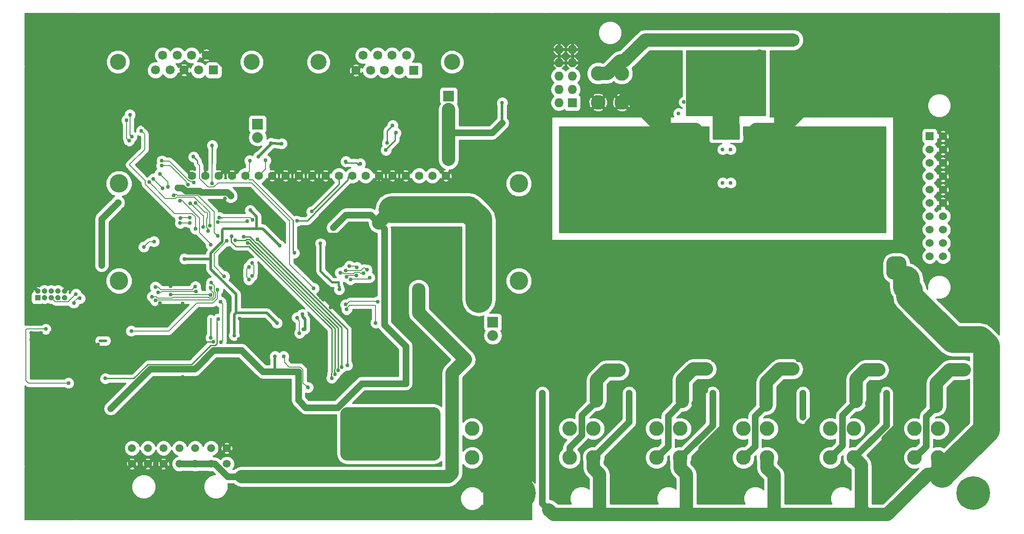
<source format=gbr>
G04 #@! TF.FileFunction,Copper,L2,Bot,Mixed*
%FSLAX46Y46*%
G04 Gerber Fmt 4.6, Leading zero omitted, Abs format (unit mm)*
G04 Created by KiCad (PCBNEW 4.0.2-stable) date 4/21/2016 11:29:13 AM*
%MOMM*%
G01*
G04 APERTURE LIST*
%ADD10C,0.100000*%
%ADD11R,1.050000X1.050000*%
%ADD12C,1.050000*%
%ADD13R,2.032000X2.032000*%
%ADD14O,2.032000X2.032000*%
%ADD15C,1.500000*%
%ADD16C,6.400000*%
%ADD17C,0.600000*%
%ADD18C,1.600000*%
%ADD19C,3.500000*%
%ADD20R,1.727200X1.727200*%
%ADD21O,1.727200X1.727200*%
%ADD22R,1.524000X1.524000*%
%ADD23C,1.524000*%
%ADD24C,2.800000*%
%ADD25C,3.050000*%
%ADD26R,1.724000X1.724000*%
%ADD27C,1.724000*%
%ADD28C,0.381000*%
%ADD29C,0.762000*%
%ADD30C,1.270000*%
%ADD31C,2.540000*%
%ADD32C,0.508000*%
%ADD33C,1.270000*%
%ADD34C,2.540000*%
%ADD35C,0.152400*%
%ADD36C,0.203200*%
%ADD37C,0.254000*%
%ADD38C,0.381000*%
%ADD39C,5.080000*%
G04 APERTURE END LIST*
D10*
D11*
X60960000Y-97409000D03*
D12*
X62230000Y-97409000D03*
X63500000Y-97409000D03*
X64770000Y-97409000D03*
X66040000Y-97409000D03*
X62230000Y-96139000D03*
X63500000Y-96139000D03*
X64770000Y-96139000D03*
X66040000Y-96139000D03*
X60960000Y-96139000D03*
D13*
X147447000Y-102108000D03*
D14*
X147447000Y-104648000D03*
D15*
X96884000Y-129030000D03*
X96884000Y-126030000D03*
X93884000Y-126030000D03*
X93884000Y-129030000D03*
X90884000Y-129030000D03*
X90884000Y-126030000D03*
X87884000Y-126030000D03*
X87884000Y-129030000D03*
X84884000Y-129030000D03*
X84884000Y-126030000D03*
X81884000Y-126030000D03*
X81884000Y-129030000D03*
X78884000Y-126030000D03*
X78884000Y-129030000D03*
D13*
X102743000Y-64389000D03*
D14*
X102743000Y-66929000D03*
D13*
X139065000Y-59055000D03*
D14*
X139065000Y-61595000D03*
D16*
X63500000Y-48260000D03*
D17*
X65900000Y-48260000D03*
X65197056Y-49957056D03*
X63500000Y-50660000D03*
X61802944Y-49957056D03*
X61100000Y-48260000D03*
X61802944Y-46562944D03*
X63500000Y-45860000D03*
X65197056Y-46562944D03*
D16*
X63500000Y-134620000D03*
D17*
X65900000Y-134620000D03*
X65197056Y-136317056D03*
X63500000Y-137020000D03*
X61802944Y-136317056D03*
X61100000Y-134620000D03*
X61802944Y-132922944D03*
X63500000Y-132220000D03*
X65197056Y-132922944D03*
D16*
X152400000Y-134620000D03*
D17*
X154800000Y-134620000D03*
X154097056Y-136317056D03*
X152400000Y-137020000D03*
X150702944Y-136317056D03*
X150000000Y-134620000D03*
X150702944Y-132922944D03*
X152400000Y-132220000D03*
X154097056Y-132922944D03*
D16*
X238760000Y-134620000D03*
D17*
X241160000Y-134620000D03*
X240457056Y-136317056D03*
X238760000Y-137020000D03*
X237062944Y-136317056D03*
X236360000Y-134620000D03*
X237062944Y-132922944D03*
X238760000Y-132220000D03*
X240457056Y-132922944D03*
D16*
X238760000Y-48260000D03*
D17*
X241160000Y-48260000D03*
X240457056Y-49957056D03*
X238760000Y-50660000D03*
X237062944Y-49957056D03*
X236360000Y-48260000D03*
X237062944Y-46562944D03*
X238760000Y-45860000D03*
X240457056Y-46562944D03*
D16*
X152400000Y-48260000D03*
D17*
X154800000Y-48260000D03*
X154097056Y-49957056D03*
X152400000Y-50660000D03*
X150702944Y-49957056D03*
X150000000Y-48260000D03*
X150702944Y-46562944D03*
X152400000Y-45860000D03*
X154097056Y-46562944D03*
D18*
X90270000Y-74192000D03*
X92810000Y-74192000D03*
X95350000Y-74192000D03*
X97890000Y-74192000D03*
X100430000Y-74192000D03*
X102970000Y-74192000D03*
X105510000Y-74192000D03*
X108050000Y-74192000D03*
X110590000Y-74192000D03*
X113130000Y-74192000D03*
X115670000Y-74192000D03*
X118210000Y-74192000D03*
X120750000Y-74192000D03*
X123290000Y-74192000D03*
X125830000Y-74192000D03*
X128370000Y-74192000D03*
X130910000Y-74192000D03*
X133450000Y-74192000D03*
X135990000Y-74192000D03*
X138530000Y-74192000D03*
D19*
X76400000Y-75692000D03*
X152400000Y-75692000D03*
X76400000Y-94192000D03*
X152400000Y-94192000D03*
D20*
X162560000Y-60325000D03*
D21*
X160020000Y-60325000D03*
X162560000Y-57785000D03*
X160020000Y-57785000D03*
X162560000Y-55245000D03*
X160020000Y-55245000D03*
X162560000Y-52705000D03*
X160020000Y-52705000D03*
X162560000Y-50165000D03*
X160020000Y-50165000D03*
D22*
X230505000Y-66675000D03*
D23*
X233045000Y-66675000D03*
X230505000Y-69215000D03*
X233045000Y-69215000D03*
X230505000Y-71755000D03*
X233045000Y-71755000D03*
X230505000Y-74295000D03*
X233045000Y-74295000D03*
X230505000Y-76835000D03*
X233045000Y-76835000D03*
X230505000Y-79375000D03*
X233045000Y-79375000D03*
X230505000Y-81915000D03*
X233045000Y-81915000D03*
X230505000Y-84455000D03*
X233045000Y-84455000D03*
X230505000Y-86995000D03*
X233045000Y-86995000D03*
X230505000Y-89535000D03*
X233045000Y-89535000D03*
D24*
X171970000Y-60240000D03*
X171970000Y-54740000D03*
X167470000Y-60240000D03*
X167470000Y-54740000D03*
X143510000Y-122345000D03*
X143510000Y-127845000D03*
X162064000Y-122345000D03*
X162064000Y-127845000D03*
X166564000Y-122345000D03*
X166564000Y-127845000D03*
X211594000Y-122345000D03*
X211594000Y-127845000D03*
X216094000Y-122345000D03*
X216094000Y-127845000D03*
X178574000Y-122345000D03*
X178574000Y-127845000D03*
X183074000Y-122345000D03*
X183074000Y-127845000D03*
X195084000Y-122345000D03*
X195084000Y-127845000D03*
X199584000Y-122345000D03*
X199584000Y-127845000D03*
X227620000Y-122345000D03*
X227620000Y-127845000D03*
X232120000Y-122345000D03*
X232120000Y-127845000D03*
D25*
X139700000Y-52578000D03*
X114300000Y-52578000D03*
D26*
X132461000Y-54142400D03*
D27*
X129667000Y-54142400D03*
X126873000Y-54142400D03*
X124206000Y-54142400D03*
X121412000Y-54142400D03*
X122809000Y-51308000D03*
X125603000Y-51308000D03*
X128270000Y-51308000D03*
X131064000Y-51308000D03*
D25*
X101600000Y-52537600D03*
X76200000Y-52537600D03*
D26*
X94361000Y-54102000D03*
D27*
X91567000Y-54102000D03*
X88773000Y-54102000D03*
X86106000Y-54102000D03*
X83312000Y-54102000D03*
X84709000Y-51267600D03*
X87503000Y-51267600D03*
X90170000Y-51267600D03*
X92964000Y-51267600D03*
D28*
X191111000Y-70846400D03*
X192611000Y-70846400D03*
X191111000Y-72346400D03*
X192611000Y-72346400D03*
X191111000Y-73846400D03*
X192611000Y-73846400D03*
D29*
X192659000Y-75565000D03*
X191135000Y-75565000D03*
X192659000Y-69215000D03*
X191135000Y-69215000D03*
X85725000Y-64008000D03*
D30*
X216027000Y-46609000D03*
D29*
X98044000Y-55245000D03*
X88011000Y-58420000D03*
D30*
X187325000Y-126365000D03*
X220345000Y-127000000D03*
X203200000Y-125730000D03*
X170815000Y-126365000D03*
D29*
X150876000Y-126746000D03*
X151257000Y-120777000D03*
X145923000Y-116332000D03*
X156743464Y-113665000D03*
D30*
X228447600Y-52057300D03*
D29*
X84215767Y-98446791D03*
X65239900Y-112217200D03*
X99352987Y-101419245D03*
X94234000Y-110490000D03*
X226949000Y-88011000D03*
X226441000Y-79629000D03*
X86233000Y-95237248D03*
X88519000Y-98552000D03*
X76708000Y-100076000D03*
X79883000Y-100457000D03*
X81661000Y-102616000D03*
X72390000Y-106299000D03*
X114935000Y-116205000D03*
X105918000Y-116967000D03*
X98298000Y-116078000D03*
X95250000Y-116205000D03*
X84455000Y-118491000D03*
X80911000Y-116193000D03*
X76835000Y-122682000D03*
X64020000Y-124194000D03*
X66548000Y-125222000D03*
X67945000Y-129540000D03*
X159766000Y-119253000D03*
X172466000Y-113792000D03*
X221742000Y-113538000D03*
X189230000Y-113538000D03*
X205867000Y-113538000D03*
X113157000Y-69469000D03*
X116332000Y-69342000D03*
X107950000Y-66294000D03*
X110363000Y-62738000D03*
X118364000Y-62738000D03*
X61341000Y-93599000D03*
X75438000Y-84709000D03*
X94361000Y-60071000D03*
X77786601Y-68735953D03*
X81023637Y-64603335D03*
X94361000Y-105791000D03*
X91313000Y-106807000D03*
X99186743Y-105282905D03*
X102997000Y-103251000D03*
X101473000Y-101600000D03*
X101830000Y-98820020D03*
X103623620Y-98433380D03*
X106934000Y-97536000D03*
X70485000Y-121920000D03*
X59690000Y-104140000D03*
X61595000Y-104140000D03*
X63500000Y-104140000D03*
X65405000Y-104140000D03*
X65405000Y-105410000D03*
X63500000Y-105410000D03*
X61595000Y-105410000D03*
X59690000Y-105410000D03*
X175768000Y-94361000D03*
X157861000Y-93345000D03*
X149098000Y-92710000D03*
X139192000Y-92964000D03*
X139319000Y-96393000D03*
X90043000Y-101981000D03*
X83820000Y-105029000D03*
D30*
X170688000Y-132842000D03*
X186817000Y-132715000D03*
X203708000Y-132842000D03*
X221615000Y-132715000D03*
X129540000Y-85725000D03*
X121285000Y-86360000D03*
X123825000Y-78105000D03*
X71755000Y-46990000D03*
X158115000Y-47625000D03*
X145415000Y-47625000D03*
X147955000Y-78105000D03*
X156400500Y-109029500D03*
X101981000Y-137160000D03*
X88900000Y-133985000D03*
X77470000Y-133985000D03*
X71755000Y-133985000D03*
D29*
X106045000Y-106045000D03*
X107315000Y-83185000D03*
X110490000Y-81280000D03*
X107950000Y-78740000D03*
X95250000Y-80010000D03*
X135890000Y-67310000D03*
X74295000Y-70485000D03*
X69850000Y-72390000D03*
X65405000Y-72390000D03*
X74295000Y-59055000D03*
X69850000Y-59055000D03*
X65405000Y-59055000D03*
X65405000Y-116903500D03*
X65405000Y-115570000D03*
X63500000Y-116840000D03*
X61595000Y-116840000D03*
X59690000Y-116840000D03*
X85788500Y-89090500D03*
X132016500Y-116014500D03*
X96528420Y-78519000D03*
D30*
X209232500Y-58674000D03*
D29*
X97282000Y-97980500D03*
X102489000Y-127254000D03*
X109855000Y-123825000D03*
D31*
X224409000Y-102616000D03*
D29*
X214376000Y-100076000D03*
X102560128Y-78414853D03*
X64135000Y-80010000D03*
X64135000Y-89535000D03*
X129540000Y-102235000D03*
X63500000Y-115570000D03*
X61595000Y-115570000D03*
X59690000Y-115570000D03*
X111898927Y-89785744D03*
D30*
X238760000Y-58420000D03*
X238760000Y-68580000D03*
X238760000Y-78740000D03*
X238760000Y-88900000D03*
X238760000Y-99695000D03*
D29*
X144780000Y-60298948D03*
X144780000Y-64108948D03*
X144780000Y-67945000D03*
X107848400Y-113385600D03*
X97790000Y-62992000D03*
X142240000Y-100457000D03*
X114737146Y-97352854D03*
X116642145Y-99257855D03*
X113030000Y-112776000D03*
X86360000Y-93599000D03*
X88888000Y-88531000D03*
X71628000Y-120396000D03*
X88519000Y-112522000D03*
X114427000Y-85344000D03*
X186055000Y-65405000D03*
X197485000Y-65405000D03*
X196215000Y-68580000D03*
X187325000Y-68580000D03*
D30*
X186911337Y-45121314D03*
X191135000Y-45720000D03*
X200660000Y-73406000D03*
X200660000Y-78867000D03*
X197739000Y-76327000D03*
X182880000Y-73406000D03*
X186182000Y-76327000D03*
X182880000Y-78867000D03*
D29*
X191770000Y-77343000D03*
X191706500Y-80708500D03*
X191706500Y-82613500D03*
X184785000Y-90424000D03*
X182118000Y-90424000D03*
X183388000Y-90424000D03*
X184785000Y-87503000D03*
X182118000Y-87503000D03*
X183390540Y-87505540D03*
X201676000Y-87503000D03*
X200279000Y-87503000D03*
X198882000Y-87503000D03*
X198882000Y-90424000D03*
X200279000Y-90424000D03*
X201676000Y-90424000D03*
D30*
X193675000Y-90805000D03*
X191770000Y-90805000D03*
X189865000Y-90805000D03*
X189865000Y-88900000D03*
X191770000Y-88900000D03*
X193675000Y-88900000D03*
X212217000Y-60833000D03*
X215519000Y-58420000D03*
D29*
X178816000Y-61849000D03*
X178054000Y-59817000D03*
X210439000Y-117729000D03*
X193929000Y-117602000D03*
X177292000Y-117919500D03*
X161036000Y-117729000D03*
D30*
X169418000Y-117856000D03*
X185801000Y-117602000D03*
X202311000Y-117602000D03*
X218821000Y-117602000D03*
X234696000Y-117729000D03*
D29*
X226441000Y-117729000D03*
D30*
X236855000Y-115062000D03*
X221932500Y-108966000D03*
X205549500Y-109093000D03*
X220726000Y-115062000D03*
X204216000Y-115062000D03*
X189484000Y-109093000D03*
X187769500Y-115062000D03*
X171386500Y-115443000D03*
X172656500Y-108966000D03*
X158087001Y-137767001D03*
X223520000Y-90805000D03*
X223520000Y-92710000D03*
X224790000Y-90805000D03*
X224790000Y-92710000D03*
D29*
X156845000Y-115570000D03*
X173355000Y-115570000D03*
X189230000Y-115570000D03*
X222250000Y-115570000D03*
X206375000Y-115570000D03*
D30*
X185420000Y-51000020D03*
X196850000Y-60960000D03*
X194310000Y-60960000D03*
X191770000Y-60960000D03*
X189230000Y-60960000D03*
X186690000Y-60960000D03*
X185420000Y-58420000D03*
X185420000Y-55880000D03*
X185420000Y-53340000D03*
X198120000Y-58420000D03*
X198120000Y-55880000D03*
X198120000Y-53340000D03*
X198120000Y-50800000D03*
D29*
X183769000Y-60198000D03*
X182753000Y-62357000D03*
D30*
X139065000Y-71117000D03*
D29*
X118287800Y-95834200D03*
X93833598Y-105029000D03*
X114681000Y-87096000D03*
X113665000Y-118300500D03*
X106045000Y-108585000D03*
D30*
X87543453Y-76481612D03*
X97602637Y-78048866D03*
D29*
X130873500Y-113728500D03*
X105286421Y-68015225D03*
D30*
X76200000Y-79311500D03*
X73088500Y-91210000D03*
D29*
X93789500Y-108013500D03*
X102870000Y-70612000D03*
X107315000Y-68105402D03*
D30*
X135890000Y-80645000D03*
D29*
X74803000Y-118491000D03*
X149225000Y-64135000D03*
X149225000Y-60325000D03*
D31*
X144780000Y-97790000D03*
D29*
X117094000Y-84074000D03*
X129286000Y-105029000D03*
X110490000Y-111506000D03*
X91186000Y-110617000D03*
X99695000Y-107442000D03*
X89814400Y-82194400D03*
X88036400Y-82219800D03*
X95429874Y-82137188D03*
X101777800Y-82569402D03*
X89890600Y-83185000D03*
X88011000Y-83210400D03*
X95148400Y-83007200D03*
X100812600Y-82829400D03*
X83058000Y-86741000D03*
X81127600Y-87757000D03*
X111252000Y-100558600D03*
X111429800Y-103403400D03*
X95694980Y-98183813D03*
X95758000Y-105918000D03*
X101346000Y-80772000D03*
X88836500Y-90043000D03*
X106426000Y-102235000D03*
X106934000Y-87503000D03*
X98298000Y-104584500D03*
D31*
X133350000Y-95885000D03*
D29*
X86182200Y-96862880D03*
X93853000Y-96901000D03*
D30*
X171450000Y-111252000D03*
X167132000Y-113093500D03*
X220853000Y-111125000D03*
X216535000Y-112903000D03*
X188087000Y-110998000D03*
X183515000Y-113030000D03*
X204470000Y-110998000D03*
X200025000Y-112903000D03*
X237109000Y-111125000D03*
X232410000Y-113030000D03*
D29*
X127127000Y-69342000D03*
X129032000Y-66040000D03*
X127381000Y-67945000D03*
X128397000Y-64643000D03*
X122264220Y-71918770D03*
X119507000Y-71501000D03*
X104251321Y-71285520D03*
X101241145Y-71299006D03*
X109728000Y-88900000D03*
X91040768Y-96202000D03*
X83820000Y-96393000D03*
X67818000Y-98425000D03*
X68961000Y-97536000D03*
X82677000Y-97231170D03*
X93853000Y-95567500D03*
X83327431Y-97935647D03*
X93916500Y-94551500D03*
X125603000Y-98171000D03*
X119456200Y-98704400D03*
X125190234Y-102210186D03*
X119659400Y-99618800D03*
X90899976Y-95298492D03*
X83312000Y-95377000D03*
X68199000Y-96710500D03*
X95278565Y-101470671D03*
X73787000Y-112776000D03*
X84137500Y-73850500D03*
X85661500Y-76327000D03*
X88011000Y-78930500D03*
X93853000Y-87376000D03*
X101092000Y-93980000D03*
X101092000Y-91567000D03*
X90932000Y-84328000D03*
X80645000Y-65659000D03*
X101663229Y-93265964D03*
X101663229Y-90852964D03*
X90551000Y-70612000D03*
X113411000Y-95631000D03*
X110226598Y-101193600D03*
X110693200Y-104165400D03*
X107696000Y-108565533D03*
X112302023Y-114473606D03*
X84516638Y-72262138D03*
X89535000Y-75869800D03*
X89966800Y-79476600D03*
X92405200Y-83972400D03*
X78305947Y-67560466D03*
X77851000Y-63627000D03*
X84556600Y-71348600D03*
X90644728Y-75471664D03*
X90932000Y-79375000D03*
X93345000Y-84734400D03*
X78816710Y-66802000D03*
X78486000Y-62611000D03*
X82105500Y-75438000D03*
X93656598Y-83693000D03*
X120381287Y-93945002D03*
X124031380Y-93591006D03*
X121557414Y-93215477D03*
X119617491Y-93442246D03*
X122853572Y-92719691D03*
X118452900Y-92671900D03*
X123542573Y-92118503D03*
X119473055Y-92223025D03*
X120192800Y-91363800D03*
X121615200Y-91643200D03*
X82931000Y-74776330D03*
X84709000Y-76581000D03*
X86817200Y-77901800D03*
X95216721Y-85682179D03*
X113012000Y-81026000D03*
X110236000Y-82804000D03*
X102743000Y-86360000D03*
X119820629Y-110274041D03*
X100899119Y-86996322D03*
X117424761Y-112009503D03*
X100130982Y-85853611D03*
X118745000Y-110617000D03*
X98480191Y-86522877D03*
X118029319Y-111252000D03*
X97830000Y-85722650D03*
X116840000Y-112712500D03*
X96901000Y-86614000D03*
X78740000Y-103759000D03*
X62484000Y-103378000D03*
X66802000Y-113665000D03*
X95123000Y-95885000D03*
X96393000Y-93345000D03*
X94107000Y-68444549D03*
X94107000Y-75692000D03*
D31*
X204524611Y-48355251D03*
D30*
X136271000Y-119507000D03*
X136271000Y-121412000D03*
X136271000Y-123317000D03*
X136271000Y-125222000D03*
X136271000Y-127127000D03*
X119761000Y-119507000D03*
X119761000Y-121412000D03*
X119761000Y-123317000D03*
X119761000Y-125222000D03*
X119761000Y-127127000D03*
D32*
X72745600Y-105587800D02*
X73964800Y-105587800D01*
D33*
X95175922Y-51943000D02*
X98044000Y-54811078D01*
X98044000Y-54811078D02*
X98044000Y-55245000D01*
X92964000Y-51435000D02*
X94667922Y-51435000D01*
X94667922Y-51435000D02*
X95175922Y-51943000D01*
X151257000Y-120777000D02*
X151257000Y-126365000D01*
X151257000Y-126365000D02*
X150876000Y-126746000D01*
X156743464Y-113665000D02*
X148590000Y-113665000D01*
X148590000Y-113665000D02*
X145923000Y-116332000D01*
D34*
X181013100Y-68580000D02*
X179997100Y-67564000D01*
X179997100Y-67564000D02*
X179997100Y-60667900D01*
X187325000Y-68580000D02*
X181013100Y-68580000D01*
X178816000Y-61849000D02*
X179997100Y-60667900D01*
X212217000Y-60833000D02*
X211318975Y-60833000D01*
X211318975Y-60833000D02*
X210556975Y-61595000D01*
X210556975Y-61595000D02*
X202514200Y-61595000D01*
X202514200Y-61595000D02*
X202222100Y-61887100D01*
X202222100Y-61887100D02*
X202222100Y-71843900D01*
X202222100Y-71843900D02*
X200660000Y-73406000D01*
X178816000Y-61849000D02*
X178816000Y-69342000D01*
X178816000Y-69342000D02*
X182880000Y-73406000D01*
X197485000Y-65405000D02*
X202501500Y-65405000D01*
X202501500Y-65405000D02*
X209232500Y-58674000D01*
X179781200Y-65405000D02*
X172720000Y-58343800D01*
X186055000Y-65405000D02*
X179781200Y-65405000D01*
D35*
X84215767Y-98446791D02*
X82205558Y-100457000D01*
X82205558Y-100457000D02*
X79883000Y-100457000D01*
D32*
X62611000Y-125577600D02*
X62636400Y-125577600D01*
X62636400Y-125577600D02*
X64020000Y-124194000D01*
X62623700Y-127368300D02*
X62623700Y-125590300D01*
X62623700Y-125590300D02*
X62611000Y-125577600D01*
X64795400Y-129540000D02*
X62623700Y-127368300D01*
X67945000Y-129540000D02*
X64795400Y-129540000D01*
X66548000Y-125222000D02*
X65048000Y-125222000D01*
X65048000Y-125222000D02*
X64020000Y-124194000D01*
D36*
X100530245Y-101419245D02*
X100711000Y-101600000D01*
X100711000Y-101600000D02*
X101473000Y-101600000D01*
X99352987Y-101419245D02*
X100530245Y-101419245D01*
D32*
X81952302Y-65532000D02*
X81404636Y-64984334D01*
X84709000Y-65532000D02*
X81952302Y-65532000D01*
X81404636Y-64984334D02*
X81023637Y-64603335D01*
D37*
X94361000Y-105791000D02*
X92329000Y-105791000D01*
X92329000Y-105791000D02*
X91313000Y-106807000D01*
D38*
X66040000Y-95250000D02*
X66675000Y-94615000D01*
X66040000Y-96139000D02*
X66040000Y-95250000D01*
D32*
X61595000Y-104140000D02*
X59690000Y-104140000D01*
X65405000Y-104140000D02*
X63500000Y-104140000D01*
X63500000Y-105410000D02*
X65405000Y-105410000D01*
X101981000Y-137160000D02*
X92075000Y-137160000D01*
X157861000Y-93345000D02*
X158877000Y-94361000D01*
X158877000Y-94361000D02*
X175768000Y-94361000D01*
X139319000Y-96393000D02*
X139319000Y-93091000D01*
X139319000Y-93091000D02*
X139192000Y-92964000D01*
X83820000Y-105029000D02*
X86995000Y-105029000D01*
X86995000Y-105029000D02*
X90043000Y-101981000D01*
X175260000Y-121412000D02*
X170688000Y-125984000D01*
X170688000Y-125984000D02*
X170688000Y-132842000D01*
X175260000Y-119951500D02*
X175260000Y-121412000D01*
X177292000Y-117919500D02*
X175260000Y-119951500D01*
X193929000Y-118872000D02*
X186817000Y-125984000D01*
X186817000Y-125984000D02*
X186817000Y-132715000D01*
X193929000Y-117602000D02*
X193929000Y-118872000D01*
X206995188Y-122823812D02*
X203708000Y-126111000D01*
X203708000Y-126111000D02*
X203708000Y-132842000D01*
X210439000Y-117729000D02*
X206995188Y-121172812D01*
X206995188Y-121172812D02*
X206995188Y-122823812D01*
X226441000Y-119253000D02*
X221615000Y-124079000D01*
X221615000Y-124079000D02*
X221615000Y-132715000D01*
X226441000Y-117729000D02*
X226441000Y-119253000D01*
X114427000Y-85344000D02*
X120269000Y-85344000D01*
X120269000Y-85344000D02*
X121285000Y-86360000D01*
X125830000Y-74192000D02*
X125830000Y-76100000D01*
X125830000Y-76100000D02*
X123825000Y-78105000D01*
X63500000Y-48260000D02*
X64206401Y-48966401D01*
X69778599Y-48966401D02*
X71755000Y-46990000D01*
X64206401Y-48966401D02*
X69778599Y-48966401D01*
X152400000Y-48260000D02*
X151693599Y-47553599D01*
X151693599Y-47553599D02*
X145486401Y-47553599D01*
X145486401Y-47553599D02*
X145415000Y-47625000D01*
X156400500Y-109029500D02*
X154495500Y-109029500D01*
X88900000Y-133985000D02*
X92075000Y-137160000D01*
X71755000Y-133985000D02*
X77470000Y-133985000D01*
X65405000Y-59055000D02*
X64490655Y-58140655D01*
X64490655Y-58140655D02*
X64490655Y-49250655D01*
X64490655Y-49250655D02*
X63500000Y-48260000D01*
X69850000Y-59055000D02*
X65405000Y-59055000D01*
D36*
X154305000Y-131445000D02*
X154305000Y-116332000D01*
X154305000Y-116332000D02*
X156972000Y-113665000D01*
X66224922Y-136525000D02*
X67310000Y-136525000D01*
X63500000Y-134620000D02*
X64319922Y-134620000D01*
X64319922Y-134620000D02*
X66224922Y-136525000D01*
X153670000Y-132080000D02*
X154305000Y-131445000D01*
X153670000Y-132530078D02*
X153670000Y-132080000D01*
X152400000Y-134620000D02*
X152400000Y-133800078D01*
X152400000Y-133800078D02*
X153670000Y-132530078D01*
D33*
X107950000Y-78740000D02*
X110490000Y-81280000D01*
D38*
X65405000Y-72390000D02*
X69850000Y-72390000D01*
D35*
X63500000Y-116840000D02*
X65214500Y-116840000D01*
X59690000Y-116840000D02*
X61595000Y-116840000D01*
D32*
X114109500Y-96725208D02*
X114221792Y-96725208D01*
X115289292Y-97905000D02*
X114109500Y-96725208D01*
X114737146Y-97352854D02*
X115289292Y-97905000D01*
X92862400Y-73008230D02*
X92862400Y-72136000D01*
X92810000Y-74192000D02*
X92810000Y-73060630D01*
X92810000Y-73060630D02*
X92862400Y-73008230D01*
D36*
X63500000Y-115570000D02*
X65405000Y-115570000D01*
X59690000Y-115570000D02*
X61595000Y-115570000D01*
D37*
X238760000Y-58420000D02*
X238125001Y-57785001D01*
X238125001Y-57785001D02*
X238125001Y-48894999D01*
X238125001Y-48894999D02*
X238760000Y-48260000D01*
X238760000Y-78740000D02*
X238760000Y-68580000D01*
X238760000Y-99695000D02*
X238760000Y-88900000D01*
D33*
X173355000Y-115570000D02*
X173355000Y-121054000D01*
X173355000Y-121054000D02*
X166564000Y-127845000D01*
X189230000Y-121689000D02*
X183074000Y-127845000D01*
X189230000Y-115570000D02*
X189230000Y-121689000D01*
D39*
X241300000Y-122555000D02*
X234315000Y-129540000D01*
X234315000Y-129540000D02*
X233045000Y-130810000D01*
D33*
X232120000Y-127845000D02*
X233815000Y-129540000D01*
X233815000Y-129540000D02*
X234315000Y-129540000D01*
X222250000Y-115570000D02*
X222250000Y-121689000D01*
X222250000Y-121689000D02*
X216094000Y-127845000D01*
D34*
X184277000Y-138684000D02*
X167767000Y-138684000D01*
X167767000Y-131027898D02*
X167767000Y-138684000D01*
X167767000Y-138684000D02*
X159004000Y-138684000D01*
X166564000Y-127845000D02*
X166564000Y-129824898D01*
X166564000Y-129824898D02*
X167767000Y-131027898D01*
X200914000Y-138684000D02*
X184277000Y-138684000D01*
X184277000Y-131027898D02*
X184277000Y-138684000D01*
X183074000Y-127845000D02*
X183074000Y-129824898D01*
X183074000Y-129824898D02*
X184277000Y-131027898D01*
X218440000Y-138684000D02*
X200914000Y-138684000D01*
X200914000Y-131154898D02*
X200914000Y-138684000D01*
X199584000Y-127845000D02*
X199584000Y-129824898D01*
X199584000Y-129824898D02*
X200914000Y-131154898D01*
X222455846Y-138684000D02*
X218440000Y-138684000D01*
X216094000Y-127845000D02*
X217493999Y-129244999D01*
X217493999Y-129244999D02*
X217493999Y-137737999D01*
X217493999Y-137737999D02*
X218440000Y-138684000D01*
X159004000Y-138684000D02*
X158087001Y-137767001D01*
X232819999Y-131035001D02*
X230104845Y-131035001D01*
X230104845Y-131035001D02*
X222455846Y-138684000D01*
X232819999Y-131035001D02*
X232120000Y-130335002D01*
X232120000Y-130335002D02*
X232120000Y-127845000D01*
D33*
X156845000Y-115570000D02*
X156845000Y-136525000D01*
X156845000Y-136525000D02*
X158087001Y-137767001D01*
X206375000Y-115570000D02*
X206375000Y-120116000D01*
X231826999Y-130042001D02*
X232819999Y-131035001D01*
D39*
X233045000Y-130810000D02*
X232819999Y-131035001D01*
X241300000Y-106680000D02*
X241300000Y-122555000D01*
X240030000Y-105410000D02*
X241300000Y-106680000D01*
X234950000Y-105410000D02*
X240030000Y-105410000D01*
X226695000Y-97155000D02*
X234950000Y-105410000D01*
X226695000Y-96038802D02*
X226695000Y-97155000D01*
X226060000Y-93980000D02*
X226060000Y-95403802D01*
X226060000Y-95403802D02*
X226695000Y-96038802D01*
D34*
X223520000Y-90805000D02*
X223520000Y-92710000D01*
X224790000Y-90805000D02*
X223520000Y-90805000D01*
X224790000Y-92710000D02*
X224790000Y-90805000D01*
X226060000Y-93980000D02*
X224790000Y-92710000D01*
D33*
X97001297Y-77339483D02*
X91959313Y-77339483D01*
X91959313Y-77339483D02*
X91708832Y-77089002D01*
X97602637Y-78048866D02*
X97602637Y-77940823D01*
X91708832Y-77089002D02*
X89048868Y-77089002D01*
X97602637Y-77940823D02*
X97001297Y-77339483D01*
X88441478Y-76481612D02*
X87543453Y-76481612D01*
X89048868Y-77089002D02*
X88441478Y-76481612D01*
D38*
X118287800Y-95834200D02*
X118287800Y-95295385D01*
X118287800Y-95295385D02*
X118110000Y-95117585D01*
X118110000Y-95117585D02*
X118110000Y-94488000D01*
X118110000Y-94488000D02*
X116840000Y-94488000D01*
X116840000Y-94488000D02*
X114681000Y-92329000D01*
X114681000Y-92329000D02*
X114681000Y-87096000D01*
D39*
X135890000Y-80645000D02*
X128270000Y-80645000D01*
D33*
X111887000Y-118300500D02*
X113665000Y-118300500D01*
X113665000Y-118300500D02*
X117983000Y-118300500D01*
X110490000Y-111506000D02*
X106045000Y-111506000D01*
X106045000Y-111506000D02*
X103759000Y-111506000D01*
D32*
X106045000Y-108585000D02*
X106045000Y-111506000D01*
D34*
X139065000Y-61595000D02*
X139065000Y-71117000D01*
D33*
X117983000Y-118300500D02*
X122555000Y-113728500D01*
X122555000Y-113728500D02*
X130873500Y-113728500D01*
X110490000Y-116903500D02*
X111887000Y-118300500D01*
X110490000Y-111506000D02*
X110490000Y-116903500D01*
X130873500Y-113728500D02*
X130873500Y-106616500D01*
X130873500Y-106616500D02*
X129286000Y-105029000D01*
D32*
X107315000Y-68105402D02*
X105286421Y-68015225D01*
X105286421Y-68015225D02*
X105376598Y-68105402D01*
D33*
X73088500Y-82423000D02*
X76200000Y-79311500D01*
X73088500Y-91210000D02*
X73088500Y-82423000D01*
D32*
X105376598Y-68105402D02*
X102870000Y-70612000D01*
D33*
X139065000Y-63500000D02*
X139065000Y-61595000D01*
X139065000Y-66040000D02*
X139065000Y-71117000D01*
X139065000Y-66040000D02*
X147320000Y-66040000D01*
X139065000Y-63500000D02*
X139065000Y-66040000D01*
D37*
X93853000Y-101346000D02*
X93853000Y-105029000D01*
D33*
X82296001Y-110997999D02*
X75183999Y-118110001D01*
X90805001Y-110997999D02*
X82296001Y-110997999D01*
X91186000Y-110617000D02*
X90805001Y-110997999D01*
X75183999Y-118110001D02*
X74803000Y-118491000D01*
X147320000Y-66040000D02*
X149225000Y-64135000D01*
X126819002Y-84274002D02*
X125730000Y-83185000D01*
X126819002Y-102562002D02*
X126819002Y-84274002D01*
X129286000Y-105029000D02*
X126819002Y-102562002D01*
D39*
X142875000Y-80645000D02*
X135890000Y-80645000D01*
D32*
X135990000Y-80545000D02*
X135890000Y-80645000D01*
X149225000Y-60325000D02*
X149225000Y-64135000D01*
D33*
X125730000Y-83185000D02*
X124206000Y-81661000D01*
D34*
X128270000Y-80645000D02*
X125730000Y-83185000D01*
D39*
X144780000Y-82550000D02*
X142875000Y-80645000D01*
X144780000Y-97790000D02*
X144780000Y-82550000D01*
D32*
X119507000Y-81661000D02*
X120015000Y-81661000D01*
D33*
X119507000Y-81661000D02*
X117094000Y-84074000D01*
X124206000Y-81661000D02*
X119507000Y-81661000D01*
X103759000Y-111506000D02*
X99695000Y-107442000D01*
X91186000Y-110617000D02*
X94361000Y-107442000D01*
X94361000Y-107442000D02*
X99695000Y-107442000D01*
D37*
X95986599Y-82245181D02*
X95986599Y-82155098D01*
X95986599Y-82155098D02*
X95968689Y-82137188D01*
X95968689Y-82137188D02*
X95429874Y-82137188D01*
D35*
X95523008Y-82137188D02*
X95429874Y-82137188D01*
X101777800Y-82569402D02*
X101396801Y-82188403D01*
X101396801Y-82188403D02*
X96043377Y-82188403D01*
X96043377Y-82188403D02*
X95986599Y-82245181D01*
X101707578Y-82499180D02*
X101777800Y-82569402D01*
D36*
X88163400Y-82194400D02*
X88138000Y-82219800D01*
X88138000Y-82219800D02*
X88036400Y-82219800D01*
X89814400Y-82194400D02*
X88163400Y-82194400D01*
X95148400Y-83007200D02*
X100304600Y-83007200D01*
X100304600Y-83007200D02*
X100689162Y-83007200D01*
D35*
X100812600Y-82829400D02*
X100634800Y-83007200D01*
X100634800Y-83007200D02*
X100304600Y-83007200D01*
X81127600Y-87757000D02*
X82143600Y-86741000D01*
X82143600Y-86741000D02*
X83058000Y-86741000D01*
D36*
X100689162Y-83007200D02*
X100784826Y-83102864D01*
X89890600Y-83185000D02*
X88036400Y-83185000D01*
X88036400Y-83185000D02*
X88011000Y-83210400D01*
D38*
X111252000Y-100558600D02*
X111252000Y-101097415D01*
X111252000Y-101097415D02*
X111627585Y-101473000D01*
X111627585Y-101473000D02*
X111760000Y-101473000D01*
D32*
X111760000Y-103505000D02*
X111760000Y-102946200D01*
X111760000Y-102946200D02*
X111760000Y-101473000D01*
D36*
X111429800Y-103403400D02*
X111810799Y-103022401D01*
X111810799Y-103022401D02*
X111810799Y-102996999D01*
X111810799Y-102996999D02*
X111760000Y-102946200D01*
D32*
X111760000Y-101473000D02*
X111252000Y-100965000D01*
D36*
X96075979Y-98564812D02*
X95694980Y-98183813D01*
X96138999Y-98627832D02*
X96075979Y-98564812D01*
X95758000Y-105918000D02*
X96138999Y-105537001D01*
X96138999Y-105537001D02*
X96138999Y-98627832D01*
D32*
X102565202Y-84124798D02*
X102362000Y-84328000D01*
X102565202Y-81991202D02*
X102565202Y-84124798D01*
X101346000Y-80772000D02*
X102565202Y-81991202D01*
X98298000Y-100647500D02*
X98615500Y-100330000D01*
X98298000Y-104584500D02*
X98298000Y-100647500D01*
X98615500Y-96732854D02*
X93853000Y-91970354D01*
X93853000Y-91970354D02*
X93853000Y-90170000D01*
X98615500Y-100330000D02*
X98615500Y-96732854D01*
X102362000Y-84328000D02*
X103759000Y-84328000D01*
X96202500Y-84328000D02*
X102362000Y-84328000D01*
X106553001Y-87122001D02*
X106934000Y-87503000D01*
X103759000Y-84328000D02*
X106553001Y-87122001D01*
X93853000Y-88943564D02*
X96012000Y-86784564D01*
X96012000Y-86784564D02*
X96012000Y-84518500D01*
X96012000Y-84518500D02*
X96202500Y-84328000D01*
X93853000Y-90170000D02*
X93853000Y-88943564D01*
X88836500Y-90043000D02*
X93726000Y-90043000D01*
X93726000Y-90043000D02*
X93853000Y-90170000D01*
X106426000Y-102235000D02*
X104521000Y-100330000D01*
X104521000Y-100330000D02*
X98615500Y-100330000D01*
D33*
X87884000Y-129030000D02*
X92710000Y-129030000D01*
X94608646Y-129030000D02*
X92710000Y-129030000D01*
X92710000Y-129030000D02*
X93884000Y-129030000D01*
X99695000Y-131445000D02*
X97023646Y-131445000D01*
X97023646Y-131445000D02*
X94608646Y-129030000D01*
D34*
X139065000Y-131445000D02*
X99695000Y-131445000D01*
X139700000Y-130810000D02*
X139065000Y-131445000D01*
X139700000Y-111760000D02*
X139700000Y-130810000D01*
X142240000Y-109220000D02*
X139700000Y-111760000D01*
X133350000Y-100330000D02*
X142240000Y-109220000D01*
X133350000Y-95885000D02*
X133350000Y-100330000D01*
D36*
X93853000Y-96901000D02*
X93510128Y-96901000D01*
X93510128Y-96901000D02*
X93472008Y-96862880D01*
D35*
X93764069Y-96570819D02*
X93764069Y-96812069D01*
X93764069Y-96812069D02*
X93853000Y-96901000D01*
D36*
X93510070Y-96824818D02*
X93764069Y-96570819D01*
X93472008Y-96862880D02*
X93510070Y-96824818D01*
X86182200Y-96862880D02*
X93472008Y-96862880D01*
D33*
X162064000Y-127845000D02*
X162064000Y-125865102D01*
X162064000Y-125865102D02*
X164376599Y-123552503D01*
X164376599Y-123552503D02*
X164376599Y-119808799D01*
X164376599Y-119808799D02*
X167132000Y-117053398D01*
D34*
X167132000Y-113093500D02*
X167132000Y-117053398D01*
X171450000Y-111252000D02*
X168973500Y-111252000D01*
X168973500Y-111252000D02*
X167132000Y-113093500D01*
D33*
X211594000Y-127845000D02*
X213906599Y-125532401D01*
X213906599Y-125532401D02*
X213906599Y-119808799D01*
X213906599Y-119808799D02*
X216535000Y-117180398D01*
D34*
X216535000Y-112903000D02*
X216535000Y-117180398D01*
X220853000Y-111125000D02*
X218313000Y-111125000D01*
X218313000Y-111125000D02*
X216535000Y-112903000D01*
D33*
X178574000Y-127845000D02*
X180761401Y-125657599D01*
X180761401Y-125657599D02*
X180761401Y-119933997D01*
X180761401Y-119933997D02*
X183515000Y-117180398D01*
D34*
X183515000Y-113030000D02*
X183515000Y-117180398D01*
X188087000Y-110998000D02*
X185547000Y-110998000D01*
X185547000Y-110998000D02*
X183515000Y-113030000D01*
D33*
X195084000Y-127845000D02*
X197271401Y-125657599D01*
X197271401Y-125657599D02*
X197271401Y-119933997D01*
X197271401Y-119933997D02*
X199390001Y-117815397D01*
D34*
X200025000Y-112903000D02*
X199390001Y-113537999D01*
X199390001Y-113537999D02*
X199390001Y-117815397D01*
X204470000Y-110998000D02*
X201930000Y-110998000D01*
X201930000Y-110998000D02*
X200025000Y-112903000D01*
D33*
X227620000Y-127845000D02*
X229807401Y-125657599D01*
X229807401Y-125657599D02*
X229807401Y-120012997D01*
X229807401Y-120012997D02*
X231775001Y-118045397D01*
D34*
X232410000Y-113030000D02*
X231775001Y-113664999D01*
X231775001Y-113664999D02*
X231775001Y-118045397D01*
X237109000Y-111125000D02*
X234315000Y-111125000D01*
X234315000Y-111125000D02*
X232410000Y-113030000D01*
D38*
X127127000Y-69215000D02*
X127127000Y-69342000D01*
X128905000Y-66167000D02*
X129032000Y-66040000D01*
D37*
X128905000Y-67437000D02*
X127127000Y-69215000D01*
X128905000Y-66167000D02*
X128905000Y-67437000D01*
D38*
X128270000Y-64770000D02*
X128397000Y-64643000D01*
D37*
X127381000Y-65659000D02*
X128143000Y-64897000D01*
X128143000Y-64897000D02*
X128270000Y-64770000D01*
X127381000Y-67945000D02*
X127381000Y-65659000D01*
X121756222Y-71918770D02*
X121846452Y-72009000D01*
X121846452Y-72009000D02*
X122010221Y-72172769D01*
D38*
X122264220Y-71918770D02*
X121936682Y-71918770D01*
X121936682Y-71918770D02*
X121846452Y-72009000D01*
X119507000Y-71755000D02*
X119507000Y-71501000D01*
D37*
X121592452Y-71755000D02*
X121756222Y-71918770D01*
X119507000Y-71755000D02*
X121592452Y-71755000D01*
D35*
X104251321Y-71285520D02*
X104251321Y-72793721D01*
X104251321Y-72793721D02*
X104309800Y-72852200D01*
D36*
X104309800Y-72852200D02*
X102970000Y-74192000D01*
D35*
X101241145Y-71299006D02*
X101241145Y-71837821D01*
X101241145Y-71837821D02*
X101219000Y-71859966D01*
X101219000Y-71859966D02*
X101219000Y-73403000D01*
D36*
X100430000Y-74192000D02*
X101229999Y-74991999D01*
X101229999Y-74991999D02*
X101761999Y-74991999D01*
X101761999Y-74991999D02*
X109474000Y-82704000D01*
D38*
X101219000Y-71276861D02*
X101241145Y-71299006D01*
D36*
X101219000Y-73403000D02*
X100430000Y-74192000D01*
D37*
X109728000Y-88773000D02*
X109728000Y-88900000D01*
X109474000Y-88519000D02*
X109728000Y-88773000D01*
X109474000Y-82704000D02*
X109474000Y-88519000D01*
D36*
X84358815Y-96393000D02*
X83820000Y-96393000D01*
X84523936Y-96227879D02*
X84358815Y-96393000D01*
X91014889Y-96227879D02*
X84523936Y-96227879D01*
X91040665Y-96202103D02*
X91014889Y-96227879D01*
D35*
X67818000Y-98425000D02*
X68008500Y-98234500D01*
X68008500Y-98234500D02*
X68008500Y-98044000D01*
X68580000Y-97472500D02*
X68897500Y-97472500D01*
X68897500Y-97472500D02*
X68961000Y-97536000D01*
X68580000Y-97345500D02*
X68580000Y-97472500D01*
X68580000Y-97472500D02*
X67754500Y-98298000D01*
X93395288Y-97345500D02*
X86601790Y-97345500D01*
X83528380Y-97231170D02*
X82744454Y-97231170D01*
X83769691Y-97472481D02*
X83528380Y-97231170D01*
X86474809Y-97472481D02*
X83769691Y-97472481D01*
X94462602Y-97193610D02*
X94145610Y-97510602D01*
X93853000Y-95567500D02*
X93853000Y-95998788D01*
X94462602Y-96608390D02*
X94462602Y-97193610D01*
X93853000Y-95998788D02*
X94462602Y-96608390D01*
X94145610Y-97510602D02*
X93560390Y-97510602D01*
X86601790Y-97345500D02*
X86474809Y-97472481D01*
X93560390Y-97510602D02*
X93395288Y-97345500D01*
D36*
X82744454Y-97231170D02*
X82677000Y-97231170D01*
D35*
X93535500Y-95250000D02*
X93599000Y-95313500D01*
D37*
X93599000Y-95313500D02*
X93853000Y-95567500D01*
D35*
X83391810Y-97837190D02*
X83375500Y-97853500D01*
X84508376Y-97837190D02*
X83391810Y-97837190D01*
X94233779Y-97853500D02*
X84524686Y-97853500D01*
X94767413Y-96482134D02*
X94767413Y-97319866D01*
X84524686Y-97853500D02*
X84508376Y-97837190D01*
X94513399Y-96228121D02*
X94767413Y-96482134D01*
X94767413Y-97319866D02*
X94233779Y-97853500D01*
X94513399Y-95148399D02*
X94513399Y-96228121D01*
X93916500Y-94551500D02*
X94513399Y-95148399D01*
X119507000Y-98806000D02*
X119837200Y-98475800D01*
X119456200Y-98704400D02*
X119684800Y-98475800D01*
X119837200Y-98475800D02*
X120235674Y-98077326D01*
X119684800Y-98475800D02*
X119837200Y-98475800D01*
X124898091Y-98077326D02*
X125509326Y-98077326D01*
X125509326Y-98077326D02*
X125603000Y-98171000D01*
X120235674Y-98077326D02*
X124538881Y-98077326D01*
X124538881Y-98077326D02*
X124898091Y-98077326D01*
D36*
X125142620Y-98817558D02*
X125142620Y-101371400D01*
X125142620Y-101371400D02*
X125142620Y-101701600D01*
X125190234Y-102210186D02*
X125190234Y-101419014D01*
X125190234Y-101419014D02*
X125142620Y-101371400D01*
D35*
X125190234Y-102210186D02*
X125190234Y-101749214D01*
X125190234Y-101749214D02*
X125142620Y-101701600D01*
X119659400Y-99618800D02*
X119761000Y-99517200D01*
X119761000Y-99517200D02*
X119761000Y-99314000D01*
X120257442Y-98817558D02*
X124783410Y-98817558D01*
X124783410Y-98817558D02*
X125142620Y-98817558D01*
X119507000Y-99568000D02*
X120257442Y-98817558D01*
D36*
X90326200Y-95872268D02*
X90518977Y-95679491D01*
X83850815Y-95377000D02*
X84346083Y-95872268D01*
X84346083Y-95872268D02*
X90326200Y-95872268D01*
X83312000Y-95377000D02*
X83850815Y-95377000D01*
X90518977Y-95679491D02*
X90899976Y-95298492D01*
D35*
X66746899Y-98162601D02*
X68072000Y-96837500D01*
X63500000Y-97409000D02*
X64253601Y-98162601D01*
X64253601Y-98162601D02*
X66746899Y-98162601D01*
X68072000Y-96837500D02*
X68199000Y-96710500D01*
D36*
X95021401Y-101975209D02*
X95021401Y-101727835D01*
X95021401Y-101727835D02*
X95278565Y-101470671D01*
D37*
X74019210Y-112776000D02*
X73787000Y-112776000D01*
X73787000Y-112776000D02*
X73660000Y-112776000D01*
X79224830Y-112776000D02*
X74019210Y-112776000D01*
X90195411Y-110083589D02*
X81917240Y-110083589D01*
X94677993Y-106451401D02*
X93827599Y-106451401D01*
X95021401Y-106107993D02*
X94677993Y-106451401D01*
X95021401Y-101975209D02*
X95021401Y-106107993D01*
X93827599Y-106451401D02*
X90195411Y-110083589D01*
X81917240Y-110083589D02*
X79224830Y-112776000D01*
D35*
X93853000Y-87376000D02*
X93624400Y-87147400D01*
X93624400Y-87147400D02*
X93624400Y-87020400D01*
X93624400Y-87020400D02*
X91694000Y-85090000D01*
X88370210Y-78930500D02*
X88011000Y-78930500D01*
X91694000Y-85090000D02*
X91694000Y-82254290D01*
X91694000Y-82254290D02*
X88370210Y-78930500D01*
X100711001Y-91947999D02*
X101092000Y-91567000D01*
X100711001Y-93472001D02*
X100711001Y-91947999D01*
X101092000Y-93853000D02*
X100711001Y-93472001D01*
X84137500Y-73850500D02*
X85661500Y-75374500D01*
X85661500Y-75374500D02*
X85661500Y-76327000D01*
X80645000Y-65659000D02*
X81280000Y-66294000D01*
X81280000Y-66294000D02*
X81280000Y-69215000D01*
X81280000Y-69215000D02*
X78359000Y-72136000D01*
X78359000Y-72136000D02*
X81407000Y-75184000D01*
X81407000Y-75184000D02*
X81407000Y-75819000D01*
X81407000Y-75819000D02*
X86995000Y-81407000D01*
X86995000Y-81407000D02*
X90297000Y-81407000D01*
X90297000Y-81407000D02*
X90932000Y-82042000D01*
X90932000Y-82042000D02*
X90932000Y-84328000D01*
X102044228Y-92884965D02*
X101663229Y-93265964D01*
X101663229Y-90852964D02*
X102044228Y-91233963D01*
X102044228Y-91233963D02*
X102044228Y-92884965D01*
D37*
X91313000Y-71882000D02*
X91313000Y-71374000D01*
X91313000Y-71374000D02*
X90551000Y-70612000D01*
D36*
X108839000Y-91059000D02*
X113030001Y-95250001D01*
X101600000Y-75565000D02*
X108839000Y-82804000D01*
X108839000Y-82804000D02*
X108839000Y-91059000D01*
X91693999Y-72262999D02*
X91693999Y-74706369D01*
X95244252Y-75565000D02*
X101600000Y-75565000D01*
X94434650Y-76374602D02*
X95244252Y-75565000D01*
X91313000Y-71882000D02*
X91693999Y-72262999D01*
X113030001Y-95250001D02*
X113411000Y-95631000D01*
X93362232Y-76374602D02*
X94434650Y-76374602D01*
X91693999Y-74706369D02*
X93362232Y-76374602D01*
X110159800Y-101346000D02*
X110490000Y-101676200D01*
X110490000Y-101676200D02*
X110693200Y-101879400D01*
D35*
X110226598Y-101193600D02*
X110490000Y-101457002D01*
X110490000Y-101457002D02*
X110490000Y-101676200D01*
D38*
X107594400Y-108692533D02*
X107594400Y-108667133D01*
X107594400Y-108667133D02*
X107696000Y-108565533D01*
X112411937Y-114583520D02*
X112302023Y-114473606D01*
D36*
X111379010Y-113675196D02*
X112302023Y-114473606D01*
X111379010Y-111874239D02*
X111379010Y-113675196D01*
X107594400Y-108692533D02*
X107848399Y-108946532D01*
X107848399Y-108946532D02*
X107848399Y-109727999D01*
X107848399Y-109727999D02*
X108737390Y-110616990D01*
X111379010Y-111137761D02*
X111379010Y-111874239D01*
X108737390Y-110616990D02*
X110858239Y-110616990D01*
X110858239Y-110616990D02*
X111379010Y-111137761D01*
X110693200Y-101879400D02*
X110693200Y-104165400D01*
D35*
X89154001Y-75280859D02*
X86135280Y-72262138D01*
X89535000Y-75869800D02*
X89154001Y-75488801D01*
X86135280Y-72262138D02*
X85055453Y-72262138D01*
X85055453Y-72262138D02*
X84516638Y-72262138D01*
X89154001Y-75488801D02*
X89154001Y-75280859D01*
X92329000Y-81788000D02*
X90271600Y-79730600D01*
X90271600Y-79730600D02*
X90043000Y-79502000D01*
X89966800Y-79476600D02*
X90220800Y-79730600D01*
X90220800Y-79730600D02*
X90271600Y-79730600D01*
X92456000Y-83439000D02*
X92456000Y-83921600D01*
X92456000Y-83921600D02*
X92405200Y-83972400D01*
X77851000Y-67105519D02*
X77924948Y-67179467D01*
X77924948Y-67179467D02*
X78305947Y-67560466D01*
X77851000Y-63627000D02*
X77851000Y-67105519D01*
X92456000Y-81788000D02*
X92329000Y-81788000D01*
X92456000Y-83439000D02*
X92456000Y-81788000D01*
X90598796Y-75352732D02*
X90072544Y-75352732D01*
X89714268Y-75158598D02*
X85993170Y-71437500D01*
X89878410Y-75158598D02*
X89714268Y-75158598D01*
X90072544Y-75352732D02*
X89878410Y-75158598D01*
X84941210Y-71437500D02*
X84582000Y-71437500D01*
X85993170Y-71437500D02*
X84941210Y-71437500D01*
X92710000Y-81153000D02*
X90932000Y-79375000D01*
X93345000Y-84734400D02*
X93345000Y-84328000D01*
X93345000Y-84328000D02*
X93046996Y-84029996D01*
X93046996Y-82340004D02*
X93218000Y-82169000D01*
X93046996Y-84029996D02*
X93046996Y-82340004D01*
X93218000Y-82169000D02*
X93218000Y-81280000D01*
X93218000Y-81280000D02*
X93091000Y-81153000D01*
X93091000Y-81153000D02*
X92710000Y-81153000D01*
X78631340Y-66683478D02*
X78698188Y-66683478D01*
X78698188Y-66683478D02*
X78816710Y-66802000D01*
X78486000Y-62611000D02*
X78486000Y-66538138D01*
X78486000Y-66538138D02*
X78631340Y-66683478D01*
X85178901Y-78511401D02*
X82359499Y-75691999D01*
X87109809Y-78511401D02*
X85178901Y-78511401D01*
X87363787Y-78257423D02*
X87109809Y-78511401D01*
X93656598Y-81197386D02*
X90716635Y-78257423D01*
X93656598Y-83693000D02*
X93656598Y-81197386D01*
X90716635Y-78257423D02*
X87363787Y-78257423D01*
X82359499Y-75691999D02*
X82105500Y-75438000D01*
X93726000Y-83693000D02*
X93656598Y-83693000D01*
X120227838Y-93856278D02*
X123766108Y-93856278D01*
X120142000Y-93770440D02*
X120227838Y-93856278D01*
X123766108Y-93856278D02*
X124031380Y-93591006D01*
X119617491Y-93442246D02*
X119844260Y-93215477D01*
X121018599Y-93215477D02*
X121557414Y-93215477D01*
X119844260Y-93215477D02*
X121018599Y-93215477D01*
X121264804Y-92605875D02*
X122200941Y-92605875D01*
X121038053Y-92832626D02*
X121264804Y-92605875D01*
X118452900Y-92671900D02*
X118991715Y-92671900D01*
X119152441Y-92832626D02*
X121038053Y-92832626D01*
X122200941Y-92605875D02*
X122314757Y-92719691D01*
X118991715Y-92671900D02*
X119152441Y-92832626D01*
X122314757Y-92719691D02*
X122853572Y-92719691D01*
X122901506Y-91737504D02*
X123161574Y-91737504D01*
X120011870Y-92223025D02*
X120041647Y-92252802D01*
X122386208Y-92252802D02*
X122901506Y-91737504D01*
X120041647Y-92252802D02*
X122386208Y-92252802D01*
X119473055Y-92223025D02*
X120011870Y-92223025D01*
X123161574Y-91737504D02*
X123542573Y-92118503D01*
X120192800Y-91363800D02*
X121335800Y-91363800D01*
X121335800Y-91363800D02*
X121615200Y-91643200D01*
X121539000Y-91694000D02*
X121564400Y-91694000D01*
X121564400Y-91694000D02*
X121615200Y-91643200D01*
X87287452Y-77754470D02*
X87172800Y-77754470D01*
X87172800Y-77754470D02*
X86928242Y-77754470D01*
X86817200Y-77901800D02*
X86964530Y-77754470D01*
X86964530Y-77754470D02*
X87172800Y-77754470D01*
X94792698Y-85318600D02*
X94488000Y-85013902D01*
X91351113Y-77952613D02*
X87485595Y-77952613D01*
X94488000Y-81089500D02*
X91351113Y-77952613D01*
X87485595Y-77952613D02*
X87287452Y-77754470D01*
X94488000Y-85013902D02*
X94488000Y-81089500D01*
X94792698Y-85318600D02*
X94810118Y-85301180D01*
X94810118Y-85301180D02*
X94835722Y-85301180D01*
X94835722Y-85301180D02*
X95216721Y-85682179D01*
X94932500Y-85458402D02*
X94792698Y-85318600D01*
X82931000Y-74803000D02*
X84709000Y-76581000D01*
D37*
X113030000Y-81026000D02*
X118210000Y-75846000D01*
X118210000Y-75846000D02*
X118210000Y-73660000D01*
X119950001Y-74459999D02*
X120750000Y-73660000D01*
X119950001Y-74994999D02*
X119950001Y-74459999D01*
X113672401Y-81272599D02*
X119950001Y-74994999D01*
X113672401Y-81342993D02*
X113672401Y-81272599D01*
X112211394Y-82804000D02*
X113672401Y-81342993D01*
X110236000Y-82804000D02*
X112211394Y-82804000D01*
X119820629Y-103437629D02*
X119820629Y-109914831D01*
X102743000Y-86360000D02*
X119820629Y-103437629D01*
X119820629Y-109914831D02*
X119820629Y-110274041D01*
D38*
X117416523Y-112009503D02*
X117424761Y-112009503D01*
X117368918Y-111961898D02*
X117416523Y-112009503D01*
D37*
X117368918Y-110935007D02*
X117368918Y-111961898D01*
X117421020Y-110882905D02*
X117368918Y-110935007D01*
X117421020Y-103316953D02*
X117421020Y-110882905D01*
X101026110Y-87123313D02*
X101227380Y-87123313D01*
X100899119Y-86996322D02*
X101026110Y-87123313D01*
X101227380Y-87057360D02*
X117421020Y-103251000D01*
X101100390Y-86996322D02*
X100899119Y-86996322D01*
X100669797Y-85853611D02*
X100130982Y-85853611D01*
X101965931Y-86510989D02*
X101308553Y-85853611D01*
X101308553Y-85853611D02*
X100669797Y-85853611D01*
X101965931Y-86560325D02*
X101965931Y-86510989D01*
X102426007Y-87020401D02*
X101965931Y-86560325D01*
X118745000Y-103124000D02*
X102641401Y-87020401D01*
X102641401Y-87020401D02*
X102426007Y-87020401D01*
X118745000Y-103200028D02*
X118745000Y-110617000D01*
X101559520Y-86728665D02*
X101559520Y-86679329D01*
X101216112Y-86335921D02*
X100582126Y-86335921D01*
X118029319Y-103198464D02*
X101559520Y-86728665D01*
X100395170Y-86522877D02*
X99019006Y-86522877D01*
X99019006Y-86522877D02*
X98480191Y-86522877D01*
X101559520Y-86679329D02*
X101216112Y-86335921D01*
X118029319Y-111252000D02*
X118029319Y-103198464D01*
X100582126Y-86335921D02*
X100395170Y-86522877D01*
X97764599Y-85804091D02*
X97838020Y-85730670D01*
X101118723Y-87656723D02*
X98617329Y-87656723D01*
X98617329Y-87656723D02*
X97764599Y-86803993D01*
X116840000Y-103378000D02*
X101118723Y-87656723D01*
X116840000Y-111617624D02*
X116840000Y-103378000D01*
X116760618Y-111697006D02*
X116840000Y-111617624D01*
X116760618Y-112633118D02*
X116760618Y-111697006D01*
X97764599Y-86803993D02*
X97764599Y-85804091D01*
D38*
X116760618Y-112633118D02*
X116840000Y-112712500D01*
D35*
X58712100Y-103492300D02*
X58826400Y-103378000D01*
X58826400Y-103378000D02*
X62484000Y-103378000D01*
X58712100Y-113157000D02*
X58712100Y-103492300D01*
X59220100Y-113665000D02*
X58712100Y-113157000D01*
X64389000Y-113665000D02*
X59220100Y-113665000D01*
D36*
X95097624Y-97561376D02*
X94234000Y-98425000D01*
X94996000Y-96139000D02*
X95097624Y-96240624D01*
X95097624Y-96240624D02*
X95097624Y-97561376D01*
X94234000Y-98425000D02*
X91186000Y-98425000D01*
X91186000Y-98425000D02*
X85852000Y-103759000D01*
X85852000Y-103759000D02*
X78867000Y-103759000D01*
X78867000Y-103759000D02*
X78740000Y-103759000D01*
X64389000Y-113665000D02*
X66294000Y-113665000D01*
X66802000Y-113665000D02*
X66294000Y-113665000D01*
X66294000Y-113665000D02*
X66548000Y-113665000D01*
D37*
X94996000Y-96139000D02*
X94996000Y-96012000D01*
X94996000Y-96012000D02*
X95123000Y-95885000D01*
D36*
X94488000Y-90551000D02*
X94488000Y-91440000D01*
X94488000Y-91440000D02*
X96393000Y-93345000D01*
X96901000Y-86614000D02*
X94488000Y-89027000D01*
X94488000Y-89027000D02*
X94488000Y-90551000D01*
D37*
X94107000Y-71882000D02*
X94107000Y-68444549D01*
D36*
X94107000Y-71882000D02*
X94107000Y-75692000D01*
D34*
X171604768Y-52377590D02*
X170515358Y-53467000D01*
X170515358Y-53467000D02*
X169242358Y-54740000D01*
D33*
X171970000Y-54740000D02*
X171788358Y-54740000D01*
X171788358Y-54740000D02*
X170515358Y-53467000D01*
X171604768Y-52377590D02*
X171604768Y-53275615D01*
X171604768Y-53275615D02*
X171055191Y-53825192D01*
D34*
X176434749Y-48355251D02*
X172412410Y-52377590D01*
X172412410Y-52377590D02*
X171604768Y-52377590D01*
X169242358Y-54740000D02*
X167470000Y-54740000D01*
X176434749Y-48355251D02*
X204524611Y-48355251D01*
X119761000Y-119507000D02*
X136271000Y-119507000D01*
X136271000Y-127127000D02*
X136271000Y-125222000D01*
X136271000Y-125222000D02*
X136271000Y-123317000D01*
X119761000Y-125222000D02*
X136271000Y-125222000D01*
X136271000Y-123317000D02*
X136271000Y-121412000D01*
X136271000Y-123317000D02*
X119761000Y-123317000D01*
X136271000Y-121412000D02*
X136271000Y-119507000D01*
X119761000Y-121412000D02*
X136271000Y-121412000D01*
X119761000Y-127127000D02*
X136271000Y-127127000D01*
X119761000Y-121412000D02*
X119761000Y-127127000D01*
X119761000Y-121412000D02*
X119761000Y-119507000D01*
X119761000Y-125222000D02*
X119761000Y-123317000D01*
D37*
G36*
X188468000Y-67310000D02*
X188520113Y-67586955D01*
X188683792Y-67841320D01*
X188933539Y-68011965D01*
X189230000Y-68072000D01*
X190908162Y-68072000D01*
X190488388Y-68245446D01*
X190166577Y-68566697D01*
X189992199Y-68986646D01*
X189991802Y-69441359D01*
X190165446Y-69861612D01*
X190486697Y-70183423D01*
X190906646Y-70357801D01*
X191361359Y-70358198D01*
X191781612Y-70184554D01*
X191896919Y-70069447D01*
X192010697Y-70183423D01*
X192430646Y-70357801D01*
X192885359Y-70358198D01*
X193305612Y-70184554D01*
X193627423Y-69863303D01*
X193801801Y-69443354D01*
X193802198Y-68988641D01*
X193628554Y-68568388D01*
X193307303Y-68246577D01*
X192887354Y-68072199D01*
X192659425Y-68072000D01*
X194385708Y-68072000D01*
X194679506Y-68013084D01*
X194929898Y-67843387D01*
X195094541Y-67589643D01*
X195147491Y-67291835D01*
X195109734Y-65708400D01*
X195098985Y-64897000D01*
X222123000Y-64897000D01*
X222123000Y-84963000D01*
X160147000Y-84963000D01*
X160147000Y-75791359D01*
X189991802Y-75791359D01*
X190165446Y-76211612D01*
X190486697Y-76533423D01*
X190906646Y-76707801D01*
X191361359Y-76708198D01*
X191781612Y-76534554D01*
X191896919Y-76419447D01*
X192010697Y-76533423D01*
X192430646Y-76707801D01*
X192885359Y-76708198D01*
X193305612Y-76534554D01*
X193627423Y-76213303D01*
X193801801Y-75793354D01*
X193802198Y-75338641D01*
X193628554Y-74918388D01*
X193307303Y-74596577D01*
X192887354Y-74422199D01*
X192432641Y-74421802D01*
X192012388Y-74595446D01*
X191897081Y-74710553D01*
X191783303Y-74596577D01*
X191363354Y-74422199D01*
X190908641Y-74421802D01*
X190488388Y-74595446D01*
X190166577Y-74916697D01*
X189992199Y-75336646D01*
X189991802Y-75791359D01*
X160147000Y-75791359D01*
X160147000Y-64897000D01*
X188468000Y-64897000D01*
X188468000Y-67310000D01*
X188468000Y-67310000D01*
G37*
X188468000Y-67310000D02*
X188520113Y-67586955D01*
X188683792Y-67841320D01*
X188933539Y-68011965D01*
X189230000Y-68072000D01*
X190908162Y-68072000D01*
X190488388Y-68245446D01*
X190166577Y-68566697D01*
X189992199Y-68986646D01*
X189991802Y-69441359D01*
X190165446Y-69861612D01*
X190486697Y-70183423D01*
X190906646Y-70357801D01*
X191361359Y-70358198D01*
X191781612Y-70184554D01*
X191896919Y-70069447D01*
X192010697Y-70183423D01*
X192430646Y-70357801D01*
X192885359Y-70358198D01*
X193305612Y-70184554D01*
X193627423Y-69863303D01*
X193801801Y-69443354D01*
X193802198Y-68988641D01*
X193628554Y-68568388D01*
X193307303Y-68246577D01*
X192887354Y-68072199D01*
X192659425Y-68072000D01*
X194385708Y-68072000D01*
X194679506Y-68013084D01*
X194929898Y-67843387D01*
X195094541Y-67589643D01*
X195147491Y-67291835D01*
X195109734Y-65708400D01*
X195098985Y-64897000D01*
X222123000Y-64897000D01*
X222123000Y-84963000D01*
X160147000Y-84963000D01*
X160147000Y-75791359D01*
X189991802Y-75791359D01*
X190165446Y-76211612D01*
X190486697Y-76533423D01*
X190906646Y-76707801D01*
X191361359Y-76708198D01*
X191781612Y-76534554D01*
X191896919Y-76419447D01*
X192010697Y-76533423D01*
X192430646Y-76707801D01*
X192885359Y-76708198D01*
X193305612Y-76534554D01*
X193627423Y-76213303D01*
X193801801Y-75793354D01*
X193802198Y-75338641D01*
X193628554Y-74918388D01*
X193307303Y-74596577D01*
X192887354Y-74422199D01*
X192432641Y-74421802D01*
X192012388Y-74595446D01*
X191897081Y-74710553D01*
X191783303Y-74596577D01*
X191363354Y-74422199D01*
X190908641Y-74421802D01*
X190488388Y-74595446D01*
X190166577Y-74916697D01*
X189992199Y-75336646D01*
X189991802Y-75791359D01*
X160147000Y-75791359D01*
X160147000Y-64897000D01*
X188468000Y-64897000D01*
X188468000Y-67310000D01*
G36*
X147193000Y-53340000D02*
X147201685Y-53386159D01*
X147228965Y-53428553D01*
X147270590Y-53456994D01*
X147320000Y-53467000D01*
X157480000Y-53467000D01*
X157526159Y-53458315D01*
X157568553Y-53431035D01*
X157596994Y-53389410D01*
X157607000Y-53340000D01*
X157607000Y-52324441D01*
X158835008Y-52324441D01*
X158886547Y-52514500D01*
X159829500Y-52514500D01*
X159829500Y-51570298D01*
X160210500Y-51570298D01*
X160210500Y-52514500D01*
X161153453Y-52514500D01*
X161204992Y-52324441D01*
X161375008Y-52324441D01*
X161426547Y-52514500D01*
X162369500Y-52514500D01*
X162369500Y-51570298D01*
X162750500Y-51570298D01*
X162750500Y-52514500D01*
X163693453Y-52514500D01*
X163744992Y-52324441D01*
X163667025Y-52136171D01*
X163365076Y-51755830D01*
X162940562Y-51519992D01*
X162750500Y-51570298D01*
X162369500Y-51570298D01*
X162179438Y-51519992D01*
X161754924Y-51755830D01*
X161452975Y-52136171D01*
X161375008Y-52324441D01*
X161204992Y-52324441D01*
X161127025Y-52136171D01*
X160825076Y-51755830D01*
X160400562Y-51519992D01*
X160210500Y-51570298D01*
X159829500Y-51570298D01*
X159639438Y-51519992D01*
X159214924Y-51755830D01*
X158912975Y-52136171D01*
X158835008Y-52324441D01*
X157607000Y-52324441D01*
X157607000Y-50545559D01*
X158835008Y-50545559D01*
X158912975Y-50733829D01*
X159214924Y-51114170D01*
X159639438Y-51350008D01*
X159829500Y-51299702D01*
X159829500Y-50355500D01*
X160210500Y-50355500D01*
X160210500Y-51299702D01*
X160400562Y-51350008D01*
X160825076Y-51114170D01*
X161127025Y-50733829D01*
X161204992Y-50545559D01*
X161375008Y-50545559D01*
X161452975Y-50733829D01*
X161754924Y-51114170D01*
X162179438Y-51350008D01*
X162369500Y-51299702D01*
X162369500Y-50355500D01*
X162750500Y-50355500D01*
X162750500Y-51299702D01*
X162940562Y-51350008D01*
X163365076Y-51114170D01*
X163667025Y-50733829D01*
X163744992Y-50545559D01*
X163693453Y-50355500D01*
X162750500Y-50355500D01*
X162369500Y-50355500D01*
X161426547Y-50355500D01*
X161375008Y-50545559D01*
X161204992Y-50545559D01*
X161153453Y-50355500D01*
X160210500Y-50355500D01*
X159829500Y-50355500D01*
X158886547Y-50355500D01*
X158835008Y-50545559D01*
X157607000Y-50545559D01*
X157607000Y-49784441D01*
X158835008Y-49784441D01*
X158886547Y-49974500D01*
X159829500Y-49974500D01*
X159829500Y-49030298D01*
X160210500Y-49030298D01*
X160210500Y-49974500D01*
X161153453Y-49974500D01*
X161204992Y-49784441D01*
X161375008Y-49784441D01*
X161426547Y-49974500D01*
X162369500Y-49974500D01*
X162369500Y-49030298D01*
X162750500Y-49030298D01*
X162750500Y-49974500D01*
X163693453Y-49974500D01*
X163744992Y-49784441D01*
X163667025Y-49596171D01*
X163365076Y-49215830D01*
X162940562Y-48979992D01*
X162750500Y-49030298D01*
X162369500Y-49030298D01*
X162179438Y-48979992D01*
X161754924Y-49215830D01*
X161452975Y-49596171D01*
X161375008Y-49784441D01*
X161204992Y-49784441D01*
X161127025Y-49596171D01*
X160825076Y-49215830D01*
X160400562Y-48979992D01*
X160210500Y-49030298D01*
X159829500Y-49030298D01*
X159639438Y-48979992D01*
X159214924Y-49215830D01*
X158912975Y-49596171D01*
X158835008Y-49784441D01*
X157607000Y-49784441D01*
X157607000Y-47437966D01*
X167457608Y-47437966D01*
X167801252Y-48269646D01*
X168437007Y-48906512D01*
X169268086Y-49251606D01*
X170167966Y-49252392D01*
X170999646Y-48908748D01*
X171636512Y-48272993D01*
X171981606Y-47441914D01*
X171982392Y-46542034D01*
X171638748Y-45710354D01*
X171002993Y-45073488D01*
X170171914Y-44728394D01*
X169272034Y-44727608D01*
X168440354Y-45071252D01*
X167803488Y-45707007D01*
X167458394Y-46538086D01*
X167457608Y-47437966D01*
X157607000Y-47437966D01*
X157607000Y-43307000D01*
X233553000Y-43307000D01*
X233553000Y-53340000D01*
X233561685Y-53386159D01*
X233588965Y-53428553D01*
X233630590Y-53456994D01*
X233680000Y-53467000D01*
X243713000Y-53467000D01*
X243713000Y-104462067D01*
X243634867Y-104345133D01*
X243634864Y-104345131D01*
X242364867Y-103075133D01*
X242118916Y-102910794D01*
X241293621Y-102359350D01*
X241042827Y-102309464D01*
X240030000Y-102107999D01*
X240029995Y-102108000D01*
X236317734Y-102108000D01*
X231842556Y-97632822D01*
X231856486Y-97638606D01*
X232756366Y-97639392D01*
X233588046Y-97295748D01*
X234224912Y-96659993D01*
X234570006Y-95828914D01*
X234570792Y-94929034D01*
X234227148Y-94097354D01*
X233591393Y-93460488D01*
X232760314Y-93115394D01*
X231860434Y-93114608D01*
X231028754Y-93458252D01*
X230391888Y-94094007D01*
X230046794Y-94925086D01*
X230046008Y-95824966D01*
X230053970Y-95844236D01*
X229934544Y-95724810D01*
X229745651Y-94775182D01*
X229437113Y-94313423D01*
X229362000Y-94201008D01*
X229362000Y-93980000D01*
X229110650Y-92716379D01*
X228394867Y-91645133D01*
X227323621Y-90929350D01*
X226822000Y-90829571D01*
X226822000Y-90805000D01*
X226667323Y-90027387D01*
X226226841Y-89368159D01*
X225567613Y-88927677D01*
X224790000Y-88773000D01*
X223520000Y-88773000D01*
X222742387Y-88927677D01*
X222083159Y-89368159D01*
X221642677Y-90027387D01*
X221488000Y-90805000D01*
X221488000Y-92710000D01*
X221642677Y-93487613D01*
X222083159Y-94146841D01*
X222742387Y-94587323D01*
X222758000Y-94590429D01*
X222758000Y-95403797D01*
X222757999Y-95403802D01*
X222941654Y-96327092D01*
X223009350Y-96667423D01*
X223417525Y-97278301D01*
X223581814Y-98104234D01*
X223644350Y-98418621D01*
X224293702Y-99390446D01*
X224360133Y-99489867D01*
X232615133Y-107744867D01*
X233686379Y-108460650D01*
X233896028Y-108502352D01*
X234950000Y-108712001D01*
X234950005Y-108712000D01*
X237998000Y-108712000D01*
X237998000Y-109322103D01*
X237886613Y-109247677D01*
X237109000Y-109093000D01*
X234315000Y-109093000D01*
X233537387Y-109247677D01*
X232971579Y-109625738D01*
X232878159Y-109688159D01*
X230338160Y-112228158D01*
X229897678Y-112887386D01*
X229743001Y-113664999D01*
X229743001Y-118045397D01*
X229752349Y-118092393D01*
X228819573Y-119025169D01*
X228516741Y-119478388D01*
X228410401Y-120012997D01*
X228410401Y-120332224D01*
X228051935Y-120183376D01*
X227191838Y-120182626D01*
X226396925Y-120511077D01*
X225788214Y-121118726D01*
X225458376Y-121913065D01*
X225457626Y-122773162D01*
X225786077Y-123568075D01*
X226393726Y-124176786D01*
X227188065Y-124506624D01*
X228048162Y-124507374D01*
X228410401Y-124357700D01*
X228410401Y-125078943D01*
X227806182Y-125683162D01*
X227191838Y-125682626D01*
X226396925Y-126011077D01*
X225788214Y-126618726D01*
X225458376Y-127413065D01*
X225457626Y-128273162D01*
X225786077Y-129068075D01*
X226393726Y-129676786D01*
X227188065Y-130006624D01*
X228048162Y-130007374D01*
X228407100Y-129859064D01*
X221614164Y-136652000D01*
X219525999Y-136652000D01*
X219525999Y-129244999D01*
X219490807Y-129068075D01*
X219371323Y-128467387D01*
X218930840Y-127808158D01*
X218518669Y-127395987D01*
X223237828Y-122676828D01*
X223540660Y-122223609D01*
X223647000Y-121689000D01*
X223647000Y-115570000D01*
X223540660Y-115035391D01*
X223237828Y-114582172D01*
X222784609Y-114279340D01*
X222250000Y-114173000D01*
X221715391Y-114279340D01*
X221262172Y-114582172D01*
X220959340Y-115035391D01*
X220853000Y-115570000D01*
X220853000Y-121110344D01*
X216280182Y-125683162D01*
X215665838Y-125682626D01*
X215238604Y-125859155D01*
X215303599Y-125532401D01*
X215303599Y-124357776D01*
X215662065Y-124506624D01*
X216522162Y-124507374D01*
X217317075Y-124178923D01*
X217925786Y-123571274D01*
X218255624Y-122776935D01*
X218256374Y-121916838D01*
X217927923Y-121121925D01*
X217320274Y-120513214D01*
X216525935Y-120183376D01*
X215665838Y-120182626D01*
X215397591Y-120293463D01*
X216488004Y-119203050D01*
X216535000Y-119212398D01*
X217312613Y-119057721D01*
X217971841Y-118617239D01*
X218412323Y-117958011D01*
X218567000Y-117180398D01*
X218567000Y-113744682D01*
X219154682Y-113157000D01*
X220853000Y-113157000D01*
X221630613Y-113002323D01*
X222289841Y-112561841D01*
X222730323Y-111902613D01*
X222885000Y-111125000D01*
X222730323Y-110347387D01*
X222289841Y-109688159D01*
X221630613Y-109247677D01*
X220853000Y-109093000D01*
X218313000Y-109093000D01*
X217535387Y-109247677D01*
X216969579Y-109625738D01*
X216876159Y-109688159D01*
X215098159Y-111466159D01*
X214657677Y-112125387D01*
X214503000Y-112903000D01*
X214503000Y-117180398D01*
X214512348Y-117227394D01*
X212918771Y-118820971D01*
X212615939Y-119274190D01*
X212509599Y-119808799D01*
X212509599Y-120384211D01*
X212025935Y-120183376D01*
X211165838Y-120182626D01*
X210370925Y-120511077D01*
X209762214Y-121118726D01*
X209432376Y-121913065D01*
X209431626Y-122773162D01*
X209760077Y-123568075D01*
X210367726Y-124176786D01*
X211162065Y-124506624D01*
X212022162Y-124507374D01*
X212509599Y-124305969D01*
X212509599Y-124953745D01*
X211780182Y-125683162D01*
X211165838Y-125682626D01*
X210370925Y-126011077D01*
X209762214Y-126618726D01*
X209432376Y-127413065D01*
X209431626Y-128273162D01*
X209760077Y-129068075D01*
X210367726Y-129676786D01*
X211162065Y-130006624D01*
X212022162Y-130007374D01*
X212817075Y-129678923D01*
X213425786Y-129071274D01*
X213755624Y-128276935D01*
X213756163Y-127658493D01*
X213932316Y-127482340D01*
X213931626Y-128273162D01*
X214260077Y-129068075D01*
X214867726Y-129676786D01*
X215183029Y-129807711D01*
X215461999Y-130086681D01*
X215461999Y-134014079D01*
X215126993Y-133678488D01*
X214295914Y-133333394D01*
X213396034Y-133332608D01*
X212564354Y-133676252D01*
X211927488Y-134312007D01*
X211582394Y-135143086D01*
X211581608Y-136042966D01*
X211833256Y-136652000D01*
X202946000Y-136652000D01*
X202946000Y-131154898D01*
X202791323Y-130377285D01*
X202350841Y-129718057D01*
X201616000Y-128983216D01*
X201616000Y-128589105D01*
X201745624Y-128276935D01*
X201746374Y-127416838D01*
X201417923Y-126621925D01*
X200810274Y-126013214D01*
X200015935Y-125683376D01*
X199155838Y-125682626D01*
X198619328Y-125904307D01*
X198668401Y-125657599D01*
X198668401Y-124305789D01*
X199152065Y-124506624D01*
X200012162Y-124507374D01*
X200807075Y-124178923D01*
X201415786Y-123571274D01*
X201745624Y-122776935D01*
X201746374Y-121916838D01*
X201417923Y-121121925D01*
X200810274Y-120513214D01*
X200015935Y-120183376D01*
X199155838Y-120182626D01*
X198887591Y-120293463D01*
X199343005Y-119838049D01*
X199390001Y-119847397D01*
X200167614Y-119692720D01*
X200826842Y-119252238D01*
X201267324Y-118593010D01*
X201422001Y-117815397D01*
X201422001Y-115570000D01*
X204978000Y-115570000D01*
X204978000Y-120116000D01*
X205084340Y-120650609D01*
X205387172Y-121103828D01*
X205840391Y-121406660D01*
X206375000Y-121513000D01*
X206909609Y-121406660D01*
X207362828Y-121103828D01*
X207665660Y-120650609D01*
X207772000Y-120116000D01*
X207772000Y-115570000D01*
X207665660Y-115035391D01*
X207362828Y-114582172D01*
X206909609Y-114279340D01*
X206375000Y-114173000D01*
X205840391Y-114279340D01*
X205387172Y-114582172D01*
X205084340Y-115035391D01*
X204978000Y-115570000D01*
X201422001Y-115570000D01*
X201422001Y-114379681D01*
X202771682Y-113030000D01*
X204470000Y-113030000D01*
X205247613Y-112875323D01*
X205906841Y-112434841D01*
X206347323Y-111775613D01*
X206502000Y-110998000D01*
X206347323Y-110220387D01*
X205906841Y-109561159D01*
X205247613Y-109120677D01*
X204470000Y-108966000D01*
X201930000Y-108966000D01*
X201152387Y-109120677D01*
X200738071Y-109397514D01*
X200493159Y-109561159D01*
X197953160Y-112101158D01*
X197512678Y-112760386D01*
X197358001Y-113537999D01*
X197358001Y-117815397D01*
X197367349Y-117862393D01*
X196283573Y-118946169D01*
X195980741Y-119399388D01*
X195874401Y-119933997D01*
X195874401Y-120332224D01*
X195515935Y-120183376D01*
X194655838Y-120182626D01*
X193860925Y-120511077D01*
X193252214Y-121118726D01*
X192922376Y-121913065D01*
X192921626Y-122773162D01*
X193250077Y-123568075D01*
X193857726Y-124176786D01*
X194652065Y-124506624D01*
X195512162Y-124507374D01*
X195874401Y-124357700D01*
X195874401Y-125078943D01*
X195270182Y-125683162D01*
X194655838Y-125682626D01*
X193860925Y-126011077D01*
X193252214Y-126618726D01*
X192922376Y-127413065D01*
X192921626Y-128273162D01*
X193250077Y-129068075D01*
X193857726Y-129676786D01*
X194652065Y-130006624D01*
X195512162Y-130007374D01*
X196307075Y-129678923D01*
X196915786Y-129071274D01*
X197245624Y-128276935D01*
X197246163Y-127658493D01*
X197422316Y-127482340D01*
X197421626Y-128273162D01*
X197552000Y-128588692D01*
X197552000Y-129824898D01*
X197706677Y-130602511D01*
X198147159Y-131261739D01*
X198882000Y-131996580D01*
X198882000Y-133943958D01*
X198616993Y-133678488D01*
X197785914Y-133333394D01*
X196886034Y-133332608D01*
X196054354Y-133676252D01*
X195417488Y-134312007D01*
X195072394Y-135143086D01*
X195071608Y-136042966D01*
X195323256Y-136652000D01*
X186309000Y-136652000D01*
X186309000Y-131027898D01*
X186154323Y-130250285D01*
X185713841Y-129591057D01*
X185106000Y-128983216D01*
X185106000Y-128589105D01*
X185235624Y-128276935D01*
X185236163Y-127658493D01*
X190217828Y-122676828D01*
X190520660Y-122223609D01*
X190627000Y-121689000D01*
X190627000Y-115570000D01*
X190520660Y-115035391D01*
X190217828Y-114582172D01*
X189764609Y-114279340D01*
X189230000Y-114173000D01*
X188695391Y-114279340D01*
X188242172Y-114582172D01*
X187939340Y-115035391D01*
X187833000Y-115570000D01*
X187833000Y-121110344D01*
X183260182Y-125683162D01*
X182645838Y-125682626D01*
X182109328Y-125904307D01*
X182158401Y-125657599D01*
X182158401Y-124305789D01*
X182642065Y-124506624D01*
X183502162Y-124507374D01*
X184297075Y-124178923D01*
X184905786Y-123571274D01*
X185235624Y-122776935D01*
X185236374Y-121916838D01*
X184907923Y-121121925D01*
X184300274Y-120513214D01*
X183505935Y-120183376D01*
X182645838Y-120182626D01*
X182377591Y-120293463D01*
X183468004Y-119203050D01*
X183515000Y-119212398D01*
X184292613Y-119057721D01*
X184951841Y-118617239D01*
X185392323Y-117958011D01*
X185547000Y-117180398D01*
X185547000Y-113871682D01*
X186388682Y-113030000D01*
X188087000Y-113030000D01*
X188864613Y-112875323D01*
X189523841Y-112434841D01*
X189964323Y-111775613D01*
X190119000Y-110998000D01*
X189964323Y-110220387D01*
X189523841Y-109561159D01*
X188864613Y-109120677D01*
X188087000Y-108966000D01*
X185547000Y-108966000D01*
X184769387Y-109120677D01*
X184355071Y-109397514D01*
X184110159Y-109561159D01*
X182078159Y-111593159D01*
X181637677Y-112252387D01*
X181483000Y-113030000D01*
X181483000Y-117180398D01*
X181492348Y-117227394D01*
X179773573Y-118946169D01*
X179470741Y-119399388D01*
X179364401Y-119933997D01*
X179364401Y-120332224D01*
X179005935Y-120183376D01*
X178145838Y-120182626D01*
X177350925Y-120511077D01*
X176742214Y-121118726D01*
X176412376Y-121913065D01*
X176411626Y-122773162D01*
X176740077Y-123568075D01*
X177347726Y-124176786D01*
X178142065Y-124506624D01*
X179002162Y-124507374D01*
X179364401Y-124357700D01*
X179364401Y-125078943D01*
X178760182Y-125683162D01*
X178145838Y-125682626D01*
X177350925Y-126011077D01*
X176742214Y-126618726D01*
X176412376Y-127413065D01*
X176411626Y-128273162D01*
X176740077Y-129068075D01*
X177347726Y-129676786D01*
X178142065Y-130006624D01*
X179002162Y-130007374D01*
X179797075Y-129678923D01*
X180405786Y-129071274D01*
X180735624Y-128276935D01*
X180736163Y-127658493D01*
X180912316Y-127482340D01*
X180911626Y-128273162D01*
X181042000Y-128588692D01*
X181042000Y-129824898D01*
X181196677Y-130602511D01*
X181637159Y-131261739D01*
X182245000Y-131869580D01*
X182245000Y-133816736D01*
X182106993Y-133678488D01*
X181275914Y-133333394D01*
X180376034Y-133332608D01*
X179544354Y-133676252D01*
X178907488Y-134312007D01*
X178562394Y-135143086D01*
X178561608Y-136042966D01*
X178813256Y-136652000D01*
X169799000Y-136652000D01*
X169799000Y-131027898D01*
X169644323Y-130250285D01*
X169203841Y-129591057D01*
X168596000Y-128983216D01*
X168596000Y-128589105D01*
X168725624Y-128276935D01*
X168726163Y-127658493D01*
X174342828Y-122041828D01*
X174645660Y-121588609D01*
X174752000Y-121054000D01*
X174752000Y-115570000D01*
X174645660Y-115035391D01*
X174342828Y-114582172D01*
X173889609Y-114279340D01*
X173355000Y-114173000D01*
X172820391Y-114279340D01*
X172367172Y-114582172D01*
X172064340Y-115035391D01*
X171958000Y-115570000D01*
X171958000Y-120475344D01*
X166750182Y-125683162D01*
X166135838Y-125682626D01*
X165340925Y-126011077D01*
X164732214Y-126618726D01*
X164402376Y-127413065D01*
X164401626Y-128273162D01*
X164532000Y-128588692D01*
X164532000Y-129824898D01*
X164686677Y-130602511D01*
X165127159Y-131261739D01*
X165735000Y-131869580D01*
X165735000Y-133816736D01*
X165596993Y-133678488D01*
X164765914Y-133333394D01*
X163866034Y-133332608D01*
X163034354Y-133676252D01*
X162397488Y-134312007D01*
X162052394Y-135143086D01*
X162051608Y-136042966D01*
X162303256Y-136652000D01*
X159845682Y-136652000D01*
X159523842Y-136330160D01*
X158864613Y-135889678D01*
X158242000Y-135765832D01*
X158242000Y-122773162D01*
X159901626Y-122773162D01*
X160230077Y-123568075D01*
X160837726Y-124176786D01*
X161501173Y-124452273D01*
X161076172Y-124877274D01*
X160773340Y-125330493D01*
X160667000Y-125865102D01*
X160667000Y-126184699D01*
X160232214Y-126618726D01*
X159902376Y-127413065D01*
X159901626Y-128273162D01*
X160230077Y-129068075D01*
X160837726Y-129676786D01*
X161632065Y-130006624D01*
X162492162Y-130007374D01*
X163287075Y-129678923D01*
X163895786Y-129071274D01*
X164225624Y-128276935D01*
X164226374Y-127416838D01*
X163897923Y-126621925D01*
X163590647Y-126314111D01*
X165364427Y-124540331D01*
X165548782Y-124264424D01*
X166132065Y-124506624D01*
X166992162Y-124507374D01*
X167787075Y-124178923D01*
X168395786Y-123571274D01*
X168725624Y-122776935D01*
X168726374Y-121916838D01*
X168397923Y-121121925D01*
X167790274Y-120513214D01*
X166995935Y-120183376D01*
X166135838Y-120182626D01*
X165867591Y-120293463D01*
X167085005Y-119076050D01*
X167132000Y-119085398D01*
X167909613Y-118930721D01*
X168568841Y-118490239D01*
X169009323Y-117831011D01*
X169164000Y-117053398D01*
X169164000Y-113935182D01*
X169815182Y-113284000D01*
X171450000Y-113284000D01*
X172227613Y-113129323D01*
X172886841Y-112688841D01*
X173327323Y-112029613D01*
X173482000Y-111252000D01*
X173327323Y-110474387D01*
X172886841Y-109815159D01*
X172227613Y-109374677D01*
X171450000Y-109220000D01*
X168973500Y-109220000D01*
X168195887Y-109374677D01*
X167536659Y-109815159D01*
X165695159Y-111656659D01*
X165254677Y-112315887D01*
X165100000Y-113093500D01*
X165100000Y-117053398D01*
X165109348Y-117100393D01*
X163388771Y-118820971D01*
X163085939Y-119274190D01*
X162979599Y-119808799D01*
X162979599Y-120384211D01*
X162495935Y-120183376D01*
X161635838Y-120182626D01*
X160840925Y-120511077D01*
X160232214Y-121118726D01*
X159902376Y-121913065D01*
X159901626Y-122773162D01*
X158242000Y-122773162D01*
X158242000Y-115570000D01*
X158135660Y-115035391D01*
X157832828Y-114582172D01*
X157379609Y-114279340D01*
X156845000Y-114173000D01*
X156310391Y-114279340D01*
X155857172Y-114582172D01*
X155554340Y-115035391D01*
X155448000Y-115570000D01*
X155448000Y-132618118D01*
X155067000Y-132263899D01*
X155067000Y-132222410D01*
X155114703Y-132174707D01*
X155067000Y-132127004D01*
X155067000Y-129540000D01*
X155058315Y-129493841D01*
X155031035Y-129451447D01*
X154989410Y-129423006D01*
X154940000Y-129413000D01*
X145568271Y-129413000D01*
X145522112Y-129421685D01*
X145479718Y-129448965D01*
X145451277Y-129490590D01*
X145441271Y-129540000D01*
X145441271Y-134345662D01*
X145428748Y-134315354D01*
X144792993Y-133678488D01*
X143961914Y-133333394D01*
X143062034Y-133332608D01*
X142230354Y-133676252D01*
X141593488Y-134312007D01*
X141248394Y-135143086D01*
X141247608Y-136042966D01*
X141591252Y-136874646D01*
X142227007Y-137511512D01*
X143058086Y-137856606D01*
X143957966Y-137857392D01*
X144789646Y-137513748D01*
X145426512Y-136877993D01*
X145441271Y-136842449D01*
X145441271Y-139573000D01*
X68357573Y-139573000D01*
X68357573Y-133807868D01*
X78771599Y-133807868D01*
X79122839Y-134657932D01*
X79772647Y-135308876D01*
X80622097Y-135661598D01*
X81541868Y-135662401D01*
X82391932Y-135311161D01*
X83042876Y-134661353D01*
X83395598Y-133811903D01*
X83396401Y-132892132D01*
X83045161Y-132042068D01*
X82395353Y-131391124D01*
X81545903Y-131038402D01*
X80626132Y-131037599D01*
X79776068Y-131388839D01*
X79125124Y-132038647D01*
X78772402Y-132888097D01*
X78771599Y-133807868D01*
X68357573Y-133807868D01*
X68357573Y-129900530D01*
X78282878Y-129900530D01*
X78369622Y-130062080D01*
X78803736Y-130180362D01*
X79250070Y-130123512D01*
X79398378Y-130062080D01*
X79485122Y-129900530D01*
X81282878Y-129900530D01*
X81369622Y-130062080D01*
X81803736Y-130180362D01*
X82250070Y-130123512D01*
X82398378Y-130062080D01*
X82485122Y-129900530D01*
X84282878Y-129900530D01*
X84369622Y-130062080D01*
X84803736Y-130180362D01*
X85250070Y-130123512D01*
X85398378Y-130062080D01*
X85485122Y-129900530D01*
X84884000Y-129299408D01*
X84282878Y-129900530D01*
X82485122Y-129900530D01*
X81884000Y-129299408D01*
X81282878Y-129900530D01*
X79485122Y-129900530D01*
X78884000Y-129299408D01*
X78282878Y-129900530D01*
X68357573Y-129900530D01*
X68357573Y-129540000D01*
X68348888Y-129493841D01*
X68321608Y-129451447D01*
X68279983Y-129423006D01*
X68230573Y-129413000D01*
X58547000Y-129413000D01*
X58547000Y-128949736D01*
X77733638Y-128949736D01*
X77790488Y-129396070D01*
X77851920Y-129544378D01*
X78013470Y-129631122D01*
X78614592Y-129030000D01*
X79153408Y-129030000D01*
X79754530Y-129631122D01*
X79916080Y-129544378D01*
X80034362Y-129110264D01*
X80013916Y-128949736D01*
X80733638Y-128949736D01*
X80790488Y-129396070D01*
X80851920Y-129544378D01*
X81013470Y-129631122D01*
X81614592Y-129030000D01*
X82153408Y-129030000D01*
X82754530Y-129631122D01*
X82916080Y-129544378D01*
X83034362Y-129110264D01*
X83013916Y-128949736D01*
X83733638Y-128949736D01*
X83790488Y-129396070D01*
X83851920Y-129544378D01*
X84013470Y-129631122D01*
X84614592Y-129030000D01*
X85153408Y-129030000D01*
X85754530Y-129631122D01*
X85916080Y-129544378D01*
X86034362Y-129110264D01*
X85977512Y-128663930D01*
X85916080Y-128515622D01*
X85754530Y-128428878D01*
X85153408Y-129030000D01*
X84614592Y-129030000D01*
X84013470Y-128428878D01*
X83851920Y-128515622D01*
X83733638Y-128949736D01*
X83013916Y-128949736D01*
X82977512Y-128663930D01*
X82916080Y-128515622D01*
X82754530Y-128428878D01*
X82153408Y-129030000D01*
X81614592Y-129030000D01*
X81013470Y-128428878D01*
X80851920Y-128515622D01*
X80733638Y-128949736D01*
X80013916Y-128949736D01*
X79977512Y-128663930D01*
X79916080Y-128515622D01*
X79754530Y-128428878D01*
X79153408Y-129030000D01*
X78614592Y-129030000D01*
X78013470Y-128428878D01*
X77851920Y-128515622D01*
X77733638Y-128949736D01*
X58547000Y-128949736D01*
X58547000Y-128159470D01*
X78282878Y-128159470D01*
X78884000Y-128760592D01*
X79485122Y-128159470D01*
X81282878Y-128159470D01*
X81884000Y-128760592D01*
X82485122Y-128159470D01*
X84282878Y-128159470D01*
X84884000Y-128760592D01*
X85485122Y-128159470D01*
X85398378Y-127997920D01*
X84964264Y-127879638D01*
X84517930Y-127936488D01*
X84369622Y-127997920D01*
X84282878Y-128159470D01*
X82485122Y-128159470D01*
X82398378Y-127997920D01*
X81964264Y-127879638D01*
X81517930Y-127936488D01*
X81369622Y-127997920D01*
X81282878Y-128159470D01*
X79485122Y-128159470D01*
X79398378Y-127997920D01*
X78964264Y-127879638D01*
X78517930Y-127936488D01*
X78369622Y-127997920D01*
X78282878Y-128159470D01*
X58547000Y-128159470D01*
X58547000Y-114177294D01*
X58627403Y-114257697D01*
X58899335Y-114439396D01*
X59220100Y-114503200D01*
X64261306Y-114503200D01*
X64389000Y-114528600D01*
X66049056Y-114528600D01*
X66153697Y-114633423D01*
X66573646Y-114807801D01*
X67028359Y-114808198D01*
X67448612Y-114634554D01*
X67770423Y-114313303D01*
X67944801Y-113893354D01*
X67945198Y-113438641D01*
X67771554Y-113018388D01*
X67755553Y-113002359D01*
X72643802Y-113002359D01*
X72817446Y-113422612D01*
X73138697Y-113744423D01*
X73558646Y-113918801D01*
X74013359Y-113919198D01*
X74433612Y-113745554D01*
X74514306Y-113665000D01*
X77653344Y-113665000D01*
X73815172Y-117503172D01*
X73512340Y-117956391D01*
X73406000Y-118491000D01*
X73512340Y-119025609D01*
X73815172Y-119478828D01*
X74268391Y-119781660D01*
X74803000Y-119888000D01*
X75337609Y-119781660D01*
X75790828Y-119478828D01*
X82874657Y-112394999D01*
X90805001Y-112394999D01*
X91339610Y-112288659D01*
X91792829Y-111985827D01*
X94939656Y-108839000D01*
X99116344Y-108839000D01*
X102771172Y-112493828D01*
X103224391Y-112796660D01*
X103759000Y-112903000D01*
X109093000Y-112903000D01*
X109093000Y-116903500D01*
X109199340Y-117438109D01*
X109502172Y-117891328D01*
X110899172Y-119288328D01*
X111352391Y-119591160D01*
X111887000Y-119697500D01*
X117729000Y-119697500D01*
X117729000Y-127127000D01*
X117883677Y-127904613D01*
X118324159Y-128563841D01*
X118983387Y-129004323D01*
X119761000Y-129159000D01*
X136271000Y-129159000D01*
X137048613Y-129004323D01*
X137668000Y-128590462D01*
X137668000Y-129413000D01*
X99695000Y-129413000D01*
X98917387Y-129567677D01*
X98258159Y-130008159D01*
X98231538Y-130048000D01*
X98004382Y-130048000D01*
X98165064Y-129887598D01*
X98395737Y-129332075D01*
X98396262Y-128730564D01*
X98166559Y-128174640D01*
X97741598Y-127748936D01*
X97186075Y-127518263D01*
X96584564Y-127517738D01*
X96028640Y-127747441D01*
X95664874Y-128110572D01*
X95596474Y-128042172D01*
X95143255Y-127739340D01*
X94608646Y-127633000D01*
X94462393Y-127633000D01*
X94213728Y-127529746D01*
X94739360Y-127312559D01*
X95152109Y-126900530D01*
X96282878Y-126900530D01*
X96369622Y-127062080D01*
X96803736Y-127180362D01*
X97250070Y-127123512D01*
X97398378Y-127062080D01*
X97485122Y-126900530D01*
X96884000Y-126299408D01*
X96282878Y-126900530D01*
X95152109Y-126900530D01*
X95165064Y-126887598D01*
X95395737Y-126332075D01*
X95396070Y-125949736D01*
X95733638Y-125949736D01*
X95790488Y-126396070D01*
X95851920Y-126544378D01*
X96013470Y-126631122D01*
X96614592Y-126030000D01*
X97153408Y-126030000D01*
X97754530Y-126631122D01*
X97916080Y-126544378D01*
X98034362Y-126110264D01*
X97977512Y-125663930D01*
X97916080Y-125515622D01*
X97754530Y-125428878D01*
X97153408Y-126030000D01*
X96614592Y-126030000D01*
X96013470Y-125428878D01*
X95851920Y-125515622D01*
X95733638Y-125949736D01*
X95396070Y-125949736D01*
X95396262Y-125730564D01*
X95166559Y-125174640D01*
X95151416Y-125159470D01*
X96282878Y-125159470D01*
X96884000Y-125760592D01*
X97485122Y-125159470D01*
X97398378Y-124997920D01*
X96964264Y-124879638D01*
X96517930Y-124936488D01*
X96369622Y-124997920D01*
X96282878Y-125159470D01*
X95151416Y-125159470D01*
X94741598Y-124748936D01*
X94186075Y-124518263D01*
X93584564Y-124517738D01*
X93028640Y-124747441D01*
X92602936Y-125172402D01*
X92383746Y-125700272D01*
X92166559Y-125174640D01*
X91741598Y-124748936D01*
X91186075Y-124518263D01*
X90584564Y-124517738D01*
X90028640Y-124747441D01*
X89602936Y-125172402D01*
X89383746Y-125700272D01*
X89166559Y-125174640D01*
X88741598Y-124748936D01*
X88186075Y-124518263D01*
X87584564Y-124517738D01*
X87028640Y-124747441D01*
X86602936Y-125172402D01*
X86383746Y-125700272D01*
X86166559Y-125174640D01*
X85741598Y-124748936D01*
X85186075Y-124518263D01*
X84584564Y-124517738D01*
X84028640Y-124747441D01*
X83602936Y-125172402D01*
X83383746Y-125700272D01*
X83166559Y-125174640D01*
X82741598Y-124748936D01*
X82186075Y-124518263D01*
X81584564Y-124517738D01*
X81028640Y-124747441D01*
X80602936Y-125172402D01*
X80383746Y-125700272D01*
X80166559Y-125174640D01*
X79741598Y-124748936D01*
X79186075Y-124518263D01*
X78584564Y-124517738D01*
X78028640Y-124747441D01*
X77602936Y-125172402D01*
X77372263Y-125727925D01*
X77371738Y-126329436D01*
X77601441Y-126885360D01*
X78026402Y-127311064D01*
X78581925Y-127541737D01*
X79183436Y-127542262D01*
X79739360Y-127312559D01*
X80165064Y-126887598D01*
X80384254Y-126359728D01*
X80601441Y-126885360D01*
X81026402Y-127311064D01*
X81581925Y-127541737D01*
X82183436Y-127542262D01*
X82739360Y-127312559D01*
X83165064Y-126887598D01*
X83384254Y-126359728D01*
X83601441Y-126885360D01*
X84026402Y-127311064D01*
X84581925Y-127541737D01*
X85183436Y-127542262D01*
X85739360Y-127312559D01*
X86165064Y-126887598D01*
X86384254Y-126359728D01*
X86601441Y-126885360D01*
X87026402Y-127311064D01*
X87554272Y-127530254D01*
X87028640Y-127747441D01*
X86602936Y-128172402D01*
X86372263Y-128727925D01*
X86371738Y-129329436D01*
X86601441Y-129885360D01*
X87026402Y-130311064D01*
X87581925Y-130541737D01*
X88183436Y-130542262D01*
X88462391Y-130427000D01*
X90305607Y-130427000D01*
X90581925Y-130541737D01*
X91183436Y-130542262D01*
X91462391Y-130427000D01*
X93305607Y-130427000D01*
X93581925Y-130541737D01*
X94145219Y-130542229D01*
X94640864Y-131037874D01*
X94326132Y-131037599D01*
X93476068Y-131388839D01*
X92825124Y-132038647D01*
X92472402Y-132888097D01*
X92471599Y-133807868D01*
X92822839Y-134657932D01*
X93472647Y-135308876D01*
X94322097Y-135661598D01*
X95241868Y-135662401D01*
X96091932Y-135311161D01*
X96742876Y-134661353D01*
X97095598Y-133811903D01*
X97096401Y-132892132D01*
X97075687Y-132842000D01*
X98231538Y-132842000D01*
X98258159Y-132881841D01*
X98917387Y-133322323D01*
X99695000Y-133477000D01*
X139065000Y-133477000D01*
X139842613Y-133322323D01*
X140501841Y-132881841D01*
X141136841Y-132246841D01*
X141577324Y-131587612D01*
X141732000Y-130810000D01*
X141732000Y-129124096D01*
X142283726Y-129676786D01*
X143078065Y-130006624D01*
X143938162Y-130007374D01*
X144733075Y-129678923D01*
X145341786Y-129071274D01*
X145671624Y-128276935D01*
X145672374Y-127416838D01*
X145343923Y-126621925D01*
X144736274Y-126013214D01*
X143941935Y-125683376D01*
X143081838Y-125682626D01*
X142286925Y-126011077D01*
X141732000Y-126565034D01*
X141732000Y-123624096D01*
X142283726Y-124176786D01*
X143078065Y-124506624D01*
X143938162Y-124507374D01*
X144733075Y-124178923D01*
X145341786Y-123571274D01*
X145671624Y-122776935D01*
X145672374Y-121916838D01*
X145343923Y-121121925D01*
X144736274Y-120513214D01*
X143941935Y-120183376D01*
X143081838Y-120182626D01*
X142286925Y-120511077D01*
X141732000Y-121065034D01*
X141732000Y-112601682D01*
X143676841Y-110656841D01*
X143756531Y-110537577D01*
X144117324Y-109997613D01*
X144272000Y-109220000D01*
X144117324Y-108442388D01*
X143676841Y-107783159D01*
X135382000Y-99488318D01*
X135382000Y-95885628D01*
X135382352Y-95482584D01*
X135073650Y-94735468D01*
X134502538Y-94163359D01*
X133755963Y-93853354D01*
X132947584Y-93852648D01*
X132200468Y-94161350D01*
X131628359Y-94732462D01*
X131318354Y-95479037D01*
X131317648Y-96287416D01*
X131318000Y-96288268D01*
X131318000Y-100330000D01*
X131472677Y-101107613D01*
X131784423Y-101574174D01*
X131913159Y-101766841D01*
X139366318Y-109220000D01*
X138263159Y-110323159D01*
X137822677Y-110982387D01*
X137668000Y-111760000D01*
X137668000Y-118043538D01*
X137048613Y-117629677D01*
X136271000Y-117475000D01*
X120784156Y-117475000D01*
X123133656Y-115125500D01*
X130873500Y-115125500D01*
X131408109Y-115019160D01*
X131861328Y-114716328D01*
X132164160Y-114263109D01*
X132270500Y-113728500D01*
X132270500Y-106616500D01*
X132164160Y-106081891D01*
X131861328Y-105628672D01*
X128216002Y-101983346D01*
X128216002Y-84274002D01*
X128146053Y-83922345D01*
X128270000Y-83947000D01*
X141478000Y-83947000D01*
X141478000Y-97790000D01*
X141729350Y-99053621D01*
X142445133Y-100124867D01*
X143516379Y-100840650D01*
X144780000Y-101092000D01*
X145690758Y-100910839D01*
X145654072Y-101092000D01*
X145654072Y-103124000D01*
X145707205Y-103406380D01*
X145874092Y-103665729D01*
X145940766Y-103711285D01*
X145769509Y-103967589D01*
X145634167Y-104648000D01*
X145769509Y-105328411D01*
X146154931Y-105905236D01*
X146731756Y-106290658D01*
X147412167Y-106426000D01*
X147481833Y-106426000D01*
X148162244Y-106290658D01*
X148739069Y-105905236D01*
X149124491Y-105328411D01*
X149259833Y-104648000D01*
X149124491Y-103967589D01*
X148954523Y-103713214D01*
X149004729Y-103680908D01*
X149178717Y-103426269D01*
X149239928Y-103124000D01*
X149239928Y-101092000D01*
X149186795Y-100809620D01*
X149019908Y-100550271D01*
X148765269Y-100376283D01*
X148463000Y-100315072D01*
X146830205Y-100315072D01*
X147114867Y-100124867D01*
X147830650Y-99053621D01*
X148082000Y-97790000D01*
X148082000Y-94689476D01*
X149887565Y-94689476D01*
X150269188Y-95613075D01*
X150975208Y-96320328D01*
X151898140Y-96703563D01*
X152897476Y-96704435D01*
X153821075Y-96322812D01*
X154528328Y-95616792D01*
X154911563Y-94693860D01*
X154912435Y-93694524D01*
X154530812Y-92770925D01*
X153824792Y-92063672D01*
X152901860Y-91680437D01*
X151902524Y-91679565D01*
X150978925Y-92061188D01*
X150271672Y-92767208D01*
X149888437Y-93690140D01*
X149887565Y-94689476D01*
X148082000Y-94689476D01*
X148082000Y-82550005D01*
X148082001Y-82550000D01*
X147867923Y-81473765D01*
X147830650Y-81286379D01*
X147114867Y-80215133D01*
X147114864Y-80215131D01*
X145209867Y-78310133D01*
X145092636Y-78231802D01*
X144138621Y-77594350D01*
X143912758Y-77549423D01*
X142875000Y-77342999D01*
X142874995Y-77343000D01*
X128270000Y-77343000D01*
X127006379Y-77594350D01*
X125935133Y-78310133D01*
X125219350Y-79381379D01*
X124989547Y-80536676D01*
X124740609Y-80370340D01*
X124206000Y-80264000D01*
X119507000Y-80264000D01*
X118972391Y-80370340D01*
X118519172Y-80673172D01*
X116106172Y-83086172D01*
X115803340Y-83539391D01*
X115697000Y-84074000D01*
X115803340Y-84608609D01*
X116106172Y-85061828D01*
X116559391Y-85364660D01*
X117094000Y-85471000D01*
X117628609Y-85364660D01*
X118081828Y-85061828D01*
X120085656Y-83058000D01*
X123627344Y-83058000D01*
X123707348Y-83138004D01*
X123698000Y-83185000D01*
X123852677Y-83962612D01*
X124293159Y-84621841D01*
X124952388Y-85062323D01*
X125422002Y-85155735D01*
X125422002Y-97027842D01*
X125376641Y-97027802D01*
X124956388Y-97201446D01*
X124918642Y-97239126D01*
X120235674Y-97239126D01*
X119914908Y-97302930D01*
X119642977Y-97484629D01*
X119566110Y-97561496D01*
X119229841Y-97561202D01*
X118809588Y-97734846D01*
X118487777Y-98056097D01*
X118313399Y-98476046D01*
X118313002Y-98930759D01*
X118486646Y-99351012D01*
X118519364Y-99383787D01*
X118516599Y-99390446D01*
X118516202Y-99845159D01*
X118689846Y-100265412D01*
X119011097Y-100587223D01*
X119431046Y-100761601D01*
X119885759Y-100761998D01*
X120306012Y-100588354D01*
X120627823Y-100267103D01*
X120802201Y-99847154D01*
X120802368Y-99655758D01*
X124279020Y-99655758D01*
X124279020Y-101504774D01*
X124221811Y-101561883D01*
X124047433Y-101981832D01*
X124047036Y-102436545D01*
X124220680Y-102856798D01*
X124541931Y-103178609D01*
X124961880Y-103352987D01*
X125416593Y-103353384D01*
X125638616Y-103261647D01*
X125831174Y-103549830D01*
X129476500Y-107195156D01*
X129476500Y-112331500D01*
X122555000Y-112331500D01*
X122030677Y-112435794D01*
X122020391Y-112437840D01*
X121567172Y-112740672D01*
X117404344Y-116903500D01*
X112465656Y-116903500D01*
X111887000Y-116324844D01*
X111887000Y-115538895D01*
X112073669Y-115616407D01*
X112528382Y-115616804D01*
X112948635Y-115443160D01*
X113270446Y-115121909D01*
X113444824Y-114701960D01*
X113445221Y-114247247D01*
X113271577Y-113826994D01*
X112950326Y-113505183D01*
X112530377Y-113330805D01*
X112300701Y-113330604D01*
X112242610Y-113280355D01*
X112242610Y-111137761D01*
X112176872Y-110807276D01*
X112176872Y-110807275D01*
X111989667Y-110527103D01*
X111468896Y-110006333D01*
X111188724Y-109819128D01*
X110858239Y-109753390D01*
X109095105Y-109753390D01*
X108711999Y-109370285D01*
X108711999Y-109099260D01*
X108838801Y-108793887D01*
X108839198Y-108339174D01*
X108665554Y-107918921D01*
X108344303Y-107597110D01*
X107924354Y-107422732D01*
X107469641Y-107422335D01*
X107049388Y-107595979D01*
X106860736Y-107784302D01*
X106693303Y-107616577D01*
X106273354Y-107442199D01*
X105818641Y-107441802D01*
X105398388Y-107615446D01*
X105076577Y-107936697D01*
X104902199Y-108356646D01*
X104901802Y-108811359D01*
X105029000Y-109119203D01*
X105029000Y-110109000D01*
X104337656Y-110109000D01*
X100682828Y-106454172D01*
X100229609Y-106151340D01*
X99695000Y-106045000D01*
X96900889Y-106045000D01*
X96900998Y-105921159D01*
X96936861Y-105867486D01*
X96956692Y-105767788D01*
X97002599Y-105537001D01*
X97002599Y-98627832D01*
X96936861Y-98297347D01*
X96894868Y-98234500D01*
X96838010Y-98149406D01*
X96838178Y-97957454D01*
X96664534Y-97537201D01*
X96343283Y-97215390D01*
X95961224Y-97056745D01*
X95961224Y-96663275D01*
X96091423Y-96533303D01*
X96265801Y-96113354D01*
X96266057Y-95820252D01*
X97599500Y-97153695D01*
X97599500Y-99909160D01*
X97579580Y-99929080D01*
X97359338Y-100258693D01*
X97359338Y-100258694D01*
X97282000Y-100647500D01*
X97282000Y-104050775D01*
X97155199Y-104356146D01*
X97154802Y-104810859D01*
X97328446Y-105231112D01*
X97649697Y-105552923D01*
X98069646Y-105727301D01*
X98524359Y-105727698D01*
X98944612Y-105554054D01*
X99266423Y-105232803D01*
X99440801Y-104812854D01*
X99441198Y-104358141D01*
X99314000Y-104050297D01*
X99314000Y-101346000D01*
X104100160Y-101346000D01*
X105330178Y-102576019D01*
X105456446Y-102881612D01*
X105777697Y-103203423D01*
X106197646Y-103377801D01*
X106652359Y-103378198D01*
X107072612Y-103204554D01*
X107394423Y-102883303D01*
X107568801Y-102463354D01*
X107569198Y-102008641D01*
X107395554Y-101588388D01*
X107074303Y-101266577D01*
X106766683Y-101138842D01*
X105239420Y-99611580D01*
X104909807Y-99391338D01*
X104845300Y-99378507D01*
X104521000Y-99314000D01*
X99631500Y-99314000D01*
X99631500Y-96732854D01*
X99563250Y-96389735D01*
X99554162Y-96344047D01*
X99333920Y-96014433D01*
X97337085Y-94017599D01*
X97361423Y-93993303D01*
X97535801Y-93573354D01*
X97536198Y-93118641D01*
X97362554Y-92698388D01*
X97041303Y-92376577D01*
X96621354Y-92202199D01*
X96471383Y-92202068D01*
X95351600Y-91082286D01*
X95351600Y-89384714D01*
X96979246Y-87757069D01*
X97127359Y-87757198D01*
X97363144Y-87659774D01*
X97988711Y-88285341D01*
X98277123Y-88478052D01*
X98617329Y-88545723D01*
X100750487Y-88545723D01*
X101931503Y-89726739D01*
X101891583Y-89710163D01*
X101436870Y-89709766D01*
X101016617Y-89883410D01*
X100694806Y-90204661D01*
X100549585Y-90554393D01*
X100445388Y-90597446D01*
X100123577Y-90918697D01*
X99949199Y-91338646D01*
X99948963Y-91608738D01*
X99936605Y-91627233D01*
X99908111Y-91770485D01*
X99872801Y-91947999D01*
X99872801Y-93472001D01*
X99936605Y-93792767D01*
X99949147Y-93811537D01*
X99948802Y-94206359D01*
X100122446Y-94626612D01*
X100443697Y-94948423D01*
X100863646Y-95122801D01*
X101318359Y-95123198D01*
X101738612Y-94949554D01*
X102060423Y-94628303D01*
X102205644Y-94278571D01*
X102309841Y-94235518D01*
X102631652Y-93914267D01*
X102806030Y-93494318D01*
X102806266Y-93224226D01*
X102818624Y-93205731D01*
X102882428Y-92884965D01*
X102882428Y-91233963D01*
X102870422Y-91173603D01*
X102818624Y-90913197D01*
X102806193Y-90894593D01*
X102806427Y-90626605D01*
X102788865Y-90584101D01*
X111720124Y-99515360D01*
X111480354Y-99415799D01*
X111025641Y-99415402D01*
X110605388Y-99589046D01*
X110283577Y-99910297D01*
X110225319Y-100050599D01*
X110000239Y-100050402D01*
X109579986Y-100224046D01*
X109258175Y-100545297D01*
X109083797Y-100965246D01*
X109083400Y-101419959D01*
X109257044Y-101840212D01*
X109578295Y-102162023D01*
X109829600Y-102266374D01*
X109829600Y-103412456D01*
X109724777Y-103517097D01*
X109550399Y-103937046D01*
X109550002Y-104391759D01*
X109723646Y-104812012D01*
X110044897Y-105133823D01*
X110464846Y-105308201D01*
X110919559Y-105308598D01*
X111339812Y-105134954D01*
X111661623Y-104813703D01*
X111785249Y-104515978D01*
X112148806Y-104443662D01*
X112478420Y-104223420D01*
X112698662Y-103893806D01*
X112776000Y-103505000D01*
X112776000Y-101473000D01*
X112698662Y-101084194D01*
X112619019Y-100965000D01*
X112478420Y-100754579D01*
X112394902Y-100671061D01*
X112395198Y-100332241D01*
X112295348Y-100090584D01*
X115951000Y-103746236D01*
X115951000Y-111339273D01*
X115939289Y-111356800D01*
X115871618Y-111697006D01*
X115871618Y-112064156D01*
X115871577Y-112064197D01*
X115697199Y-112484146D01*
X115696802Y-112938859D01*
X115870446Y-113359112D01*
X116191697Y-113680923D01*
X116611646Y-113855301D01*
X117066359Y-113855698D01*
X117486612Y-113682054D01*
X117808423Y-113360803D01*
X117945309Y-113031145D01*
X118071373Y-112979057D01*
X118393184Y-112657806D01*
X118553290Y-112272228D01*
X118675931Y-112221554D01*
X118997742Y-111900303D01*
X119073431Y-111718023D01*
X119391612Y-111586554D01*
X119570625Y-111407852D01*
X119592275Y-111416842D01*
X120046988Y-111417239D01*
X120467241Y-111243595D01*
X120789052Y-110922344D01*
X120963430Y-110502395D01*
X120963827Y-110047682D01*
X120790183Y-109627429D01*
X120709629Y-109546735D01*
X120709629Y-103437629D01*
X120703413Y-103406380D01*
X120641959Y-103097424D01*
X120449247Y-102809011D01*
X114149281Y-96509045D01*
X114379423Y-96279303D01*
X114553801Y-95859354D01*
X114554198Y-95404641D01*
X114380554Y-94984388D01*
X114059303Y-94662577D01*
X113639354Y-94488199D01*
X113489383Y-94488068D01*
X109702600Y-90701286D01*
X109702600Y-90042978D01*
X109954359Y-90043198D01*
X110374612Y-89869554D01*
X110696423Y-89548303D01*
X110870801Y-89128354D01*
X110871198Y-88673641D01*
X110697554Y-88253388D01*
X110376303Y-87931577D01*
X110363000Y-87926053D01*
X110363000Y-87322359D01*
X113537802Y-87322359D01*
X113711446Y-87742612D01*
X113728500Y-87759696D01*
X113728500Y-92329000D01*
X113801005Y-92693506D01*
X114007481Y-93002519D01*
X116166481Y-95161519D01*
X116475494Y-95367995D01*
X116840000Y-95440500D01*
X117213657Y-95440500D01*
X117144999Y-95605846D01*
X117144602Y-96060559D01*
X117318246Y-96480812D01*
X117639497Y-96802623D01*
X118059446Y-96977001D01*
X118514159Y-96977398D01*
X118934412Y-96803754D01*
X119256223Y-96482503D01*
X119430601Y-96062554D01*
X119430998Y-95607841D01*
X119257354Y-95187588D01*
X119209278Y-95139428D01*
X119167795Y-94930879D01*
X119062500Y-94773294D01*
X119062500Y-94488000D01*
X119054134Y-94445942D01*
X119389137Y-94585047D01*
X119409027Y-94585064D01*
X119411733Y-94591614D01*
X119732984Y-94913425D01*
X120152933Y-95087803D01*
X120607646Y-95088200D01*
X121027899Y-94914556D01*
X121248361Y-94694478D01*
X123708311Y-94694478D01*
X123803026Y-94733807D01*
X124257739Y-94734204D01*
X124677992Y-94560560D01*
X124999803Y-94239309D01*
X125174181Y-93819360D01*
X125174578Y-93364647D01*
X125000934Y-92944394D01*
X124679683Y-92622583D01*
X124586883Y-92584049D01*
X124685374Y-92346857D01*
X124685771Y-91892144D01*
X124512127Y-91471891D01*
X124190876Y-91150080D01*
X123770927Y-90975702D01*
X123500835Y-90975466D01*
X123482340Y-90963108D01*
X123161574Y-90899304D01*
X122901506Y-90899304D01*
X122580741Y-90963108D01*
X122563099Y-90974896D01*
X122263503Y-90674777D01*
X121843554Y-90500399D01*
X121388841Y-90500002D01*
X121326889Y-90525600D01*
X120971099Y-90525600D01*
X120841103Y-90395377D01*
X120421154Y-90220999D01*
X119966441Y-90220602D01*
X119546188Y-90394246D01*
X119224377Y-90715497D01*
X119049999Y-91135446D01*
X119049977Y-91161109D01*
X118826443Y-91253471D01*
X118550449Y-91528985D01*
X118226541Y-91528702D01*
X117806288Y-91702346D01*
X117484477Y-92023597D01*
X117310099Y-92443546D01*
X117309702Y-92898259D01*
X117483346Y-93318512D01*
X117699956Y-93535500D01*
X117234538Y-93535500D01*
X115633500Y-91934462D01*
X115633500Y-87760198D01*
X115649423Y-87744303D01*
X115823801Y-87324354D01*
X115824198Y-86869641D01*
X115650554Y-86449388D01*
X115329303Y-86127577D01*
X114909354Y-85953199D01*
X114454641Y-85952802D01*
X114034388Y-86126446D01*
X113712577Y-86447697D01*
X113538199Y-86867646D01*
X113537802Y-87322359D01*
X110363000Y-87322359D01*
X110363000Y-83947111D01*
X110462359Y-83947198D01*
X110882612Y-83773554D01*
X110963306Y-83693000D01*
X112211394Y-83693000D01*
X112551600Y-83625329D01*
X112840012Y-83432618D01*
X114301019Y-81971611D01*
X114304737Y-81966046D01*
X114442770Y-81759466D01*
X120012760Y-76189476D01*
X149887565Y-76189476D01*
X150269188Y-77113075D01*
X150975208Y-77820328D01*
X151898140Y-78203563D01*
X152897476Y-78204435D01*
X153821075Y-77822812D01*
X154528328Y-77116792D01*
X154911563Y-76193860D01*
X154912435Y-75194524D01*
X154530812Y-74270925D01*
X153824792Y-73563672D01*
X152901860Y-73180437D01*
X151902524Y-73179565D01*
X150978925Y-73561188D01*
X150271672Y-74267208D01*
X149888437Y-75190140D01*
X149887565Y-76189476D01*
X120012760Y-76189476D01*
X120448499Y-75753737D01*
X121059338Y-75754270D01*
X121633646Y-75516971D01*
X122020289Y-75131002D01*
X122404043Y-75515427D01*
X122977936Y-75753728D01*
X123599338Y-75754270D01*
X124173646Y-75516971D01*
X124592198Y-75099148D01*
X125192260Y-75099148D01*
X125285257Y-75265872D01*
X125737677Y-75392593D01*
X126204151Y-75336534D01*
X126374743Y-75265872D01*
X126467740Y-75099148D01*
X127732260Y-75099148D01*
X127825257Y-75265872D01*
X128277677Y-75392593D01*
X128744151Y-75336534D01*
X128914743Y-75265872D01*
X129007740Y-75099148D01*
X130272260Y-75099148D01*
X130365257Y-75265872D01*
X130817677Y-75392593D01*
X131284151Y-75336534D01*
X131454743Y-75265872D01*
X131547740Y-75099148D01*
X130910000Y-74461408D01*
X130272260Y-75099148D01*
X129007740Y-75099148D01*
X128370000Y-74461408D01*
X127732260Y-75099148D01*
X126467740Y-75099148D01*
X125830000Y-74461408D01*
X125192260Y-75099148D01*
X124592198Y-75099148D01*
X124613427Y-75077957D01*
X124755620Y-74735517D01*
X124756128Y-74736743D01*
X124922852Y-74829740D01*
X125560592Y-74192000D01*
X126099408Y-74192000D01*
X126737148Y-74829740D01*
X126903872Y-74736743D01*
X127030593Y-74284323D01*
X127008403Y-74099677D01*
X127169407Y-74099677D01*
X127225466Y-74566151D01*
X127296128Y-74736743D01*
X127462852Y-74829740D01*
X128100592Y-74192000D01*
X128639408Y-74192000D01*
X129277148Y-74829740D01*
X129443872Y-74736743D01*
X129570593Y-74284323D01*
X129548403Y-74099677D01*
X129709407Y-74099677D01*
X129765466Y-74566151D01*
X129836128Y-74736743D01*
X130002852Y-74829740D01*
X130640592Y-74192000D01*
X131179408Y-74192000D01*
X131817148Y-74829740D01*
X131983872Y-74736743D01*
X131984327Y-74735120D01*
X132125029Y-75075646D01*
X132564043Y-75515427D01*
X133137936Y-75753728D01*
X133759338Y-75754270D01*
X134333646Y-75516971D01*
X134720289Y-75131002D01*
X135104043Y-75515427D01*
X135677936Y-75753728D01*
X136299338Y-75754270D01*
X136873646Y-75516971D01*
X137292198Y-75099148D01*
X137892260Y-75099148D01*
X137985257Y-75265872D01*
X138437677Y-75392593D01*
X138904151Y-75336534D01*
X139074743Y-75265872D01*
X139167740Y-75099148D01*
X138530000Y-74461408D01*
X137892260Y-75099148D01*
X137292198Y-75099148D01*
X137313427Y-75077957D01*
X137455620Y-74735517D01*
X137456128Y-74736743D01*
X137622852Y-74829740D01*
X138260592Y-74192000D01*
X138799408Y-74192000D01*
X139437148Y-74829740D01*
X139603872Y-74736743D01*
X139730593Y-74284323D01*
X139674534Y-73817849D01*
X139603872Y-73647257D01*
X139437148Y-73554260D01*
X138799408Y-74192000D01*
X138260592Y-74192000D01*
X137622852Y-73554260D01*
X137456128Y-73647257D01*
X137455673Y-73648880D01*
X137314971Y-73308354D01*
X136875957Y-72868573D01*
X136302064Y-72630272D01*
X135680662Y-72629730D01*
X135106354Y-72867029D01*
X134719711Y-73252998D01*
X134335957Y-72868573D01*
X133762064Y-72630272D01*
X133140662Y-72629730D01*
X132566354Y-72867029D01*
X132126573Y-73306043D01*
X131984380Y-73648483D01*
X131983872Y-73647257D01*
X131817148Y-73554260D01*
X131179408Y-74192000D01*
X130640592Y-74192000D01*
X130002852Y-73554260D01*
X129836128Y-73647257D01*
X129709407Y-74099677D01*
X129548403Y-74099677D01*
X129514534Y-73817849D01*
X129443872Y-73647257D01*
X129277148Y-73554260D01*
X128639408Y-74192000D01*
X128100592Y-74192000D01*
X127462852Y-73554260D01*
X127296128Y-73647257D01*
X127169407Y-74099677D01*
X127008403Y-74099677D01*
X126974534Y-73817849D01*
X126903872Y-73647257D01*
X126737148Y-73554260D01*
X126099408Y-74192000D01*
X125560592Y-74192000D01*
X124922852Y-73554260D01*
X124756128Y-73647257D01*
X124755673Y-73648880D01*
X124614971Y-73308354D01*
X124591510Y-73284852D01*
X125192260Y-73284852D01*
X125830000Y-73922592D01*
X126467740Y-73284852D01*
X127732260Y-73284852D01*
X128370000Y-73922592D01*
X129007740Y-73284852D01*
X130272260Y-73284852D01*
X130910000Y-73922592D01*
X131547740Y-73284852D01*
X131454743Y-73118128D01*
X131002323Y-72991407D01*
X130535849Y-73047466D01*
X130365257Y-73118128D01*
X130272260Y-73284852D01*
X129007740Y-73284852D01*
X128914743Y-73118128D01*
X128462323Y-72991407D01*
X127995849Y-73047466D01*
X127825257Y-73118128D01*
X127732260Y-73284852D01*
X126467740Y-73284852D01*
X126374743Y-73118128D01*
X125922323Y-72991407D01*
X125455849Y-73047466D01*
X125285257Y-73118128D01*
X125192260Y-73284852D01*
X124591510Y-73284852D01*
X124175957Y-72868573D01*
X123602064Y-72630272D01*
X123169712Y-72629895D01*
X123232643Y-72567073D01*
X123407021Y-72147124D01*
X123407418Y-71692411D01*
X123233774Y-71272158D01*
X122912523Y-70950347D01*
X122492574Y-70775969D01*
X122037861Y-70775572D01*
X121745385Y-70896420D01*
X121592452Y-70866000D01*
X120481352Y-70866000D01*
X120476554Y-70854388D01*
X120155303Y-70532577D01*
X119735354Y-70358199D01*
X119280641Y-70357802D01*
X118860388Y-70531446D01*
X118538577Y-70852697D01*
X118364199Y-71272646D01*
X118363802Y-71727359D01*
X118537446Y-72147612D01*
X118858697Y-72469423D01*
X118953798Y-72508912D01*
X119142494Y-72634995D01*
X119507000Y-72707500D01*
X119826235Y-72644000D01*
X120406126Y-72644000D01*
X119866354Y-72867029D01*
X119479711Y-73252998D01*
X119095957Y-72868573D01*
X118522064Y-72630272D01*
X117900662Y-72629730D01*
X117326354Y-72867029D01*
X116886573Y-73306043D01*
X116744380Y-73648483D01*
X116743872Y-73647257D01*
X116577148Y-73554260D01*
X115939408Y-74192000D01*
X116577148Y-74829740D01*
X116743872Y-74736743D01*
X116744327Y-74735120D01*
X116885029Y-75075646D01*
X117303708Y-75495056D01*
X112915848Y-79882916D01*
X112785641Y-79882802D01*
X112365388Y-80056446D01*
X112043577Y-80377697D01*
X111869199Y-80797646D01*
X111868802Y-81252359D01*
X112042446Y-81672612D01*
X112063977Y-81694181D01*
X111843158Y-81915000D01*
X110963588Y-81915000D01*
X110884303Y-81835577D01*
X110464354Y-81661199D01*
X110009641Y-81660802D01*
X109756650Y-81765335D01*
X103609262Y-75617948D01*
X103853646Y-75516971D01*
X104272198Y-75099148D01*
X104872260Y-75099148D01*
X104965257Y-75265872D01*
X105417677Y-75392593D01*
X105884151Y-75336534D01*
X106054743Y-75265872D01*
X106147740Y-75099148D01*
X107412260Y-75099148D01*
X107505257Y-75265872D01*
X107957677Y-75392593D01*
X108424151Y-75336534D01*
X108594743Y-75265872D01*
X108687740Y-75099148D01*
X109952260Y-75099148D01*
X110045257Y-75265872D01*
X110497677Y-75392593D01*
X110964151Y-75336534D01*
X111134743Y-75265872D01*
X111227740Y-75099148D01*
X112492260Y-75099148D01*
X112585257Y-75265872D01*
X113037677Y-75392593D01*
X113504151Y-75336534D01*
X113674743Y-75265872D01*
X113767740Y-75099148D01*
X115032260Y-75099148D01*
X115125257Y-75265872D01*
X115577677Y-75392593D01*
X116044151Y-75336534D01*
X116214743Y-75265872D01*
X116307740Y-75099148D01*
X115670000Y-74461408D01*
X115032260Y-75099148D01*
X113767740Y-75099148D01*
X113130000Y-74461408D01*
X112492260Y-75099148D01*
X111227740Y-75099148D01*
X110590000Y-74461408D01*
X109952260Y-75099148D01*
X108687740Y-75099148D01*
X108050000Y-74461408D01*
X107412260Y-75099148D01*
X106147740Y-75099148D01*
X105510000Y-74461408D01*
X104872260Y-75099148D01*
X104272198Y-75099148D01*
X104293427Y-75077957D01*
X104435620Y-74735517D01*
X104436128Y-74736743D01*
X104602852Y-74829740D01*
X105240592Y-74192000D01*
X105779408Y-74192000D01*
X106417148Y-74829740D01*
X106583872Y-74736743D01*
X106710593Y-74284323D01*
X106688403Y-74099677D01*
X106849407Y-74099677D01*
X106905466Y-74566151D01*
X106976128Y-74736743D01*
X107142852Y-74829740D01*
X107780592Y-74192000D01*
X108319408Y-74192000D01*
X108957148Y-74829740D01*
X109123872Y-74736743D01*
X109250593Y-74284323D01*
X109228403Y-74099677D01*
X109389407Y-74099677D01*
X109445466Y-74566151D01*
X109516128Y-74736743D01*
X109682852Y-74829740D01*
X110320592Y-74192000D01*
X110859408Y-74192000D01*
X111497148Y-74829740D01*
X111663872Y-74736743D01*
X111790593Y-74284323D01*
X111768403Y-74099677D01*
X111929407Y-74099677D01*
X111985466Y-74566151D01*
X112056128Y-74736743D01*
X112222852Y-74829740D01*
X112860592Y-74192000D01*
X113399408Y-74192000D01*
X114037148Y-74829740D01*
X114203872Y-74736743D01*
X114330593Y-74284323D01*
X114308403Y-74099677D01*
X114469407Y-74099677D01*
X114525466Y-74566151D01*
X114596128Y-74736743D01*
X114762852Y-74829740D01*
X115400592Y-74192000D01*
X114762852Y-73554260D01*
X114596128Y-73647257D01*
X114469407Y-74099677D01*
X114308403Y-74099677D01*
X114274534Y-73817849D01*
X114203872Y-73647257D01*
X114037148Y-73554260D01*
X113399408Y-74192000D01*
X112860592Y-74192000D01*
X112222852Y-73554260D01*
X112056128Y-73647257D01*
X111929407Y-74099677D01*
X111768403Y-74099677D01*
X111734534Y-73817849D01*
X111663872Y-73647257D01*
X111497148Y-73554260D01*
X110859408Y-74192000D01*
X110320592Y-74192000D01*
X109682852Y-73554260D01*
X109516128Y-73647257D01*
X109389407Y-74099677D01*
X109228403Y-74099677D01*
X109194534Y-73817849D01*
X109123872Y-73647257D01*
X108957148Y-73554260D01*
X108319408Y-74192000D01*
X107780592Y-74192000D01*
X107142852Y-73554260D01*
X106976128Y-73647257D01*
X106849407Y-74099677D01*
X106688403Y-74099677D01*
X106654534Y-73817849D01*
X106583872Y-73647257D01*
X106417148Y-73554260D01*
X105779408Y-74192000D01*
X105240592Y-74192000D01*
X105226450Y-74177858D01*
X105495858Y-73908450D01*
X105510000Y-73922592D01*
X106147740Y-73284852D01*
X107412260Y-73284852D01*
X108050000Y-73922592D01*
X108687740Y-73284852D01*
X109952260Y-73284852D01*
X110590000Y-73922592D01*
X111227740Y-73284852D01*
X112492260Y-73284852D01*
X113130000Y-73922592D01*
X113767740Y-73284852D01*
X115032260Y-73284852D01*
X115670000Y-73922592D01*
X116307740Y-73284852D01*
X116214743Y-73118128D01*
X115762323Y-72991407D01*
X115295849Y-73047466D01*
X115125257Y-73118128D01*
X115032260Y-73284852D01*
X113767740Y-73284852D01*
X113674743Y-73118128D01*
X113222323Y-72991407D01*
X112755849Y-73047466D01*
X112585257Y-73118128D01*
X112492260Y-73284852D01*
X111227740Y-73284852D01*
X111134743Y-73118128D01*
X110682323Y-72991407D01*
X110215849Y-73047466D01*
X110045257Y-73118128D01*
X109952260Y-73284852D01*
X108687740Y-73284852D01*
X108594743Y-73118128D01*
X108142323Y-72991407D01*
X107675849Y-73047466D01*
X107505257Y-73118128D01*
X107412260Y-73284852D01*
X106147740Y-73284852D01*
X106054743Y-73118128D01*
X105602323Y-72991407D01*
X105135849Y-73047466D01*
X105134443Y-73048048D01*
X105173399Y-72852200D01*
X105107662Y-72521715D01*
X105089521Y-72494565D01*
X105089521Y-72063819D01*
X105219744Y-71933823D01*
X105394122Y-71513874D01*
X105394519Y-71059161D01*
X105220875Y-70638908D01*
X104899624Y-70317097D01*
X104689143Y-70229698D01*
X105350482Y-69568359D01*
X125983802Y-69568359D01*
X126157446Y-69988612D01*
X126478697Y-70310423D01*
X126898646Y-70484801D01*
X127353359Y-70485198D01*
X127773612Y-70311554D01*
X128095423Y-69990303D01*
X128269801Y-69570354D01*
X128270012Y-69329224D01*
X129533618Y-68065618D01*
X129565658Y-68017667D01*
X129726329Y-67777206D01*
X129794000Y-67437000D01*
X129794000Y-66894367D01*
X130000423Y-66688303D01*
X130174801Y-66268354D01*
X130175198Y-65813641D01*
X130001554Y-65393388D01*
X129680303Y-65071577D01*
X129489551Y-64992370D01*
X129539801Y-64871354D01*
X129540198Y-64416641D01*
X129366554Y-63996388D01*
X129045303Y-63674577D01*
X128625354Y-63500199D01*
X128170641Y-63499802D01*
X127750388Y-63673446D01*
X127428577Y-63994697D01*
X127254199Y-64414646D01*
X127254099Y-64528665D01*
X126752382Y-65030382D01*
X126559671Y-65318794D01*
X126492000Y-65659000D01*
X126492000Y-67217412D01*
X126412577Y-67296697D01*
X126238199Y-67716646D01*
X126237802Y-68171359D01*
X126367466Y-68485172D01*
X126158577Y-68693697D01*
X125984199Y-69113646D01*
X125983802Y-69568359D01*
X105350482Y-69568359D01*
X105861067Y-69057774D01*
X106719994Y-69095956D01*
X107086646Y-69248203D01*
X107541359Y-69248600D01*
X107961612Y-69074956D01*
X108283423Y-68753705D01*
X108457801Y-68333756D01*
X108458198Y-67879043D01*
X108284554Y-67458790D01*
X107963303Y-67136979D01*
X107543354Y-66962601D01*
X107088641Y-66962204D01*
X106834880Y-67067055D01*
X105881427Y-67024671D01*
X105514775Y-66872424D01*
X105060062Y-66872027D01*
X104639809Y-67045671D01*
X104506070Y-67179178D01*
X104555833Y-66929000D01*
X104420491Y-66248589D01*
X104250523Y-65994214D01*
X104300729Y-65961908D01*
X104474717Y-65707269D01*
X104535928Y-65405000D01*
X104535928Y-63373000D01*
X104482795Y-63090620D01*
X104315908Y-62831271D01*
X104061269Y-62657283D01*
X103759000Y-62596072D01*
X101727000Y-62596072D01*
X101444620Y-62649205D01*
X101185271Y-62816092D01*
X101011283Y-63070731D01*
X100950072Y-63373000D01*
X100950072Y-65405000D01*
X101003205Y-65687380D01*
X101170092Y-65946729D01*
X101236766Y-65992285D01*
X101065509Y-66248589D01*
X100930167Y-66929000D01*
X101065509Y-67609411D01*
X101450931Y-68186236D01*
X102027756Y-68571658D01*
X102708167Y-68707000D01*
X102777833Y-68707000D01*
X103458244Y-68571658D01*
X103504225Y-68540935D01*
X102528982Y-69516178D01*
X102223388Y-69642446D01*
X101901577Y-69963697D01*
X101769853Y-70280923D01*
X101469499Y-70156205D01*
X101014786Y-70155808D01*
X100594533Y-70329452D01*
X100272722Y-70650703D01*
X100098344Y-71070652D01*
X100097947Y-71525365D01*
X100271591Y-71945618D01*
X100380800Y-72055017D01*
X100380800Y-72629957D01*
X100120662Y-72629730D01*
X99546354Y-72867029D01*
X99106573Y-73306043D01*
X98964380Y-73648483D01*
X98963872Y-73647257D01*
X98797148Y-73554260D01*
X98159408Y-74192000D01*
X98173550Y-74206142D01*
X97904142Y-74475550D01*
X97890000Y-74461408D01*
X97875858Y-74475550D01*
X97606450Y-74206142D01*
X97620592Y-74192000D01*
X96982852Y-73554260D01*
X96816128Y-73647257D01*
X96689407Y-74099677D01*
X96745466Y-74566151D01*
X96801488Y-74701400D01*
X96433771Y-74701400D01*
X96550593Y-74284323D01*
X96494534Y-73817849D01*
X96423872Y-73647257D01*
X96257148Y-73554260D01*
X95619408Y-74192000D01*
X95633550Y-74206142D01*
X95364142Y-74475550D01*
X95350000Y-74461408D01*
X95335858Y-74475550D01*
X95066450Y-74206142D01*
X95080592Y-74192000D01*
X95066450Y-74177858D01*
X95335858Y-73908450D01*
X95350000Y-73922592D01*
X95987740Y-73284852D01*
X97252260Y-73284852D01*
X97890000Y-73922592D01*
X98527740Y-73284852D01*
X98434743Y-73118128D01*
X97982323Y-72991407D01*
X97515849Y-73047466D01*
X97345257Y-73118128D01*
X97252260Y-73284852D01*
X95987740Y-73284852D01*
X95894743Y-73118128D01*
X95442323Y-72991407D01*
X94975849Y-73047466D01*
X94970600Y-73049640D01*
X94970600Y-72009695D01*
X94996000Y-71882000D01*
X94996000Y-69172137D01*
X95075423Y-69092852D01*
X95249801Y-68672903D01*
X95250198Y-68218190D01*
X95076554Y-67797937D01*
X94755303Y-67476126D01*
X94335354Y-67301748D01*
X93880641Y-67301351D01*
X93460388Y-67474995D01*
X93138577Y-67796246D01*
X92964199Y-68216195D01*
X92963802Y-68670908D01*
X93137446Y-69091161D01*
X93218000Y-69171855D01*
X93218000Y-71882000D01*
X93243400Y-72009695D01*
X93243400Y-73086941D01*
X92902323Y-72991407D01*
X92557599Y-73032835D01*
X92557599Y-72262999D01*
X92491861Y-71932514D01*
X92304656Y-71652342D01*
X92202000Y-71549686D01*
X92202000Y-71374000D01*
X92134329Y-71033794D01*
X91941618Y-70745382D01*
X91694100Y-70497864D01*
X91694198Y-70385641D01*
X91520554Y-69965388D01*
X91199303Y-69643577D01*
X90779354Y-69469199D01*
X90324641Y-69468802D01*
X89904388Y-69642446D01*
X89582577Y-69963697D01*
X89408199Y-70383646D01*
X89407802Y-70838359D01*
X89581446Y-71258612D01*
X89902697Y-71580423D01*
X90322646Y-71754801D01*
X90424000Y-71754889D01*
X90424000Y-71882000D01*
X90491671Y-72222206D01*
X90684382Y-72510618D01*
X90792639Y-72582953D01*
X90830399Y-72620713D01*
X90830399Y-73146196D01*
X90814743Y-73118128D01*
X90362323Y-72991407D01*
X89895849Y-73047466D01*
X89725257Y-73118128D01*
X89632260Y-73284852D01*
X90270000Y-73922592D01*
X90284142Y-73908450D01*
X90553550Y-74177858D01*
X90539408Y-74192000D01*
X90553550Y-74206142D01*
X90431215Y-74328477D01*
X90418369Y-74328466D01*
X90231387Y-74405725D01*
X90199176Y-74384202D01*
X90155902Y-74375594D01*
X89986450Y-74206142D01*
X90000592Y-74192000D01*
X89362852Y-73554260D01*
X89319503Y-73578439D01*
X86585867Y-70844803D01*
X86313936Y-70663104D01*
X85993170Y-70599300D01*
X85423645Y-70599300D01*
X85204903Y-70380177D01*
X84784954Y-70205799D01*
X84330241Y-70205402D01*
X83909988Y-70379046D01*
X83588177Y-70700297D01*
X83413799Y-71120246D01*
X83413402Y-71574959D01*
X83488693Y-71757179D01*
X83373837Y-72033784D01*
X83373440Y-72488497D01*
X83529076Y-72865167D01*
X83490888Y-72880946D01*
X83169077Y-73202197D01*
X82994699Y-73622146D01*
X82994689Y-73633385D01*
X82704641Y-73633132D01*
X82284388Y-73806776D01*
X81962577Y-74128027D01*
X81893321Y-74294814D01*
X81879141Y-74294802D01*
X81754639Y-74346245D01*
X79544394Y-72136000D01*
X81872697Y-69807697D01*
X82054396Y-69535765D01*
X82118200Y-69215000D01*
X82118200Y-66294000D01*
X82054396Y-65973235D01*
X81872697Y-65701303D01*
X81788037Y-65616643D01*
X81788198Y-65432641D01*
X81614554Y-65012388D01*
X81293303Y-64690577D01*
X80873354Y-64516199D01*
X80418641Y-64515802D01*
X79998388Y-64689446D01*
X79676577Y-65010697D01*
X79502199Y-65430646D01*
X79501815Y-65870443D01*
X79465013Y-65833577D01*
X79324200Y-65775106D01*
X79324200Y-63389299D01*
X79454423Y-63259303D01*
X79628801Y-62839354D01*
X79629198Y-62384641D01*
X79455554Y-61964388D01*
X79134303Y-61642577D01*
X79019725Y-61595000D01*
X137033000Y-61595000D01*
X137033000Y-71117000D01*
X137187677Y-71894613D01*
X137628159Y-72553841D01*
X138287387Y-72994323D01*
X138404393Y-73017597D01*
X138155849Y-73047466D01*
X137985257Y-73118128D01*
X137892260Y-73284852D01*
X138530000Y-73922592D01*
X139167740Y-73284852D01*
X139089270Y-73144172D01*
X139842613Y-72994323D01*
X140501841Y-72553841D01*
X140942323Y-71894613D01*
X141097000Y-71117000D01*
X141097000Y-67437000D01*
X147320000Y-67437000D01*
X147854609Y-67330660D01*
X148307828Y-67027828D01*
X150212828Y-65122828D01*
X150515660Y-64669609D01*
X150622000Y-64135000D01*
X150515660Y-63600391D01*
X150241000Y-63189334D01*
X150241000Y-63119000D01*
X158623000Y-63119000D01*
X158623000Y-86360000D01*
X158633006Y-86409410D01*
X158661447Y-86451035D01*
X158703841Y-86478315D01*
X158750000Y-86487000D01*
X223520000Y-86487000D01*
X223569410Y-86476994D01*
X223611035Y-86448553D01*
X223638315Y-86406159D01*
X223647000Y-86360000D01*
X223647000Y-65913000D01*
X228966072Y-65913000D01*
X228966072Y-67437000D01*
X229019205Y-67719380D01*
X229186092Y-67978729D01*
X229423671Y-68141060D01*
X229213769Y-68350596D01*
X228981265Y-68910528D01*
X228980736Y-69516812D01*
X229212262Y-70077149D01*
X229619737Y-70485336D01*
X229213769Y-70890596D01*
X228981265Y-71450528D01*
X228980736Y-72056812D01*
X229212262Y-72617149D01*
X229619737Y-73025336D01*
X229213769Y-73430596D01*
X228981265Y-73990528D01*
X228980736Y-74596812D01*
X229212262Y-75157149D01*
X229619737Y-75565336D01*
X229213769Y-75970596D01*
X228981265Y-76530528D01*
X228980736Y-77136812D01*
X229212262Y-77697149D01*
X229619737Y-78105336D01*
X229213769Y-78510596D01*
X228981265Y-79070528D01*
X228980736Y-79676812D01*
X229212262Y-80237149D01*
X229619737Y-80645336D01*
X229213769Y-81050596D01*
X228981265Y-81610528D01*
X228980736Y-82216812D01*
X229212262Y-82777149D01*
X229619737Y-83185336D01*
X229213769Y-83590596D01*
X228981265Y-84150528D01*
X228980736Y-84756812D01*
X229212262Y-85317149D01*
X229619737Y-85725336D01*
X229213769Y-86130596D01*
X228981265Y-86690528D01*
X228980736Y-87296812D01*
X229212262Y-87857149D01*
X229619737Y-88265336D01*
X229213769Y-88670596D01*
X228981265Y-89230528D01*
X228980736Y-89836812D01*
X229212262Y-90397149D01*
X229640596Y-90826231D01*
X230200528Y-91058735D01*
X230806812Y-91059264D01*
X231367149Y-90827738D01*
X231775336Y-90420263D01*
X232180596Y-90826231D01*
X232740528Y-91058735D01*
X233346812Y-91059264D01*
X233907149Y-90827738D01*
X234336231Y-90399404D01*
X234568735Y-89839472D01*
X234569264Y-89233188D01*
X234337738Y-88672851D01*
X233930263Y-88264664D01*
X234336231Y-87859404D01*
X234568735Y-87299472D01*
X234569264Y-86693188D01*
X234337738Y-86132851D01*
X233930263Y-85724664D01*
X234336231Y-85319404D01*
X234568735Y-84759472D01*
X234569264Y-84153188D01*
X234337738Y-83592851D01*
X233930263Y-83184664D01*
X234336231Y-82779404D01*
X234568735Y-82219472D01*
X234569264Y-81613188D01*
X234337738Y-81052851D01*
X233909404Y-80623769D01*
X233489101Y-80449244D01*
X233566669Y-80417114D01*
X233654916Y-80254323D01*
X233045000Y-79644408D01*
X232435084Y-80254323D01*
X232523331Y-80417114D01*
X232617091Y-80442838D01*
X232182851Y-80622262D01*
X231774664Y-81029737D01*
X231390263Y-80644664D01*
X231796231Y-80239404D01*
X231970756Y-79819101D01*
X232002886Y-79896669D01*
X232165677Y-79984916D01*
X232775592Y-79375000D01*
X233314408Y-79375000D01*
X233924323Y-79984916D01*
X234087114Y-79896669D01*
X234207423Y-79458160D01*
X234150763Y-79006990D01*
X234087114Y-78853331D01*
X233924323Y-78765084D01*
X233314408Y-79375000D01*
X232775592Y-79375000D01*
X232165677Y-78765084D01*
X232002886Y-78853331D01*
X231977162Y-78947091D01*
X231797738Y-78512851D01*
X231780594Y-78495677D01*
X232435084Y-78495677D01*
X233045000Y-79105592D01*
X233654916Y-78495677D01*
X233566669Y-78332886D01*
X233128160Y-78212577D01*
X232676990Y-78269237D01*
X232523331Y-78332886D01*
X232435084Y-78495677D01*
X231780594Y-78495677D01*
X231390263Y-78104664D01*
X231781285Y-77714323D01*
X232435084Y-77714323D01*
X232523331Y-77877114D01*
X232961840Y-77997423D01*
X233413010Y-77940763D01*
X233566669Y-77877114D01*
X233654916Y-77714323D01*
X233045000Y-77104408D01*
X232435084Y-77714323D01*
X231781285Y-77714323D01*
X231796231Y-77699404D01*
X231970756Y-77279101D01*
X232002886Y-77356669D01*
X232165677Y-77444916D01*
X232775592Y-76835000D01*
X233314408Y-76835000D01*
X233924323Y-77444916D01*
X234087114Y-77356669D01*
X234207423Y-76918160D01*
X234150763Y-76466990D01*
X234087114Y-76313331D01*
X233924323Y-76225084D01*
X233314408Y-76835000D01*
X232775592Y-76835000D01*
X232165677Y-76225084D01*
X232002886Y-76313331D01*
X231977162Y-76407091D01*
X231797738Y-75972851D01*
X231780594Y-75955677D01*
X232435084Y-75955677D01*
X233045000Y-76565592D01*
X233654916Y-75955677D01*
X233566669Y-75792886D01*
X233128160Y-75672577D01*
X232676990Y-75729237D01*
X232523331Y-75792886D01*
X232435084Y-75955677D01*
X231780594Y-75955677D01*
X231390263Y-75564664D01*
X231781285Y-75174323D01*
X232435084Y-75174323D01*
X232523331Y-75337114D01*
X232961840Y-75457423D01*
X233413010Y-75400763D01*
X233566669Y-75337114D01*
X233654916Y-75174323D01*
X233045000Y-74564408D01*
X232435084Y-75174323D01*
X231781285Y-75174323D01*
X231796231Y-75159404D01*
X231970756Y-74739101D01*
X232002886Y-74816669D01*
X232165677Y-74904916D01*
X232775592Y-74295000D01*
X233314408Y-74295000D01*
X233924323Y-74904916D01*
X234087114Y-74816669D01*
X234207423Y-74378160D01*
X234150763Y-73926990D01*
X234087114Y-73773331D01*
X233924323Y-73685084D01*
X233314408Y-74295000D01*
X232775592Y-74295000D01*
X232165677Y-73685084D01*
X232002886Y-73773331D01*
X231977162Y-73867091D01*
X231797738Y-73432851D01*
X231780594Y-73415677D01*
X232435084Y-73415677D01*
X233045000Y-74025592D01*
X233654916Y-73415677D01*
X233566669Y-73252886D01*
X233128160Y-73132577D01*
X232676990Y-73189237D01*
X232523331Y-73252886D01*
X232435084Y-73415677D01*
X231780594Y-73415677D01*
X231390263Y-73024664D01*
X231781285Y-72634323D01*
X232435084Y-72634323D01*
X232523331Y-72797114D01*
X232961840Y-72917423D01*
X233413010Y-72860763D01*
X233566669Y-72797114D01*
X233654916Y-72634323D01*
X233045000Y-72024408D01*
X232435084Y-72634323D01*
X231781285Y-72634323D01*
X231796231Y-72619404D01*
X231970756Y-72199101D01*
X232002886Y-72276669D01*
X232165677Y-72364916D01*
X232775592Y-71755000D01*
X233314408Y-71755000D01*
X233924323Y-72364916D01*
X234087114Y-72276669D01*
X234207423Y-71838160D01*
X234150763Y-71386990D01*
X234087114Y-71233331D01*
X233924323Y-71145084D01*
X233314408Y-71755000D01*
X232775592Y-71755000D01*
X232165677Y-71145084D01*
X232002886Y-71233331D01*
X231977162Y-71327091D01*
X231797738Y-70892851D01*
X231780594Y-70875677D01*
X232435084Y-70875677D01*
X233045000Y-71485592D01*
X233654916Y-70875677D01*
X233566669Y-70712886D01*
X233128160Y-70592577D01*
X232676990Y-70649237D01*
X232523331Y-70712886D01*
X232435084Y-70875677D01*
X231780594Y-70875677D01*
X231390263Y-70484664D01*
X231781285Y-70094323D01*
X232435084Y-70094323D01*
X232523331Y-70257114D01*
X232961840Y-70377423D01*
X233413010Y-70320763D01*
X233566669Y-70257114D01*
X233654916Y-70094323D01*
X233045000Y-69484408D01*
X232435084Y-70094323D01*
X231781285Y-70094323D01*
X231796231Y-70079404D01*
X231970756Y-69659101D01*
X232002886Y-69736669D01*
X232165677Y-69824916D01*
X232775592Y-69215000D01*
X233314408Y-69215000D01*
X233924323Y-69824916D01*
X234087114Y-69736669D01*
X234207423Y-69298160D01*
X234150763Y-68846990D01*
X234087114Y-68693331D01*
X233924323Y-68605084D01*
X233314408Y-69215000D01*
X232775592Y-69215000D01*
X232165677Y-68605084D01*
X232002886Y-68693331D01*
X231977162Y-68787091D01*
X231797738Y-68352851D01*
X231780594Y-68335677D01*
X232435084Y-68335677D01*
X233045000Y-68945592D01*
X233654916Y-68335677D01*
X233566669Y-68172886D01*
X233128160Y-68052577D01*
X232676990Y-68109237D01*
X232523331Y-68172886D01*
X232435084Y-68335677D01*
X231780594Y-68335677D01*
X231583865Y-68138604D01*
X231808729Y-67993908D01*
X231982717Y-67739269D01*
X232020169Y-67554323D01*
X232435084Y-67554323D01*
X232523331Y-67717114D01*
X232961840Y-67837423D01*
X233413010Y-67780763D01*
X233566669Y-67717114D01*
X233654916Y-67554323D01*
X233045000Y-66944408D01*
X232435084Y-67554323D01*
X232020169Y-67554323D01*
X232043928Y-67437000D01*
X232043928Y-67218917D01*
X232165677Y-67284916D01*
X232775592Y-66675000D01*
X233314408Y-66675000D01*
X233924323Y-67284916D01*
X234087114Y-67196669D01*
X234207423Y-66758160D01*
X234150763Y-66306990D01*
X234087114Y-66153331D01*
X233924323Y-66065084D01*
X233314408Y-66675000D01*
X232775592Y-66675000D01*
X232165677Y-66065084D01*
X232043928Y-66131083D01*
X232043928Y-65913000D01*
X232021853Y-65795677D01*
X232435084Y-65795677D01*
X233045000Y-66405592D01*
X233654916Y-65795677D01*
X233566669Y-65632886D01*
X233128160Y-65512577D01*
X232676990Y-65569237D01*
X232523331Y-65632886D01*
X232435084Y-65795677D01*
X232021853Y-65795677D01*
X231990795Y-65630620D01*
X231823908Y-65371271D01*
X231569269Y-65197283D01*
X231267000Y-65136072D01*
X229743000Y-65136072D01*
X229460620Y-65189205D01*
X229201271Y-65356092D01*
X229027283Y-65610731D01*
X228966072Y-65913000D01*
X223647000Y-65913000D01*
X223647000Y-63119000D01*
X223636994Y-63069590D01*
X223608553Y-63027965D01*
X223566159Y-63000685D01*
X223520000Y-62992000D01*
X200126282Y-62992000D01*
X200152000Y-62865000D01*
X200152000Y-61280966D01*
X230046008Y-61280966D01*
X230389652Y-62112646D01*
X231025407Y-62749512D01*
X231856486Y-63094606D01*
X232756366Y-63095392D01*
X233588046Y-62751748D01*
X234224912Y-62115993D01*
X234570006Y-61284914D01*
X234570792Y-60385034D01*
X234227148Y-59553354D01*
X233591393Y-58916488D01*
X232760314Y-58571394D01*
X231860434Y-58570608D01*
X231028754Y-58914252D01*
X230391888Y-59550007D01*
X230046794Y-60381086D01*
X230046008Y-61280966D01*
X200152000Y-61280966D01*
X200152000Y-50387251D01*
X204523983Y-50387251D01*
X204927027Y-50387603D01*
X205674143Y-50078901D01*
X206246252Y-49507789D01*
X206556257Y-48761214D01*
X206556963Y-47952835D01*
X206248261Y-47205719D01*
X205677149Y-46633610D01*
X204930574Y-46323605D01*
X204122195Y-46322899D01*
X204121343Y-46323251D01*
X176434749Y-46323251D01*
X175657136Y-46477928D01*
X174997908Y-46918410D01*
X171562276Y-50354042D01*
X170827155Y-50500267D01*
X170167927Y-50940749D01*
X168400676Y-52708000D01*
X168214105Y-52708000D01*
X167901935Y-52578376D01*
X167041838Y-52577626D01*
X166246925Y-52906077D01*
X165638214Y-53513726D01*
X165308376Y-54308065D01*
X165307626Y-55168162D01*
X165636077Y-55963075D01*
X166243726Y-56571786D01*
X167038065Y-56901624D01*
X167898162Y-56902374D01*
X168213692Y-56772000D01*
X169242358Y-56772000D01*
X170019971Y-56617323D01*
X170481403Y-56309004D01*
X170743726Y-56571786D01*
X171538065Y-56901624D01*
X172398162Y-56902374D01*
X173193075Y-56573923D01*
X173801786Y-55966274D01*
X174131624Y-55171935D01*
X174132374Y-54311838D01*
X173904161Y-53759521D01*
X177276431Y-50387251D01*
X183388000Y-50387251D01*
X183388000Y-59118698D01*
X183122388Y-59228446D01*
X182800577Y-59549697D01*
X182626199Y-59969646D01*
X182625802Y-60424359D01*
X182799446Y-60844612D01*
X183120697Y-61166423D01*
X183388000Y-61277417D01*
X183388000Y-61383053D01*
X182981354Y-61214199D01*
X182526641Y-61213802D01*
X182106388Y-61387446D01*
X181784577Y-61708697D01*
X181610199Y-62128646D01*
X181609802Y-62583359D01*
X181778648Y-62992000D01*
X158750000Y-62992000D01*
X158700590Y-63002006D01*
X158658965Y-63030447D01*
X158631685Y-63072841D01*
X158623000Y-63119000D01*
X150241000Y-63119000D01*
X150241000Y-60858725D01*
X150367801Y-60553354D01*
X150368198Y-60098641D01*
X150194554Y-59678388D01*
X149873303Y-59356577D01*
X149453354Y-59182199D01*
X148998641Y-59181802D01*
X148578388Y-59355446D01*
X148256577Y-59676697D01*
X148082199Y-60096646D01*
X148081802Y-60551359D01*
X148209000Y-60859203D01*
X148209000Y-63175344D01*
X146741344Y-64643000D01*
X141097000Y-64643000D01*
X141097000Y-61595000D01*
X140942323Y-60817387D01*
X140720301Y-60485107D01*
X140796717Y-60373269D01*
X140857928Y-60071000D01*
X140857928Y-58039000D01*
X140804795Y-57756620D01*
X140637908Y-57497271D01*
X140383269Y-57323283D01*
X140081000Y-57262072D01*
X138049000Y-57262072D01*
X137766620Y-57315205D01*
X137507271Y-57482092D01*
X137333283Y-57736731D01*
X137272072Y-58039000D01*
X137272072Y-60071000D01*
X137325205Y-60353380D01*
X137409837Y-60484901D01*
X137187677Y-60817387D01*
X137033000Y-61595000D01*
X79019725Y-61595000D01*
X78714354Y-61468199D01*
X78259641Y-61467802D01*
X77839388Y-61641446D01*
X77517577Y-61962697D01*
X77343199Y-62382646D01*
X77343009Y-62600169D01*
X77204388Y-62657446D01*
X76882577Y-62978697D01*
X76708199Y-63398646D01*
X76707802Y-63853359D01*
X76881446Y-64273612D01*
X77012800Y-64405195D01*
X77012800Y-67105519D01*
X77076604Y-67426285D01*
X77162951Y-67555512D01*
X77162749Y-67786825D01*
X77336393Y-68207078D01*
X77657644Y-68528889D01*
X78077593Y-68703267D01*
X78532306Y-68703664D01*
X78952559Y-68530020D01*
X79274370Y-68208769D01*
X79448748Y-67788820D01*
X79448758Y-67777572D01*
X79463322Y-67771554D01*
X79785133Y-67450303D01*
X79959511Y-67030354D01*
X79959895Y-66590557D01*
X79996697Y-66627423D01*
X80416646Y-66801801D01*
X80441800Y-66801823D01*
X80441800Y-68867806D01*
X77766303Y-71543303D01*
X77584604Y-71815234D01*
X77520800Y-72136000D01*
X77584604Y-72456766D01*
X77766303Y-72728697D01*
X80568800Y-75531194D01*
X80568800Y-75819000D01*
X80632604Y-76139766D01*
X80814303Y-76411697D01*
X86402303Y-81999697D01*
X86674235Y-82181396D01*
X86893395Y-82224990D01*
X86893202Y-82446159D01*
X86991716Y-82684583D01*
X86868199Y-82982046D01*
X86867802Y-83436759D01*
X87041446Y-83857012D01*
X87362697Y-84178823D01*
X87782646Y-84353201D01*
X88237359Y-84353598D01*
X88657612Y-84179954D01*
X88789195Y-84048600D01*
X89137656Y-84048600D01*
X89242297Y-84153423D01*
X89662246Y-84327801D01*
X89789000Y-84327912D01*
X89788802Y-84554359D01*
X89962446Y-84974612D01*
X90283697Y-85296423D01*
X90703646Y-85470801D01*
X90959868Y-85471025D01*
X91101303Y-85682697D01*
X92710073Y-87291467D01*
X92709802Y-87602359D01*
X92883446Y-88022612D01*
X93114951Y-88254521D01*
X92914338Y-88554757D01*
X92914338Y-88554758D01*
X92837000Y-88943564D01*
X92837000Y-89027000D01*
X89370225Y-89027000D01*
X89064854Y-88900199D01*
X88610141Y-88899802D01*
X88189888Y-89073446D01*
X87868077Y-89394697D01*
X87693699Y-89814646D01*
X87693302Y-90269359D01*
X87866946Y-90689612D01*
X88188197Y-91011423D01*
X88608146Y-91185801D01*
X89062859Y-91186198D01*
X89370703Y-91059000D01*
X92837000Y-91059000D01*
X92837000Y-91970354D01*
X92890622Y-92239929D01*
X92914338Y-92359161D01*
X93134580Y-92688774D01*
X93854251Y-93408445D01*
X93690141Y-93408302D01*
X93269888Y-93581946D01*
X92948077Y-93903197D01*
X92773699Y-94323146D01*
X92773302Y-94777859D01*
X92807289Y-94860114D01*
X92761104Y-94929234D01*
X92697300Y-95250000D01*
X92713467Y-95331276D01*
X92710199Y-95339146D01*
X92709802Y-95793859D01*
X92794680Y-95999280D01*
X92183945Y-95999280D01*
X92183966Y-95975641D01*
X92020598Y-95580258D01*
X92042777Y-95526846D01*
X92043174Y-95072133D01*
X91869530Y-94651880D01*
X91548279Y-94330069D01*
X91128330Y-94155691D01*
X90673617Y-94155294D01*
X90253364Y-94328938D01*
X89931553Y-94650189D01*
X89782700Y-95008668D01*
X84703797Y-95008668D01*
X84461472Y-94766343D01*
X84181300Y-94579138D01*
X84117997Y-94566546D01*
X83960303Y-94408577D01*
X83540354Y-94234199D01*
X83085641Y-94233802D01*
X82665388Y-94407446D01*
X82343577Y-94728697D01*
X82169199Y-95148646D01*
X82168802Y-95603359D01*
X82342446Y-96023612D01*
X82419527Y-96100828D01*
X82030388Y-96261616D01*
X81708577Y-96582867D01*
X81534199Y-97002816D01*
X81533802Y-97457529D01*
X81707446Y-97877782D01*
X82028697Y-98199593D01*
X82235192Y-98285337D01*
X82357877Y-98582259D01*
X82679128Y-98904070D01*
X83099077Y-99078448D01*
X83553790Y-99078845D01*
X83974043Y-98905201D01*
X84204255Y-98675390D01*
X84442690Y-98675390D01*
X84524686Y-98691700D01*
X89697985Y-98691700D01*
X85494286Y-102895400D01*
X79492944Y-102895400D01*
X79388303Y-102790577D01*
X78968354Y-102616199D01*
X78513641Y-102615802D01*
X78093388Y-102789446D01*
X77771577Y-103110697D01*
X77597199Y-103530646D01*
X77596802Y-103985359D01*
X77770446Y-104405612D01*
X78091697Y-104727423D01*
X78511646Y-104901801D01*
X78966359Y-104902198D01*
X79386612Y-104728554D01*
X79492751Y-104622600D01*
X85852000Y-104622600D01*
X86182485Y-104556862D01*
X86462657Y-104369657D01*
X91543715Y-99288600D01*
X94234000Y-99288600D01*
X94564485Y-99222862D01*
X94844657Y-99035657D01*
X94887516Y-98992798D01*
X95046677Y-99152236D01*
X95275399Y-99247210D01*
X95275399Y-100327668D01*
X95052206Y-100327473D01*
X94631953Y-100501117D01*
X94441898Y-100690842D01*
X94193206Y-100524671D01*
X93853000Y-100457000D01*
X93512794Y-100524671D01*
X93224382Y-100717382D01*
X93031671Y-101005794D01*
X92964000Y-101346000D01*
X92964000Y-104282044D01*
X92865175Y-104380697D01*
X92690797Y-104800646D01*
X92690400Y-105255359D01*
X92864044Y-105675612D01*
X93104888Y-105916876D01*
X89827175Y-109194589D01*
X81917240Y-109194589D01*
X81577034Y-109262260D01*
X81288622Y-109454971D01*
X81288620Y-109454974D01*
X78856594Y-111887000D01*
X74514588Y-111887000D01*
X74435303Y-111807577D01*
X74015354Y-111633199D01*
X73560641Y-111632802D01*
X73140388Y-111806446D01*
X72818577Y-112127697D01*
X72644199Y-112547646D01*
X72643802Y-113002359D01*
X67755553Y-113002359D01*
X67450303Y-112696577D01*
X67030354Y-112522199D01*
X66575641Y-112521802D01*
X66155388Y-112695446D01*
X66049249Y-112801400D01*
X64389000Y-112801400D01*
X64261306Y-112826800D01*
X59567294Y-112826800D01*
X59550300Y-112809806D01*
X59550300Y-105587800D01*
X71729600Y-105587800D01*
X71806938Y-105976606D01*
X72027180Y-106306220D01*
X72356794Y-106526462D01*
X72745600Y-106603800D01*
X73964800Y-106603800D01*
X74353606Y-106526462D01*
X74683220Y-106306220D01*
X74903462Y-105976606D01*
X74980800Y-105587800D01*
X74903462Y-105198994D01*
X74683220Y-104869380D01*
X74353606Y-104649138D01*
X73964800Y-104571800D01*
X72745600Y-104571800D01*
X72356794Y-104649138D01*
X72027180Y-104869380D01*
X71806938Y-105198994D01*
X71729600Y-105587800D01*
X59550300Y-105587800D01*
X59550300Y-104216200D01*
X61705701Y-104216200D01*
X61835697Y-104346423D01*
X62255646Y-104520801D01*
X62710359Y-104521198D01*
X63130612Y-104347554D01*
X63452423Y-104026303D01*
X63626801Y-103606354D01*
X63627198Y-103151641D01*
X63453554Y-102731388D01*
X63132303Y-102409577D01*
X62712354Y-102235199D01*
X62257641Y-102234802D01*
X61837388Y-102408446D01*
X61705805Y-102539800D01*
X58826400Y-102539800D01*
X58547000Y-102595376D01*
X58547000Y-96884000D01*
X59658072Y-96884000D01*
X59658072Y-97934000D01*
X59711205Y-98216380D01*
X59878092Y-98475729D01*
X60132731Y-98649717D01*
X60435000Y-98710928D01*
X61485000Y-98710928D01*
X61767380Y-98657795D01*
X61812103Y-98629017D01*
X61972877Y-98695776D01*
X62484877Y-98696223D01*
X62865352Y-98539014D01*
X63242877Y-98695776D01*
X63601695Y-98696089D01*
X63660904Y-98755298D01*
X63932836Y-98936997D01*
X64253601Y-99000801D01*
X66746899Y-99000801D01*
X66813698Y-98987514D01*
X66848446Y-99071612D01*
X67169697Y-99393423D01*
X67589646Y-99567801D01*
X68044359Y-99568198D01*
X68464612Y-99394554D01*
X68786423Y-99073303D01*
X68950156Y-98678991D01*
X69187359Y-98679198D01*
X69607612Y-98505554D01*
X69929423Y-98184303D01*
X70103801Y-97764354D01*
X70104198Y-97309641D01*
X69930554Y-96889388D01*
X69609303Y-96567577D01*
X69328494Y-96450975D01*
X69168554Y-96063888D01*
X68847303Y-95742077D01*
X68427354Y-95567699D01*
X67972641Y-95567302D01*
X67552388Y-95740946D01*
X67230577Y-96062197D01*
X67056199Y-96482146D01*
X67056092Y-96605183D01*
X66898863Y-96447680D01*
X66963391Y-96164773D01*
X66902964Y-95809444D01*
X66883239Y-95761822D01*
X66744845Y-95703563D01*
X66317657Y-96130751D01*
X66297123Y-96122224D01*
X66057015Y-96122014D01*
X66057223Y-95884123D01*
X66047939Y-95861653D01*
X66475437Y-95434155D01*
X66417178Y-95295761D01*
X66065773Y-95215609D01*
X65724638Y-95273622D01*
X65499979Y-95048571D01*
X65027123Y-94852224D01*
X64515123Y-94851777D01*
X64134648Y-95008986D01*
X63757123Y-94852224D01*
X63245123Y-94851777D01*
X62864648Y-95008986D01*
X62487123Y-94852224D01*
X61975123Y-94851777D01*
X61501925Y-95047298D01*
X61268680Y-95280137D01*
X60985773Y-95215609D01*
X60630444Y-95276036D01*
X60582822Y-95295761D01*
X60524563Y-95434155D01*
X60951751Y-95861343D01*
X60943224Y-95881877D01*
X60943027Y-96107072D01*
X60658664Y-96107072D01*
X60255155Y-95703563D01*
X60116761Y-95761822D01*
X60036609Y-96113227D01*
X60055253Y-96222859D01*
X59893271Y-96327092D01*
X59719283Y-96581731D01*
X59658072Y-96884000D01*
X58547000Y-96884000D01*
X58547000Y-94689476D01*
X73887565Y-94689476D01*
X74269188Y-95613075D01*
X74975208Y-96320328D01*
X75898140Y-96703563D01*
X76897476Y-96704435D01*
X77821075Y-96322812D01*
X78528328Y-95616792D01*
X78911563Y-94693860D01*
X78912435Y-93694524D01*
X78530812Y-92770925D01*
X77824792Y-92063672D01*
X76901860Y-91680437D01*
X75902524Y-91679565D01*
X74978925Y-92061188D01*
X74271672Y-92767208D01*
X73888437Y-93690140D01*
X73887565Y-94689476D01*
X58547000Y-94689476D01*
X58547000Y-91486661D01*
X71691258Y-91486661D01*
X71903490Y-92000303D01*
X72296130Y-92393629D01*
X72809400Y-92606757D01*
X73365161Y-92607242D01*
X73878803Y-92395010D01*
X74272129Y-92002370D01*
X74485257Y-91489100D01*
X74485742Y-90933339D01*
X74485500Y-90932753D01*
X74485500Y-87983359D01*
X79984402Y-87983359D01*
X80158046Y-88403612D01*
X80479297Y-88725423D01*
X80899246Y-88899801D01*
X81353959Y-88900198D01*
X81774212Y-88726554D01*
X82096023Y-88405303D01*
X82270401Y-87985354D01*
X82270563Y-87799431D01*
X82385155Y-87684839D01*
X82409697Y-87709423D01*
X82829646Y-87883801D01*
X83284359Y-87884198D01*
X83704612Y-87710554D01*
X84026423Y-87389303D01*
X84200801Y-86969354D01*
X84201198Y-86514641D01*
X84027554Y-86094388D01*
X83706303Y-85772577D01*
X83286354Y-85598199D01*
X82831641Y-85597802D01*
X82411388Y-85771446D01*
X82279805Y-85902800D01*
X82143600Y-85902800D01*
X81822834Y-85966604D01*
X81550903Y-86148303D01*
X81085243Y-86613963D01*
X80901241Y-86613802D01*
X80480988Y-86787446D01*
X80159177Y-87108697D01*
X79984799Y-87528646D01*
X79984402Y-87983359D01*
X74485500Y-87983359D01*
X74485500Y-83001656D01*
X77187539Y-80299618D01*
X77383629Y-80103870D01*
X77596757Y-79590600D01*
X77597242Y-79034839D01*
X77385010Y-78521197D01*
X77018770Y-78154317D01*
X77821075Y-77822812D01*
X78528328Y-77116792D01*
X78911563Y-76193860D01*
X78912435Y-75194524D01*
X78530812Y-74270925D01*
X77824792Y-73563672D01*
X76901860Y-73180437D01*
X75902524Y-73179565D01*
X74978925Y-73561188D01*
X74271672Y-74267208D01*
X73888437Y-75190140D01*
X73887565Y-76189476D01*
X74269188Y-77113075D01*
X74975208Y-77820328D01*
X75561486Y-78063772D01*
X75409697Y-78126490D01*
X75016371Y-78519130D01*
X75016128Y-78519715D01*
X72100672Y-81435172D01*
X71797840Y-81888391D01*
X71691500Y-82423000D01*
X71691500Y-91209353D01*
X71691258Y-91486661D01*
X58547000Y-91486661D01*
X58547000Y-53467000D01*
X68580000Y-53467000D01*
X68626159Y-53458315D01*
X68668553Y-53431035D01*
X68696994Y-53389410D01*
X68707000Y-53340000D01*
X68707000Y-52990517D01*
X73912604Y-52990517D01*
X74260045Y-53831389D01*
X74902827Y-54475294D01*
X75743092Y-54824202D01*
X76652917Y-54824996D01*
X77493789Y-54477555D01*
X77547822Y-54423616D01*
X81687719Y-54423616D01*
X81934437Y-55020720D01*
X82390877Y-55477957D01*
X82987549Y-55725717D01*
X83633616Y-55726281D01*
X84230720Y-55479563D01*
X84687957Y-55023123D01*
X84708745Y-54973061D01*
X84728437Y-55020720D01*
X85184877Y-55477957D01*
X85781549Y-55725717D01*
X86427616Y-55726281D01*
X87024720Y-55479563D01*
X87450539Y-55054486D01*
X88089922Y-55054486D01*
X88190651Y-55227633D01*
X88665740Y-55364805D01*
X89157159Y-55309726D01*
X89355349Y-55227633D01*
X89456078Y-55054486D01*
X88773000Y-54371408D01*
X88089922Y-55054486D01*
X87450539Y-55054486D01*
X87481957Y-55023123D01*
X87635013Y-54654524D01*
X87647367Y-54684349D01*
X87820514Y-54785078D01*
X88503592Y-54102000D01*
X87820514Y-53418922D01*
X87647367Y-53519651D01*
X87637158Y-53555009D01*
X87483563Y-53183280D01*
X87449856Y-53149514D01*
X88089922Y-53149514D01*
X88773000Y-53832592D01*
X89456078Y-53149514D01*
X89355349Y-52976367D01*
X88880260Y-52839195D01*
X88388841Y-52894274D01*
X88190651Y-52976367D01*
X88089922Y-53149514D01*
X87449856Y-53149514D01*
X87192121Y-52891329D01*
X87824616Y-52891881D01*
X88421720Y-52645163D01*
X88836823Y-52230784D01*
X89248877Y-52643557D01*
X89845549Y-52891317D01*
X90480553Y-52891871D01*
X90191043Y-53180877D01*
X89974409Y-53702590D01*
X89898633Y-53519651D01*
X89725486Y-53418922D01*
X89042408Y-54102000D01*
X89725486Y-54785078D01*
X89898633Y-54684349D01*
X89961082Y-54468059D01*
X90189437Y-55020720D01*
X90645877Y-55477957D01*
X91242549Y-55725717D01*
X91888616Y-55726281D01*
X92485720Y-55479563D01*
X92766366Y-55199406D01*
X92775205Y-55246380D01*
X92942092Y-55505729D01*
X93196731Y-55679717D01*
X93499000Y-55740928D01*
X95223000Y-55740928D01*
X95505380Y-55687795D01*
X95764729Y-55520908D01*
X95938717Y-55266269D01*
X95973422Y-55094886D01*
X120728922Y-55094886D01*
X120829651Y-55268033D01*
X121304740Y-55405205D01*
X121796159Y-55350126D01*
X121994349Y-55268033D01*
X122095078Y-55094886D01*
X121412000Y-54411808D01*
X120728922Y-55094886D01*
X95973422Y-55094886D01*
X95999928Y-54964000D01*
X95999928Y-53240000D01*
X95952985Y-52990517D01*
X99312604Y-52990517D01*
X99660045Y-53831389D01*
X100302827Y-54475294D01*
X101143092Y-54824202D01*
X102052917Y-54824996D01*
X102893789Y-54477555D01*
X103537694Y-53834773D01*
X103871483Y-53030917D01*
X112012604Y-53030917D01*
X112360045Y-53871789D01*
X113002827Y-54515694D01*
X113843092Y-54864602D01*
X114752917Y-54865396D01*
X115593789Y-54517955D01*
X116077447Y-54035140D01*
X120149195Y-54035140D01*
X120204274Y-54526559D01*
X120286367Y-54724749D01*
X120459514Y-54825478D01*
X121142592Y-54142400D01*
X120459514Y-53459322D01*
X120286367Y-53560051D01*
X120149195Y-54035140D01*
X116077447Y-54035140D01*
X116237694Y-53875173D01*
X116522237Y-53189914D01*
X120728922Y-53189914D01*
X121412000Y-53872992D01*
X122095078Y-53189914D01*
X121994349Y-53016767D01*
X121519260Y-52879595D01*
X121027841Y-52934674D01*
X120829651Y-53016767D01*
X120728922Y-53189914D01*
X116522237Y-53189914D01*
X116586602Y-53034908D01*
X116587396Y-52125083D01*
X116382674Y-51629616D01*
X121184719Y-51629616D01*
X121431437Y-52226720D01*
X121887877Y-52683957D01*
X122484549Y-52931717D01*
X123119553Y-52932271D01*
X122830043Y-53221277D01*
X122613409Y-53742990D01*
X122537633Y-53560051D01*
X122364486Y-53459322D01*
X121681408Y-54142400D01*
X122364486Y-54825478D01*
X122537633Y-54724749D01*
X122600082Y-54508459D01*
X122828437Y-55061120D01*
X123284877Y-55518357D01*
X123881549Y-55766117D01*
X124527616Y-55766681D01*
X125124720Y-55519963D01*
X125539823Y-55105584D01*
X125951877Y-55518357D01*
X126548549Y-55766117D01*
X127194616Y-55766681D01*
X127791720Y-55519963D01*
X128248957Y-55063523D01*
X128269745Y-55013461D01*
X128289437Y-55061120D01*
X128745877Y-55518357D01*
X129342549Y-55766117D01*
X129988616Y-55766681D01*
X130585720Y-55519963D01*
X130866366Y-55239806D01*
X130875205Y-55286780D01*
X131042092Y-55546129D01*
X131296731Y-55720117D01*
X131599000Y-55781328D01*
X133323000Y-55781328D01*
X133605380Y-55728195D01*
X133864729Y-55561308D01*
X134038717Y-55306669D01*
X134051205Y-55245000D01*
X158362553Y-55245000D01*
X158486294Y-55867090D01*
X158838680Y-56394473D01*
X159019061Y-56515000D01*
X158838680Y-56635527D01*
X158486294Y-57162910D01*
X158362553Y-57785000D01*
X158486294Y-58407090D01*
X158838680Y-58934473D01*
X159019061Y-59055000D01*
X158838680Y-59175527D01*
X158486294Y-59702910D01*
X158362553Y-60325000D01*
X158486294Y-60947090D01*
X158838680Y-61474473D01*
X159366063Y-61826859D01*
X159988153Y-61950600D01*
X160051847Y-61950600D01*
X160673937Y-61826859D01*
X161042947Y-61580294D01*
X161139492Y-61730329D01*
X161394131Y-61904317D01*
X161696400Y-61965528D01*
X163423600Y-61965528D01*
X163705980Y-61912395D01*
X163965329Y-61745508D01*
X164075750Y-61583902D01*
X166395506Y-61583902D01*
X166562653Y-61812954D01*
X167233664Y-62040447D01*
X167940655Y-61993838D01*
X168377347Y-61812954D01*
X168544494Y-61583902D01*
X170895506Y-61583902D01*
X171062653Y-61812954D01*
X171733664Y-62040447D01*
X172440655Y-61993838D01*
X172877347Y-61812954D01*
X173044494Y-61583902D01*
X171970000Y-60509408D01*
X170895506Y-61583902D01*
X168544494Y-61583902D01*
X167470000Y-60509408D01*
X166395506Y-61583902D01*
X164075750Y-61583902D01*
X164139317Y-61490869D01*
X164200528Y-61188600D01*
X164200528Y-60003664D01*
X165669553Y-60003664D01*
X165716162Y-60710655D01*
X165897046Y-61147347D01*
X166126098Y-61314494D01*
X167200592Y-60240000D01*
X167739408Y-60240000D01*
X168813902Y-61314494D01*
X169042954Y-61147347D01*
X169270447Y-60476336D01*
X169239286Y-60003664D01*
X170169553Y-60003664D01*
X170216162Y-60710655D01*
X170397046Y-61147347D01*
X170626098Y-61314494D01*
X171700592Y-60240000D01*
X172239408Y-60240000D01*
X173313902Y-61314494D01*
X173542954Y-61147347D01*
X173770447Y-60476336D01*
X173723838Y-59769345D01*
X173542954Y-59332653D01*
X173313902Y-59165506D01*
X172239408Y-60240000D01*
X171700592Y-60240000D01*
X170626098Y-59165506D01*
X170397046Y-59332653D01*
X170169553Y-60003664D01*
X169239286Y-60003664D01*
X169223838Y-59769345D01*
X169042954Y-59332653D01*
X168813902Y-59165506D01*
X167739408Y-60240000D01*
X167200592Y-60240000D01*
X166126098Y-59165506D01*
X165897046Y-59332653D01*
X165669553Y-60003664D01*
X164200528Y-60003664D01*
X164200528Y-59461400D01*
X164147395Y-59179020D01*
X163980508Y-58919671D01*
X163946009Y-58896098D01*
X166395506Y-58896098D01*
X167470000Y-59970592D01*
X168544494Y-58896098D01*
X170895506Y-58896098D01*
X171970000Y-59970592D01*
X173044494Y-58896098D01*
X172877347Y-58667046D01*
X172206336Y-58439553D01*
X171499345Y-58486162D01*
X171062653Y-58667046D01*
X170895506Y-58896098D01*
X168544494Y-58896098D01*
X168377347Y-58667046D01*
X167706336Y-58439553D01*
X166999345Y-58486162D01*
X166562653Y-58667046D01*
X166395506Y-58896098D01*
X163946009Y-58896098D01*
X163823083Y-58812106D01*
X164093706Y-58407090D01*
X164217447Y-57785000D01*
X164093706Y-57162910D01*
X163741320Y-56635527D01*
X163560939Y-56515000D01*
X163741320Y-56394473D01*
X164093706Y-55867090D01*
X164217447Y-55245000D01*
X164093706Y-54622910D01*
X163741320Y-54095527D01*
X163213937Y-53743141D01*
X163207302Y-53741821D01*
X163365076Y-53654170D01*
X163667025Y-53273829D01*
X163744992Y-53085559D01*
X163693453Y-52895500D01*
X162750500Y-52895500D01*
X162750500Y-52915500D01*
X162369500Y-52915500D01*
X162369500Y-52895500D01*
X161426547Y-52895500D01*
X161375008Y-53085559D01*
X161452975Y-53273829D01*
X161754924Y-53654170D01*
X161912698Y-53741821D01*
X161906063Y-53743141D01*
X161378680Y-54095527D01*
X161290000Y-54228246D01*
X161201320Y-54095527D01*
X160673937Y-53743141D01*
X160667302Y-53741821D01*
X160825076Y-53654170D01*
X161127025Y-53273829D01*
X161204992Y-53085559D01*
X161153453Y-52895500D01*
X160210500Y-52895500D01*
X160210500Y-52915500D01*
X159829500Y-52915500D01*
X159829500Y-52895500D01*
X158886547Y-52895500D01*
X158835008Y-53085559D01*
X158912975Y-53273829D01*
X159214924Y-53654170D01*
X159372698Y-53741821D01*
X159366063Y-53743141D01*
X158838680Y-54095527D01*
X158486294Y-54622910D01*
X158362553Y-55245000D01*
X134051205Y-55245000D01*
X134099928Y-55004400D01*
X134099928Y-53280400D01*
X134052985Y-53030917D01*
X137412604Y-53030917D01*
X137760045Y-53871789D01*
X138402827Y-54515694D01*
X139243092Y-54864602D01*
X140152917Y-54865396D01*
X140993789Y-54517955D01*
X141637694Y-53875173D01*
X141986602Y-53034908D01*
X141987396Y-52125083D01*
X141639955Y-51284211D01*
X140997173Y-50640306D01*
X140156908Y-50291398D01*
X139247083Y-50290604D01*
X138406211Y-50638045D01*
X137762306Y-51280827D01*
X137413398Y-52121092D01*
X137412604Y-53030917D01*
X134052985Y-53030917D01*
X134046795Y-52998020D01*
X133879908Y-52738671D01*
X133625269Y-52564683D01*
X133323000Y-52503472D01*
X132165129Y-52503472D01*
X132439957Y-52229123D01*
X132687717Y-51632451D01*
X132688281Y-50986384D01*
X132441563Y-50389280D01*
X131985123Y-49932043D01*
X131388451Y-49684283D01*
X130742384Y-49683719D01*
X130145280Y-49930437D01*
X129688043Y-50386877D01*
X129667255Y-50436939D01*
X129647563Y-50389280D01*
X129191123Y-49932043D01*
X128594451Y-49684283D01*
X127948384Y-49683719D01*
X127351280Y-49930437D01*
X126936177Y-50344816D01*
X126524123Y-49932043D01*
X125927451Y-49684283D01*
X125281384Y-49683719D01*
X124684280Y-49930437D01*
X124227043Y-50386877D01*
X124206255Y-50436939D01*
X124186563Y-50389280D01*
X123730123Y-49932043D01*
X123133451Y-49684283D01*
X122487384Y-49683719D01*
X121890280Y-49930437D01*
X121433043Y-50386877D01*
X121185283Y-50983549D01*
X121184719Y-51629616D01*
X116382674Y-51629616D01*
X116239955Y-51284211D01*
X115597173Y-50640306D01*
X114756908Y-50291398D01*
X113847083Y-50290604D01*
X113006211Y-50638045D01*
X112362306Y-51280827D01*
X112013398Y-52121092D01*
X112012604Y-53030917D01*
X103871483Y-53030917D01*
X103886602Y-52994508D01*
X103887396Y-52084683D01*
X103539955Y-51243811D01*
X102897173Y-50599906D01*
X102056908Y-50250998D01*
X101147083Y-50250204D01*
X100306211Y-50597645D01*
X99662306Y-51240427D01*
X99313398Y-52080692D01*
X99312604Y-52990517D01*
X95952985Y-52990517D01*
X95946795Y-52957620D01*
X95779908Y-52698271D01*
X95525269Y-52524283D01*
X95223000Y-52463072D01*
X93499000Y-52463072D01*
X93216620Y-52516205D01*
X92957271Y-52683092D01*
X92783283Y-52937731D01*
X92769143Y-53007554D01*
X92488123Y-52726043D01*
X91891451Y-52478283D01*
X91256447Y-52477729D01*
X91514539Y-52220086D01*
X92280922Y-52220086D01*
X92381651Y-52393233D01*
X92856740Y-52530405D01*
X93348159Y-52475326D01*
X93546349Y-52393233D01*
X93647078Y-52220086D01*
X92964000Y-51537008D01*
X92280922Y-52220086D01*
X91514539Y-52220086D01*
X91545957Y-52188723D01*
X91762591Y-51667010D01*
X91838367Y-51849949D01*
X92011514Y-51950678D01*
X92694592Y-51267600D01*
X93233408Y-51267600D01*
X93916486Y-51950678D01*
X94089633Y-51849949D01*
X94226805Y-51374860D01*
X94171726Y-50883441D01*
X94089633Y-50685251D01*
X93916486Y-50584522D01*
X93233408Y-51267600D01*
X92694592Y-51267600D01*
X92011514Y-50584522D01*
X91838367Y-50685251D01*
X91775918Y-50901541D01*
X91547563Y-50348880D01*
X91513856Y-50315114D01*
X92280922Y-50315114D01*
X92964000Y-50998192D01*
X93647078Y-50315114D01*
X93546349Y-50141967D01*
X93071260Y-50004795D01*
X92579841Y-50059874D01*
X92381651Y-50141967D01*
X92280922Y-50315114D01*
X91513856Y-50315114D01*
X91091123Y-49891643D01*
X90494451Y-49643883D01*
X89848384Y-49643319D01*
X89251280Y-49890037D01*
X88836177Y-50304416D01*
X88424123Y-49891643D01*
X87827451Y-49643883D01*
X87181384Y-49643319D01*
X86584280Y-49890037D01*
X86127043Y-50346477D01*
X86106255Y-50396539D01*
X86086563Y-50348880D01*
X85630123Y-49891643D01*
X85033451Y-49643883D01*
X84387384Y-49643319D01*
X83790280Y-49890037D01*
X83333043Y-50346477D01*
X83085283Y-50943149D01*
X83084719Y-51589216D01*
X83331437Y-52186320D01*
X83622879Y-52478271D01*
X82990384Y-52477719D01*
X82393280Y-52724437D01*
X81936043Y-53180877D01*
X81688283Y-53777549D01*
X81687719Y-54423616D01*
X77547822Y-54423616D01*
X78137694Y-53834773D01*
X78486602Y-52994508D01*
X78487396Y-52084683D01*
X78139955Y-51243811D01*
X77497173Y-50599906D01*
X76656908Y-50250998D01*
X75747083Y-50250204D01*
X74906211Y-50597645D01*
X74262306Y-51240427D01*
X73913398Y-52080692D01*
X73912604Y-52990517D01*
X68707000Y-52990517D01*
X68707000Y-43307000D01*
X147193000Y-43307000D01*
X147193000Y-53340000D01*
X147193000Y-53340000D01*
G37*
X147193000Y-53340000D02*
X147201685Y-53386159D01*
X147228965Y-53428553D01*
X147270590Y-53456994D01*
X147320000Y-53467000D01*
X157480000Y-53467000D01*
X157526159Y-53458315D01*
X157568553Y-53431035D01*
X157596994Y-53389410D01*
X157607000Y-53340000D01*
X157607000Y-52324441D01*
X158835008Y-52324441D01*
X158886547Y-52514500D01*
X159829500Y-52514500D01*
X159829500Y-51570298D01*
X160210500Y-51570298D01*
X160210500Y-52514500D01*
X161153453Y-52514500D01*
X161204992Y-52324441D01*
X161375008Y-52324441D01*
X161426547Y-52514500D01*
X162369500Y-52514500D01*
X162369500Y-51570298D01*
X162750500Y-51570298D01*
X162750500Y-52514500D01*
X163693453Y-52514500D01*
X163744992Y-52324441D01*
X163667025Y-52136171D01*
X163365076Y-51755830D01*
X162940562Y-51519992D01*
X162750500Y-51570298D01*
X162369500Y-51570298D01*
X162179438Y-51519992D01*
X161754924Y-51755830D01*
X161452975Y-52136171D01*
X161375008Y-52324441D01*
X161204992Y-52324441D01*
X161127025Y-52136171D01*
X160825076Y-51755830D01*
X160400562Y-51519992D01*
X160210500Y-51570298D01*
X159829500Y-51570298D01*
X159639438Y-51519992D01*
X159214924Y-51755830D01*
X158912975Y-52136171D01*
X158835008Y-52324441D01*
X157607000Y-52324441D01*
X157607000Y-50545559D01*
X158835008Y-50545559D01*
X158912975Y-50733829D01*
X159214924Y-51114170D01*
X159639438Y-51350008D01*
X159829500Y-51299702D01*
X159829500Y-50355500D01*
X160210500Y-50355500D01*
X160210500Y-51299702D01*
X160400562Y-51350008D01*
X160825076Y-51114170D01*
X161127025Y-50733829D01*
X161204992Y-50545559D01*
X161375008Y-50545559D01*
X161452975Y-50733829D01*
X161754924Y-51114170D01*
X162179438Y-51350008D01*
X162369500Y-51299702D01*
X162369500Y-50355500D01*
X162750500Y-50355500D01*
X162750500Y-51299702D01*
X162940562Y-51350008D01*
X163365076Y-51114170D01*
X163667025Y-50733829D01*
X163744992Y-50545559D01*
X163693453Y-50355500D01*
X162750500Y-50355500D01*
X162369500Y-50355500D01*
X161426547Y-50355500D01*
X161375008Y-50545559D01*
X161204992Y-50545559D01*
X161153453Y-50355500D01*
X160210500Y-50355500D01*
X159829500Y-50355500D01*
X158886547Y-50355500D01*
X158835008Y-50545559D01*
X157607000Y-50545559D01*
X157607000Y-49784441D01*
X158835008Y-49784441D01*
X158886547Y-49974500D01*
X159829500Y-49974500D01*
X159829500Y-49030298D01*
X160210500Y-49030298D01*
X160210500Y-49974500D01*
X161153453Y-49974500D01*
X161204992Y-49784441D01*
X161375008Y-49784441D01*
X161426547Y-49974500D01*
X162369500Y-49974500D01*
X162369500Y-49030298D01*
X162750500Y-49030298D01*
X162750500Y-49974500D01*
X163693453Y-49974500D01*
X163744992Y-49784441D01*
X163667025Y-49596171D01*
X163365076Y-49215830D01*
X162940562Y-48979992D01*
X162750500Y-49030298D01*
X162369500Y-49030298D01*
X162179438Y-48979992D01*
X161754924Y-49215830D01*
X161452975Y-49596171D01*
X161375008Y-49784441D01*
X161204992Y-49784441D01*
X161127025Y-49596171D01*
X160825076Y-49215830D01*
X160400562Y-48979992D01*
X160210500Y-49030298D01*
X159829500Y-49030298D01*
X159639438Y-48979992D01*
X159214924Y-49215830D01*
X158912975Y-49596171D01*
X158835008Y-49784441D01*
X157607000Y-49784441D01*
X157607000Y-47437966D01*
X167457608Y-47437966D01*
X167801252Y-48269646D01*
X168437007Y-48906512D01*
X169268086Y-49251606D01*
X170167966Y-49252392D01*
X170999646Y-48908748D01*
X171636512Y-48272993D01*
X171981606Y-47441914D01*
X171982392Y-46542034D01*
X171638748Y-45710354D01*
X171002993Y-45073488D01*
X170171914Y-44728394D01*
X169272034Y-44727608D01*
X168440354Y-45071252D01*
X167803488Y-45707007D01*
X167458394Y-46538086D01*
X167457608Y-47437966D01*
X157607000Y-47437966D01*
X157607000Y-43307000D01*
X233553000Y-43307000D01*
X233553000Y-53340000D01*
X233561685Y-53386159D01*
X233588965Y-53428553D01*
X233630590Y-53456994D01*
X233680000Y-53467000D01*
X243713000Y-53467000D01*
X243713000Y-104462067D01*
X243634867Y-104345133D01*
X243634864Y-104345131D01*
X242364867Y-103075133D01*
X242118916Y-102910794D01*
X241293621Y-102359350D01*
X241042827Y-102309464D01*
X240030000Y-102107999D01*
X240029995Y-102108000D01*
X236317734Y-102108000D01*
X231842556Y-97632822D01*
X231856486Y-97638606D01*
X232756366Y-97639392D01*
X233588046Y-97295748D01*
X234224912Y-96659993D01*
X234570006Y-95828914D01*
X234570792Y-94929034D01*
X234227148Y-94097354D01*
X233591393Y-93460488D01*
X232760314Y-93115394D01*
X231860434Y-93114608D01*
X231028754Y-93458252D01*
X230391888Y-94094007D01*
X230046794Y-94925086D01*
X230046008Y-95824966D01*
X230053970Y-95844236D01*
X229934544Y-95724810D01*
X229745651Y-94775182D01*
X229437113Y-94313423D01*
X229362000Y-94201008D01*
X229362000Y-93980000D01*
X229110650Y-92716379D01*
X228394867Y-91645133D01*
X227323621Y-90929350D01*
X226822000Y-90829571D01*
X226822000Y-90805000D01*
X226667323Y-90027387D01*
X226226841Y-89368159D01*
X225567613Y-88927677D01*
X224790000Y-88773000D01*
X223520000Y-88773000D01*
X222742387Y-88927677D01*
X222083159Y-89368159D01*
X221642677Y-90027387D01*
X221488000Y-90805000D01*
X221488000Y-92710000D01*
X221642677Y-93487613D01*
X222083159Y-94146841D01*
X222742387Y-94587323D01*
X222758000Y-94590429D01*
X222758000Y-95403797D01*
X222757999Y-95403802D01*
X222941654Y-96327092D01*
X223009350Y-96667423D01*
X223417525Y-97278301D01*
X223581814Y-98104234D01*
X223644350Y-98418621D01*
X224293702Y-99390446D01*
X224360133Y-99489867D01*
X232615133Y-107744867D01*
X233686379Y-108460650D01*
X233896028Y-108502352D01*
X234950000Y-108712001D01*
X234950005Y-108712000D01*
X237998000Y-108712000D01*
X237998000Y-109322103D01*
X237886613Y-109247677D01*
X237109000Y-109093000D01*
X234315000Y-109093000D01*
X233537387Y-109247677D01*
X232971579Y-109625738D01*
X232878159Y-109688159D01*
X230338160Y-112228158D01*
X229897678Y-112887386D01*
X229743001Y-113664999D01*
X229743001Y-118045397D01*
X229752349Y-118092393D01*
X228819573Y-119025169D01*
X228516741Y-119478388D01*
X228410401Y-120012997D01*
X228410401Y-120332224D01*
X228051935Y-120183376D01*
X227191838Y-120182626D01*
X226396925Y-120511077D01*
X225788214Y-121118726D01*
X225458376Y-121913065D01*
X225457626Y-122773162D01*
X225786077Y-123568075D01*
X226393726Y-124176786D01*
X227188065Y-124506624D01*
X228048162Y-124507374D01*
X228410401Y-124357700D01*
X228410401Y-125078943D01*
X227806182Y-125683162D01*
X227191838Y-125682626D01*
X226396925Y-126011077D01*
X225788214Y-126618726D01*
X225458376Y-127413065D01*
X225457626Y-128273162D01*
X225786077Y-129068075D01*
X226393726Y-129676786D01*
X227188065Y-130006624D01*
X228048162Y-130007374D01*
X228407100Y-129859064D01*
X221614164Y-136652000D01*
X219525999Y-136652000D01*
X219525999Y-129244999D01*
X219490807Y-129068075D01*
X219371323Y-128467387D01*
X218930840Y-127808158D01*
X218518669Y-127395987D01*
X223237828Y-122676828D01*
X223540660Y-122223609D01*
X223647000Y-121689000D01*
X223647000Y-115570000D01*
X223540660Y-115035391D01*
X223237828Y-114582172D01*
X222784609Y-114279340D01*
X222250000Y-114173000D01*
X221715391Y-114279340D01*
X221262172Y-114582172D01*
X220959340Y-115035391D01*
X220853000Y-115570000D01*
X220853000Y-121110344D01*
X216280182Y-125683162D01*
X215665838Y-125682626D01*
X215238604Y-125859155D01*
X215303599Y-125532401D01*
X215303599Y-124357776D01*
X215662065Y-124506624D01*
X216522162Y-124507374D01*
X217317075Y-124178923D01*
X217925786Y-123571274D01*
X218255624Y-122776935D01*
X218256374Y-121916838D01*
X217927923Y-121121925D01*
X217320274Y-120513214D01*
X216525935Y-120183376D01*
X215665838Y-120182626D01*
X215397591Y-120293463D01*
X216488004Y-119203050D01*
X216535000Y-119212398D01*
X217312613Y-119057721D01*
X217971841Y-118617239D01*
X218412323Y-117958011D01*
X218567000Y-117180398D01*
X218567000Y-113744682D01*
X219154682Y-113157000D01*
X220853000Y-113157000D01*
X221630613Y-113002323D01*
X222289841Y-112561841D01*
X222730323Y-111902613D01*
X222885000Y-111125000D01*
X222730323Y-110347387D01*
X222289841Y-109688159D01*
X221630613Y-109247677D01*
X220853000Y-109093000D01*
X218313000Y-109093000D01*
X217535387Y-109247677D01*
X216969579Y-109625738D01*
X216876159Y-109688159D01*
X215098159Y-111466159D01*
X214657677Y-112125387D01*
X214503000Y-112903000D01*
X214503000Y-117180398D01*
X214512348Y-117227394D01*
X212918771Y-118820971D01*
X212615939Y-119274190D01*
X212509599Y-119808799D01*
X212509599Y-120384211D01*
X212025935Y-120183376D01*
X211165838Y-120182626D01*
X210370925Y-120511077D01*
X209762214Y-121118726D01*
X209432376Y-121913065D01*
X209431626Y-122773162D01*
X209760077Y-123568075D01*
X210367726Y-124176786D01*
X211162065Y-124506624D01*
X212022162Y-124507374D01*
X212509599Y-124305969D01*
X212509599Y-124953745D01*
X211780182Y-125683162D01*
X211165838Y-125682626D01*
X210370925Y-126011077D01*
X209762214Y-126618726D01*
X209432376Y-127413065D01*
X209431626Y-128273162D01*
X209760077Y-129068075D01*
X210367726Y-129676786D01*
X211162065Y-130006624D01*
X212022162Y-130007374D01*
X212817075Y-129678923D01*
X213425786Y-129071274D01*
X213755624Y-128276935D01*
X213756163Y-127658493D01*
X213932316Y-127482340D01*
X213931626Y-128273162D01*
X214260077Y-129068075D01*
X214867726Y-129676786D01*
X215183029Y-129807711D01*
X215461999Y-130086681D01*
X215461999Y-134014079D01*
X215126993Y-133678488D01*
X214295914Y-133333394D01*
X213396034Y-133332608D01*
X212564354Y-133676252D01*
X211927488Y-134312007D01*
X211582394Y-135143086D01*
X211581608Y-136042966D01*
X211833256Y-136652000D01*
X202946000Y-136652000D01*
X202946000Y-131154898D01*
X202791323Y-130377285D01*
X202350841Y-129718057D01*
X201616000Y-128983216D01*
X201616000Y-128589105D01*
X201745624Y-128276935D01*
X201746374Y-127416838D01*
X201417923Y-126621925D01*
X200810274Y-126013214D01*
X200015935Y-125683376D01*
X199155838Y-125682626D01*
X198619328Y-125904307D01*
X198668401Y-125657599D01*
X198668401Y-124305789D01*
X199152065Y-124506624D01*
X200012162Y-124507374D01*
X200807075Y-124178923D01*
X201415786Y-123571274D01*
X201745624Y-122776935D01*
X201746374Y-121916838D01*
X201417923Y-121121925D01*
X200810274Y-120513214D01*
X200015935Y-120183376D01*
X199155838Y-120182626D01*
X198887591Y-120293463D01*
X199343005Y-119838049D01*
X199390001Y-119847397D01*
X200167614Y-119692720D01*
X200826842Y-119252238D01*
X201267324Y-118593010D01*
X201422001Y-117815397D01*
X201422001Y-115570000D01*
X204978000Y-115570000D01*
X204978000Y-120116000D01*
X205084340Y-120650609D01*
X205387172Y-121103828D01*
X205840391Y-121406660D01*
X206375000Y-121513000D01*
X206909609Y-121406660D01*
X207362828Y-121103828D01*
X207665660Y-120650609D01*
X207772000Y-120116000D01*
X207772000Y-115570000D01*
X207665660Y-115035391D01*
X207362828Y-114582172D01*
X206909609Y-114279340D01*
X206375000Y-114173000D01*
X205840391Y-114279340D01*
X205387172Y-114582172D01*
X205084340Y-115035391D01*
X204978000Y-115570000D01*
X201422001Y-115570000D01*
X201422001Y-114379681D01*
X202771682Y-113030000D01*
X204470000Y-113030000D01*
X205247613Y-112875323D01*
X205906841Y-112434841D01*
X206347323Y-111775613D01*
X206502000Y-110998000D01*
X206347323Y-110220387D01*
X205906841Y-109561159D01*
X205247613Y-109120677D01*
X204470000Y-108966000D01*
X201930000Y-108966000D01*
X201152387Y-109120677D01*
X200738071Y-109397514D01*
X200493159Y-109561159D01*
X197953160Y-112101158D01*
X197512678Y-112760386D01*
X197358001Y-113537999D01*
X197358001Y-117815397D01*
X197367349Y-117862393D01*
X196283573Y-118946169D01*
X195980741Y-119399388D01*
X195874401Y-119933997D01*
X195874401Y-120332224D01*
X195515935Y-120183376D01*
X194655838Y-120182626D01*
X193860925Y-120511077D01*
X193252214Y-121118726D01*
X192922376Y-121913065D01*
X192921626Y-122773162D01*
X193250077Y-123568075D01*
X193857726Y-124176786D01*
X194652065Y-124506624D01*
X195512162Y-124507374D01*
X195874401Y-124357700D01*
X195874401Y-125078943D01*
X195270182Y-125683162D01*
X194655838Y-125682626D01*
X193860925Y-126011077D01*
X193252214Y-126618726D01*
X192922376Y-127413065D01*
X192921626Y-128273162D01*
X193250077Y-129068075D01*
X193857726Y-129676786D01*
X194652065Y-130006624D01*
X195512162Y-130007374D01*
X196307075Y-129678923D01*
X196915786Y-129071274D01*
X197245624Y-128276935D01*
X197246163Y-127658493D01*
X197422316Y-127482340D01*
X197421626Y-128273162D01*
X197552000Y-128588692D01*
X197552000Y-129824898D01*
X197706677Y-130602511D01*
X198147159Y-131261739D01*
X198882000Y-131996580D01*
X198882000Y-133943958D01*
X198616993Y-133678488D01*
X197785914Y-133333394D01*
X196886034Y-133332608D01*
X196054354Y-133676252D01*
X195417488Y-134312007D01*
X195072394Y-135143086D01*
X195071608Y-136042966D01*
X195323256Y-136652000D01*
X186309000Y-136652000D01*
X186309000Y-131027898D01*
X186154323Y-130250285D01*
X185713841Y-129591057D01*
X185106000Y-128983216D01*
X185106000Y-128589105D01*
X185235624Y-128276935D01*
X185236163Y-127658493D01*
X190217828Y-122676828D01*
X190520660Y-122223609D01*
X190627000Y-121689000D01*
X190627000Y-115570000D01*
X190520660Y-115035391D01*
X190217828Y-114582172D01*
X189764609Y-114279340D01*
X189230000Y-114173000D01*
X188695391Y-114279340D01*
X188242172Y-114582172D01*
X187939340Y-115035391D01*
X187833000Y-115570000D01*
X187833000Y-121110344D01*
X183260182Y-125683162D01*
X182645838Y-125682626D01*
X182109328Y-125904307D01*
X182158401Y-125657599D01*
X182158401Y-124305789D01*
X182642065Y-124506624D01*
X183502162Y-124507374D01*
X184297075Y-124178923D01*
X184905786Y-123571274D01*
X185235624Y-122776935D01*
X185236374Y-121916838D01*
X184907923Y-121121925D01*
X184300274Y-120513214D01*
X183505935Y-120183376D01*
X182645838Y-120182626D01*
X182377591Y-120293463D01*
X183468004Y-119203050D01*
X183515000Y-119212398D01*
X184292613Y-119057721D01*
X184951841Y-118617239D01*
X185392323Y-117958011D01*
X185547000Y-117180398D01*
X185547000Y-113871682D01*
X186388682Y-113030000D01*
X188087000Y-113030000D01*
X188864613Y-112875323D01*
X189523841Y-112434841D01*
X189964323Y-111775613D01*
X190119000Y-110998000D01*
X189964323Y-110220387D01*
X189523841Y-109561159D01*
X188864613Y-109120677D01*
X188087000Y-108966000D01*
X185547000Y-108966000D01*
X184769387Y-109120677D01*
X184355071Y-109397514D01*
X184110159Y-109561159D01*
X182078159Y-111593159D01*
X181637677Y-112252387D01*
X181483000Y-113030000D01*
X181483000Y-117180398D01*
X181492348Y-117227394D01*
X179773573Y-118946169D01*
X179470741Y-119399388D01*
X179364401Y-119933997D01*
X179364401Y-120332224D01*
X179005935Y-120183376D01*
X178145838Y-120182626D01*
X177350925Y-120511077D01*
X176742214Y-121118726D01*
X176412376Y-121913065D01*
X176411626Y-122773162D01*
X176740077Y-123568075D01*
X177347726Y-124176786D01*
X178142065Y-124506624D01*
X179002162Y-124507374D01*
X179364401Y-124357700D01*
X179364401Y-125078943D01*
X178760182Y-125683162D01*
X178145838Y-125682626D01*
X177350925Y-126011077D01*
X176742214Y-126618726D01*
X176412376Y-127413065D01*
X176411626Y-128273162D01*
X176740077Y-129068075D01*
X177347726Y-129676786D01*
X178142065Y-130006624D01*
X179002162Y-130007374D01*
X179797075Y-129678923D01*
X180405786Y-129071274D01*
X180735624Y-128276935D01*
X180736163Y-127658493D01*
X180912316Y-127482340D01*
X180911626Y-128273162D01*
X181042000Y-128588692D01*
X181042000Y-129824898D01*
X181196677Y-130602511D01*
X181637159Y-131261739D01*
X182245000Y-131869580D01*
X182245000Y-133816736D01*
X182106993Y-133678488D01*
X181275914Y-133333394D01*
X180376034Y-133332608D01*
X179544354Y-133676252D01*
X178907488Y-134312007D01*
X178562394Y-135143086D01*
X178561608Y-136042966D01*
X178813256Y-136652000D01*
X169799000Y-136652000D01*
X169799000Y-131027898D01*
X169644323Y-130250285D01*
X169203841Y-129591057D01*
X168596000Y-128983216D01*
X168596000Y-128589105D01*
X168725624Y-128276935D01*
X168726163Y-127658493D01*
X174342828Y-122041828D01*
X174645660Y-121588609D01*
X174752000Y-121054000D01*
X174752000Y-115570000D01*
X174645660Y-115035391D01*
X174342828Y-114582172D01*
X173889609Y-114279340D01*
X173355000Y-114173000D01*
X172820391Y-114279340D01*
X172367172Y-114582172D01*
X172064340Y-115035391D01*
X171958000Y-115570000D01*
X171958000Y-120475344D01*
X166750182Y-125683162D01*
X166135838Y-125682626D01*
X165340925Y-126011077D01*
X164732214Y-126618726D01*
X164402376Y-127413065D01*
X164401626Y-128273162D01*
X164532000Y-128588692D01*
X164532000Y-129824898D01*
X164686677Y-130602511D01*
X165127159Y-131261739D01*
X165735000Y-131869580D01*
X165735000Y-133816736D01*
X165596993Y-133678488D01*
X164765914Y-133333394D01*
X163866034Y-133332608D01*
X163034354Y-133676252D01*
X162397488Y-134312007D01*
X162052394Y-135143086D01*
X162051608Y-136042966D01*
X162303256Y-136652000D01*
X159845682Y-136652000D01*
X159523842Y-136330160D01*
X158864613Y-135889678D01*
X158242000Y-135765832D01*
X158242000Y-122773162D01*
X159901626Y-122773162D01*
X160230077Y-123568075D01*
X160837726Y-124176786D01*
X161501173Y-124452273D01*
X161076172Y-124877274D01*
X160773340Y-125330493D01*
X160667000Y-125865102D01*
X160667000Y-126184699D01*
X160232214Y-126618726D01*
X159902376Y-127413065D01*
X159901626Y-128273162D01*
X160230077Y-129068075D01*
X160837726Y-129676786D01*
X161632065Y-130006624D01*
X162492162Y-130007374D01*
X163287075Y-129678923D01*
X163895786Y-129071274D01*
X164225624Y-128276935D01*
X164226374Y-127416838D01*
X163897923Y-126621925D01*
X163590647Y-126314111D01*
X165364427Y-124540331D01*
X165548782Y-124264424D01*
X166132065Y-124506624D01*
X166992162Y-124507374D01*
X167787075Y-124178923D01*
X168395786Y-123571274D01*
X168725624Y-122776935D01*
X168726374Y-121916838D01*
X168397923Y-121121925D01*
X167790274Y-120513214D01*
X166995935Y-120183376D01*
X166135838Y-120182626D01*
X165867591Y-120293463D01*
X167085005Y-119076050D01*
X167132000Y-119085398D01*
X167909613Y-118930721D01*
X168568841Y-118490239D01*
X169009323Y-117831011D01*
X169164000Y-117053398D01*
X169164000Y-113935182D01*
X169815182Y-113284000D01*
X171450000Y-113284000D01*
X172227613Y-113129323D01*
X172886841Y-112688841D01*
X173327323Y-112029613D01*
X173482000Y-111252000D01*
X173327323Y-110474387D01*
X172886841Y-109815159D01*
X172227613Y-109374677D01*
X171450000Y-109220000D01*
X168973500Y-109220000D01*
X168195887Y-109374677D01*
X167536659Y-109815159D01*
X165695159Y-111656659D01*
X165254677Y-112315887D01*
X165100000Y-113093500D01*
X165100000Y-117053398D01*
X165109348Y-117100393D01*
X163388771Y-118820971D01*
X163085939Y-119274190D01*
X162979599Y-119808799D01*
X162979599Y-120384211D01*
X162495935Y-120183376D01*
X161635838Y-120182626D01*
X160840925Y-120511077D01*
X160232214Y-121118726D01*
X159902376Y-121913065D01*
X159901626Y-122773162D01*
X158242000Y-122773162D01*
X158242000Y-115570000D01*
X158135660Y-115035391D01*
X157832828Y-114582172D01*
X157379609Y-114279340D01*
X156845000Y-114173000D01*
X156310391Y-114279340D01*
X155857172Y-114582172D01*
X155554340Y-115035391D01*
X155448000Y-115570000D01*
X155448000Y-132618118D01*
X155067000Y-132263899D01*
X155067000Y-132222410D01*
X155114703Y-132174707D01*
X155067000Y-132127004D01*
X155067000Y-129540000D01*
X155058315Y-129493841D01*
X155031035Y-129451447D01*
X154989410Y-129423006D01*
X154940000Y-129413000D01*
X145568271Y-129413000D01*
X145522112Y-129421685D01*
X145479718Y-129448965D01*
X145451277Y-129490590D01*
X145441271Y-129540000D01*
X145441271Y-134345662D01*
X145428748Y-134315354D01*
X144792993Y-133678488D01*
X143961914Y-133333394D01*
X143062034Y-133332608D01*
X142230354Y-133676252D01*
X141593488Y-134312007D01*
X141248394Y-135143086D01*
X141247608Y-136042966D01*
X141591252Y-136874646D01*
X142227007Y-137511512D01*
X143058086Y-137856606D01*
X143957966Y-137857392D01*
X144789646Y-137513748D01*
X145426512Y-136877993D01*
X145441271Y-136842449D01*
X145441271Y-139573000D01*
X68357573Y-139573000D01*
X68357573Y-133807868D01*
X78771599Y-133807868D01*
X79122839Y-134657932D01*
X79772647Y-135308876D01*
X80622097Y-135661598D01*
X81541868Y-135662401D01*
X82391932Y-135311161D01*
X83042876Y-134661353D01*
X83395598Y-133811903D01*
X83396401Y-132892132D01*
X83045161Y-132042068D01*
X82395353Y-131391124D01*
X81545903Y-131038402D01*
X80626132Y-131037599D01*
X79776068Y-131388839D01*
X79125124Y-132038647D01*
X78772402Y-132888097D01*
X78771599Y-133807868D01*
X68357573Y-133807868D01*
X68357573Y-129900530D01*
X78282878Y-129900530D01*
X78369622Y-130062080D01*
X78803736Y-130180362D01*
X79250070Y-130123512D01*
X79398378Y-130062080D01*
X79485122Y-129900530D01*
X81282878Y-129900530D01*
X81369622Y-130062080D01*
X81803736Y-130180362D01*
X82250070Y-130123512D01*
X82398378Y-130062080D01*
X82485122Y-129900530D01*
X84282878Y-129900530D01*
X84369622Y-130062080D01*
X84803736Y-130180362D01*
X85250070Y-130123512D01*
X85398378Y-130062080D01*
X85485122Y-129900530D01*
X84884000Y-129299408D01*
X84282878Y-129900530D01*
X82485122Y-129900530D01*
X81884000Y-129299408D01*
X81282878Y-129900530D01*
X79485122Y-129900530D01*
X78884000Y-129299408D01*
X78282878Y-129900530D01*
X68357573Y-129900530D01*
X68357573Y-129540000D01*
X68348888Y-129493841D01*
X68321608Y-129451447D01*
X68279983Y-129423006D01*
X68230573Y-129413000D01*
X58547000Y-129413000D01*
X58547000Y-128949736D01*
X77733638Y-128949736D01*
X77790488Y-129396070D01*
X77851920Y-129544378D01*
X78013470Y-129631122D01*
X78614592Y-129030000D01*
X79153408Y-129030000D01*
X79754530Y-129631122D01*
X79916080Y-129544378D01*
X80034362Y-129110264D01*
X80013916Y-128949736D01*
X80733638Y-128949736D01*
X80790488Y-129396070D01*
X80851920Y-129544378D01*
X81013470Y-129631122D01*
X81614592Y-129030000D01*
X82153408Y-129030000D01*
X82754530Y-129631122D01*
X82916080Y-129544378D01*
X83034362Y-129110264D01*
X83013916Y-128949736D01*
X83733638Y-128949736D01*
X83790488Y-129396070D01*
X83851920Y-129544378D01*
X84013470Y-129631122D01*
X84614592Y-129030000D01*
X85153408Y-129030000D01*
X85754530Y-129631122D01*
X85916080Y-129544378D01*
X86034362Y-129110264D01*
X85977512Y-128663930D01*
X85916080Y-128515622D01*
X85754530Y-128428878D01*
X85153408Y-129030000D01*
X84614592Y-129030000D01*
X84013470Y-128428878D01*
X83851920Y-128515622D01*
X83733638Y-128949736D01*
X83013916Y-128949736D01*
X82977512Y-128663930D01*
X82916080Y-128515622D01*
X82754530Y-128428878D01*
X82153408Y-129030000D01*
X81614592Y-129030000D01*
X81013470Y-128428878D01*
X80851920Y-128515622D01*
X80733638Y-128949736D01*
X80013916Y-128949736D01*
X79977512Y-128663930D01*
X79916080Y-128515622D01*
X79754530Y-128428878D01*
X79153408Y-129030000D01*
X78614592Y-129030000D01*
X78013470Y-128428878D01*
X77851920Y-128515622D01*
X77733638Y-128949736D01*
X58547000Y-128949736D01*
X58547000Y-128159470D01*
X78282878Y-128159470D01*
X78884000Y-128760592D01*
X79485122Y-128159470D01*
X81282878Y-128159470D01*
X81884000Y-128760592D01*
X82485122Y-128159470D01*
X84282878Y-128159470D01*
X84884000Y-128760592D01*
X85485122Y-128159470D01*
X85398378Y-127997920D01*
X84964264Y-127879638D01*
X84517930Y-127936488D01*
X84369622Y-127997920D01*
X84282878Y-128159470D01*
X82485122Y-128159470D01*
X82398378Y-127997920D01*
X81964264Y-127879638D01*
X81517930Y-127936488D01*
X81369622Y-127997920D01*
X81282878Y-128159470D01*
X79485122Y-128159470D01*
X79398378Y-127997920D01*
X78964264Y-127879638D01*
X78517930Y-127936488D01*
X78369622Y-127997920D01*
X78282878Y-128159470D01*
X58547000Y-128159470D01*
X58547000Y-114177294D01*
X58627403Y-114257697D01*
X58899335Y-114439396D01*
X59220100Y-114503200D01*
X64261306Y-114503200D01*
X64389000Y-114528600D01*
X66049056Y-114528600D01*
X66153697Y-114633423D01*
X66573646Y-114807801D01*
X67028359Y-114808198D01*
X67448612Y-114634554D01*
X67770423Y-114313303D01*
X67944801Y-113893354D01*
X67945198Y-113438641D01*
X67771554Y-113018388D01*
X67755553Y-113002359D01*
X72643802Y-113002359D01*
X72817446Y-113422612D01*
X73138697Y-113744423D01*
X73558646Y-113918801D01*
X74013359Y-113919198D01*
X74433612Y-113745554D01*
X74514306Y-113665000D01*
X77653344Y-113665000D01*
X73815172Y-117503172D01*
X73512340Y-117956391D01*
X73406000Y-118491000D01*
X73512340Y-119025609D01*
X73815172Y-119478828D01*
X74268391Y-119781660D01*
X74803000Y-119888000D01*
X75337609Y-119781660D01*
X75790828Y-119478828D01*
X82874657Y-112394999D01*
X90805001Y-112394999D01*
X91339610Y-112288659D01*
X91792829Y-111985827D01*
X94939656Y-108839000D01*
X99116344Y-108839000D01*
X102771172Y-112493828D01*
X103224391Y-112796660D01*
X103759000Y-112903000D01*
X109093000Y-112903000D01*
X109093000Y-116903500D01*
X109199340Y-117438109D01*
X109502172Y-117891328D01*
X110899172Y-119288328D01*
X111352391Y-119591160D01*
X111887000Y-119697500D01*
X117729000Y-119697500D01*
X117729000Y-127127000D01*
X117883677Y-127904613D01*
X118324159Y-128563841D01*
X118983387Y-129004323D01*
X119761000Y-129159000D01*
X136271000Y-129159000D01*
X137048613Y-129004323D01*
X137668000Y-128590462D01*
X137668000Y-129413000D01*
X99695000Y-129413000D01*
X98917387Y-129567677D01*
X98258159Y-130008159D01*
X98231538Y-130048000D01*
X98004382Y-130048000D01*
X98165064Y-129887598D01*
X98395737Y-129332075D01*
X98396262Y-128730564D01*
X98166559Y-128174640D01*
X97741598Y-127748936D01*
X97186075Y-127518263D01*
X96584564Y-127517738D01*
X96028640Y-127747441D01*
X95664874Y-128110572D01*
X95596474Y-128042172D01*
X95143255Y-127739340D01*
X94608646Y-127633000D01*
X94462393Y-127633000D01*
X94213728Y-127529746D01*
X94739360Y-127312559D01*
X95152109Y-126900530D01*
X96282878Y-126900530D01*
X96369622Y-127062080D01*
X96803736Y-127180362D01*
X97250070Y-127123512D01*
X97398378Y-127062080D01*
X97485122Y-126900530D01*
X96884000Y-126299408D01*
X96282878Y-126900530D01*
X95152109Y-126900530D01*
X95165064Y-126887598D01*
X95395737Y-126332075D01*
X95396070Y-125949736D01*
X95733638Y-125949736D01*
X95790488Y-126396070D01*
X95851920Y-126544378D01*
X96013470Y-126631122D01*
X96614592Y-126030000D01*
X97153408Y-126030000D01*
X97754530Y-126631122D01*
X97916080Y-126544378D01*
X98034362Y-126110264D01*
X97977512Y-125663930D01*
X97916080Y-125515622D01*
X97754530Y-125428878D01*
X97153408Y-126030000D01*
X96614592Y-126030000D01*
X96013470Y-125428878D01*
X95851920Y-125515622D01*
X95733638Y-125949736D01*
X95396070Y-125949736D01*
X95396262Y-125730564D01*
X95166559Y-125174640D01*
X95151416Y-125159470D01*
X96282878Y-125159470D01*
X96884000Y-125760592D01*
X97485122Y-125159470D01*
X97398378Y-124997920D01*
X96964264Y-124879638D01*
X96517930Y-124936488D01*
X96369622Y-124997920D01*
X96282878Y-125159470D01*
X95151416Y-125159470D01*
X94741598Y-124748936D01*
X94186075Y-124518263D01*
X93584564Y-124517738D01*
X93028640Y-124747441D01*
X92602936Y-125172402D01*
X92383746Y-125700272D01*
X92166559Y-125174640D01*
X91741598Y-124748936D01*
X91186075Y-124518263D01*
X90584564Y-124517738D01*
X90028640Y-124747441D01*
X89602936Y-125172402D01*
X89383746Y-125700272D01*
X89166559Y-125174640D01*
X88741598Y-124748936D01*
X88186075Y-124518263D01*
X87584564Y-124517738D01*
X87028640Y-124747441D01*
X86602936Y-125172402D01*
X86383746Y-125700272D01*
X86166559Y-125174640D01*
X85741598Y-124748936D01*
X85186075Y-124518263D01*
X84584564Y-124517738D01*
X84028640Y-124747441D01*
X83602936Y-125172402D01*
X83383746Y-125700272D01*
X83166559Y-125174640D01*
X82741598Y-124748936D01*
X82186075Y-124518263D01*
X81584564Y-124517738D01*
X81028640Y-124747441D01*
X80602936Y-125172402D01*
X80383746Y-125700272D01*
X80166559Y-125174640D01*
X79741598Y-124748936D01*
X79186075Y-124518263D01*
X78584564Y-124517738D01*
X78028640Y-124747441D01*
X77602936Y-125172402D01*
X77372263Y-125727925D01*
X77371738Y-126329436D01*
X77601441Y-126885360D01*
X78026402Y-127311064D01*
X78581925Y-127541737D01*
X79183436Y-127542262D01*
X79739360Y-127312559D01*
X80165064Y-126887598D01*
X80384254Y-126359728D01*
X80601441Y-126885360D01*
X81026402Y-127311064D01*
X81581925Y-127541737D01*
X82183436Y-127542262D01*
X82739360Y-127312559D01*
X83165064Y-126887598D01*
X83384254Y-126359728D01*
X83601441Y-126885360D01*
X84026402Y-127311064D01*
X84581925Y-127541737D01*
X85183436Y-127542262D01*
X85739360Y-127312559D01*
X86165064Y-126887598D01*
X86384254Y-126359728D01*
X86601441Y-126885360D01*
X87026402Y-127311064D01*
X87554272Y-127530254D01*
X87028640Y-127747441D01*
X86602936Y-128172402D01*
X86372263Y-128727925D01*
X86371738Y-129329436D01*
X86601441Y-129885360D01*
X87026402Y-130311064D01*
X87581925Y-130541737D01*
X88183436Y-130542262D01*
X88462391Y-130427000D01*
X90305607Y-130427000D01*
X90581925Y-130541737D01*
X91183436Y-130542262D01*
X91462391Y-130427000D01*
X93305607Y-130427000D01*
X93581925Y-130541737D01*
X94145219Y-130542229D01*
X94640864Y-131037874D01*
X94326132Y-131037599D01*
X93476068Y-131388839D01*
X92825124Y-132038647D01*
X92472402Y-132888097D01*
X92471599Y-133807868D01*
X92822839Y-134657932D01*
X93472647Y-135308876D01*
X94322097Y-135661598D01*
X95241868Y-135662401D01*
X96091932Y-135311161D01*
X96742876Y-134661353D01*
X97095598Y-133811903D01*
X97096401Y-132892132D01*
X97075687Y-132842000D01*
X98231538Y-132842000D01*
X98258159Y-132881841D01*
X98917387Y-133322323D01*
X99695000Y-133477000D01*
X139065000Y-133477000D01*
X139842613Y-133322323D01*
X140501841Y-132881841D01*
X141136841Y-132246841D01*
X141577324Y-131587612D01*
X141732000Y-130810000D01*
X141732000Y-129124096D01*
X142283726Y-129676786D01*
X143078065Y-130006624D01*
X143938162Y-130007374D01*
X144733075Y-129678923D01*
X145341786Y-129071274D01*
X145671624Y-128276935D01*
X145672374Y-127416838D01*
X145343923Y-126621925D01*
X144736274Y-126013214D01*
X143941935Y-125683376D01*
X143081838Y-125682626D01*
X142286925Y-126011077D01*
X141732000Y-126565034D01*
X141732000Y-123624096D01*
X142283726Y-124176786D01*
X143078065Y-124506624D01*
X143938162Y-124507374D01*
X144733075Y-124178923D01*
X145341786Y-123571274D01*
X145671624Y-122776935D01*
X145672374Y-121916838D01*
X145343923Y-121121925D01*
X144736274Y-120513214D01*
X143941935Y-120183376D01*
X143081838Y-120182626D01*
X142286925Y-120511077D01*
X141732000Y-121065034D01*
X141732000Y-112601682D01*
X143676841Y-110656841D01*
X143756531Y-110537577D01*
X144117324Y-109997613D01*
X144272000Y-109220000D01*
X144117324Y-108442388D01*
X143676841Y-107783159D01*
X135382000Y-99488318D01*
X135382000Y-95885628D01*
X135382352Y-95482584D01*
X135073650Y-94735468D01*
X134502538Y-94163359D01*
X133755963Y-93853354D01*
X132947584Y-93852648D01*
X132200468Y-94161350D01*
X131628359Y-94732462D01*
X131318354Y-95479037D01*
X131317648Y-96287416D01*
X131318000Y-96288268D01*
X131318000Y-100330000D01*
X131472677Y-101107613D01*
X131784423Y-101574174D01*
X131913159Y-101766841D01*
X139366318Y-109220000D01*
X138263159Y-110323159D01*
X137822677Y-110982387D01*
X137668000Y-111760000D01*
X137668000Y-118043538D01*
X137048613Y-117629677D01*
X136271000Y-117475000D01*
X120784156Y-117475000D01*
X123133656Y-115125500D01*
X130873500Y-115125500D01*
X131408109Y-115019160D01*
X131861328Y-114716328D01*
X132164160Y-114263109D01*
X132270500Y-113728500D01*
X132270500Y-106616500D01*
X132164160Y-106081891D01*
X131861328Y-105628672D01*
X128216002Y-101983346D01*
X128216002Y-84274002D01*
X128146053Y-83922345D01*
X128270000Y-83947000D01*
X141478000Y-83947000D01*
X141478000Y-97790000D01*
X141729350Y-99053621D01*
X142445133Y-100124867D01*
X143516379Y-100840650D01*
X144780000Y-101092000D01*
X145690758Y-100910839D01*
X145654072Y-101092000D01*
X145654072Y-103124000D01*
X145707205Y-103406380D01*
X145874092Y-103665729D01*
X145940766Y-103711285D01*
X145769509Y-103967589D01*
X145634167Y-104648000D01*
X145769509Y-105328411D01*
X146154931Y-105905236D01*
X146731756Y-106290658D01*
X147412167Y-106426000D01*
X147481833Y-106426000D01*
X148162244Y-106290658D01*
X148739069Y-105905236D01*
X149124491Y-105328411D01*
X149259833Y-104648000D01*
X149124491Y-103967589D01*
X148954523Y-103713214D01*
X149004729Y-103680908D01*
X149178717Y-103426269D01*
X149239928Y-103124000D01*
X149239928Y-101092000D01*
X149186795Y-100809620D01*
X149019908Y-100550271D01*
X148765269Y-100376283D01*
X148463000Y-100315072D01*
X146830205Y-100315072D01*
X147114867Y-100124867D01*
X147830650Y-99053621D01*
X148082000Y-97790000D01*
X148082000Y-94689476D01*
X149887565Y-94689476D01*
X150269188Y-95613075D01*
X150975208Y-96320328D01*
X151898140Y-96703563D01*
X152897476Y-96704435D01*
X153821075Y-96322812D01*
X154528328Y-95616792D01*
X154911563Y-94693860D01*
X154912435Y-93694524D01*
X154530812Y-92770925D01*
X153824792Y-92063672D01*
X152901860Y-91680437D01*
X151902524Y-91679565D01*
X150978925Y-92061188D01*
X150271672Y-92767208D01*
X149888437Y-93690140D01*
X149887565Y-94689476D01*
X148082000Y-94689476D01*
X148082000Y-82550005D01*
X148082001Y-82550000D01*
X147867923Y-81473765D01*
X147830650Y-81286379D01*
X147114867Y-80215133D01*
X147114864Y-80215131D01*
X145209867Y-78310133D01*
X145092636Y-78231802D01*
X144138621Y-77594350D01*
X143912758Y-77549423D01*
X142875000Y-77342999D01*
X142874995Y-77343000D01*
X128270000Y-77343000D01*
X127006379Y-77594350D01*
X125935133Y-78310133D01*
X125219350Y-79381379D01*
X124989547Y-80536676D01*
X124740609Y-80370340D01*
X124206000Y-80264000D01*
X119507000Y-80264000D01*
X118972391Y-80370340D01*
X118519172Y-80673172D01*
X116106172Y-83086172D01*
X115803340Y-83539391D01*
X115697000Y-84074000D01*
X115803340Y-84608609D01*
X116106172Y-85061828D01*
X116559391Y-85364660D01*
X117094000Y-85471000D01*
X117628609Y-85364660D01*
X118081828Y-85061828D01*
X120085656Y-83058000D01*
X123627344Y-83058000D01*
X123707348Y-83138004D01*
X123698000Y-83185000D01*
X123852677Y-83962612D01*
X124293159Y-84621841D01*
X124952388Y-85062323D01*
X125422002Y-85155735D01*
X125422002Y-97027842D01*
X125376641Y-97027802D01*
X124956388Y-97201446D01*
X124918642Y-97239126D01*
X120235674Y-97239126D01*
X119914908Y-97302930D01*
X119642977Y-97484629D01*
X119566110Y-97561496D01*
X119229841Y-97561202D01*
X118809588Y-97734846D01*
X118487777Y-98056097D01*
X118313399Y-98476046D01*
X118313002Y-98930759D01*
X118486646Y-99351012D01*
X118519364Y-99383787D01*
X118516599Y-99390446D01*
X118516202Y-99845159D01*
X118689846Y-100265412D01*
X119011097Y-100587223D01*
X119431046Y-100761601D01*
X119885759Y-100761998D01*
X120306012Y-100588354D01*
X120627823Y-100267103D01*
X120802201Y-99847154D01*
X120802368Y-99655758D01*
X124279020Y-99655758D01*
X124279020Y-101504774D01*
X124221811Y-101561883D01*
X124047433Y-101981832D01*
X124047036Y-102436545D01*
X124220680Y-102856798D01*
X124541931Y-103178609D01*
X124961880Y-103352987D01*
X125416593Y-103353384D01*
X125638616Y-103261647D01*
X125831174Y-103549830D01*
X129476500Y-107195156D01*
X129476500Y-112331500D01*
X122555000Y-112331500D01*
X122030677Y-112435794D01*
X122020391Y-112437840D01*
X121567172Y-112740672D01*
X117404344Y-116903500D01*
X112465656Y-116903500D01*
X111887000Y-116324844D01*
X111887000Y-115538895D01*
X112073669Y-115616407D01*
X112528382Y-115616804D01*
X112948635Y-115443160D01*
X113270446Y-115121909D01*
X113444824Y-114701960D01*
X113445221Y-114247247D01*
X113271577Y-113826994D01*
X112950326Y-113505183D01*
X112530377Y-113330805D01*
X112300701Y-113330604D01*
X112242610Y-113280355D01*
X112242610Y-111137761D01*
X112176872Y-110807276D01*
X112176872Y-110807275D01*
X111989667Y-110527103D01*
X111468896Y-110006333D01*
X111188724Y-109819128D01*
X110858239Y-109753390D01*
X109095105Y-109753390D01*
X108711999Y-109370285D01*
X108711999Y-109099260D01*
X108838801Y-108793887D01*
X108839198Y-108339174D01*
X108665554Y-107918921D01*
X108344303Y-107597110D01*
X107924354Y-107422732D01*
X107469641Y-107422335D01*
X107049388Y-107595979D01*
X106860736Y-107784302D01*
X106693303Y-107616577D01*
X106273354Y-107442199D01*
X105818641Y-107441802D01*
X105398388Y-107615446D01*
X105076577Y-107936697D01*
X104902199Y-108356646D01*
X104901802Y-108811359D01*
X105029000Y-109119203D01*
X105029000Y-110109000D01*
X104337656Y-110109000D01*
X100682828Y-106454172D01*
X100229609Y-106151340D01*
X99695000Y-106045000D01*
X96900889Y-106045000D01*
X96900998Y-105921159D01*
X96936861Y-105867486D01*
X96956692Y-105767788D01*
X97002599Y-105537001D01*
X97002599Y-98627832D01*
X96936861Y-98297347D01*
X96894868Y-98234500D01*
X96838010Y-98149406D01*
X96838178Y-97957454D01*
X96664534Y-97537201D01*
X96343283Y-97215390D01*
X95961224Y-97056745D01*
X95961224Y-96663275D01*
X96091423Y-96533303D01*
X96265801Y-96113354D01*
X96266057Y-95820252D01*
X97599500Y-97153695D01*
X97599500Y-99909160D01*
X97579580Y-99929080D01*
X97359338Y-100258693D01*
X97359338Y-100258694D01*
X97282000Y-100647500D01*
X97282000Y-104050775D01*
X97155199Y-104356146D01*
X97154802Y-104810859D01*
X97328446Y-105231112D01*
X97649697Y-105552923D01*
X98069646Y-105727301D01*
X98524359Y-105727698D01*
X98944612Y-105554054D01*
X99266423Y-105232803D01*
X99440801Y-104812854D01*
X99441198Y-104358141D01*
X99314000Y-104050297D01*
X99314000Y-101346000D01*
X104100160Y-101346000D01*
X105330178Y-102576019D01*
X105456446Y-102881612D01*
X105777697Y-103203423D01*
X106197646Y-103377801D01*
X106652359Y-103378198D01*
X107072612Y-103204554D01*
X107394423Y-102883303D01*
X107568801Y-102463354D01*
X107569198Y-102008641D01*
X107395554Y-101588388D01*
X107074303Y-101266577D01*
X106766683Y-101138842D01*
X105239420Y-99611580D01*
X104909807Y-99391338D01*
X104845300Y-99378507D01*
X104521000Y-99314000D01*
X99631500Y-99314000D01*
X99631500Y-96732854D01*
X99563250Y-96389735D01*
X99554162Y-96344047D01*
X99333920Y-96014433D01*
X97337085Y-94017599D01*
X97361423Y-93993303D01*
X97535801Y-93573354D01*
X97536198Y-93118641D01*
X97362554Y-92698388D01*
X97041303Y-92376577D01*
X96621354Y-92202199D01*
X96471383Y-92202068D01*
X95351600Y-91082286D01*
X95351600Y-89384714D01*
X96979246Y-87757069D01*
X97127359Y-87757198D01*
X97363144Y-87659774D01*
X97988711Y-88285341D01*
X98277123Y-88478052D01*
X98617329Y-88545723D01*
X100750487Y-88545723D01*
X101931503Y-89726739D01*
X101891583Y-89710163D01*
X101436870Y-89709766D01*
X101016617Y-89883410D01*
X100694806Y-90204661D01*
X100549585Y-90554393D01*
X100445388Y-90597446D01*
X100123577Y-90918697D01*
X99949199Y-91338646D01*
X99948963Y-91608738D01*
X99936605Y-91627233D01*
X99908111Y-91770485D01*
X99872801Y-91947999D01*
X99872801Y-93472001D01*
X99936605Y-93792767D01*
X99949147Y-93811537D01*
X99948802Y-94206359D01*
X100122446Y-94626612D01*
X100443697Y-94948423D01*
X100863646Y-95122801D01*
X101318359Y-95123198D01*
X101738612Y-94949554D01*
X102060423Y-94628303D01*
X102205644Y-94278571D01*
X102309841Y-94235518D01*
X102631652Y-93914267D01*
X102806030Y-93494318D01*
X102806266Y-93224226D01*
X102818624Y-93205731D01*
X102882428Y-92884965D01*
X102882428Y-91233963D01*
X102870422Y-91173603D01*
X102818624Y-90913197D01*
X102806193Y-90894593D01*
X102806427Y-90626605D01*
X102788865Y-90584101D01*
X111720124Y-99515360D01*
X111480354Y-99415799D01*
X111025641Y-99415402D01*
X110605388Y-99589046D01*
X110283577Y-99910297D01*
X110225319Y-100050599D01*
X110000239Y-100050402D01*
X109579986Y-100224046D01*
X109258175Y-100545297D01*
X109083797Y-100965246D01*
X109083400Y-101419959D01*
X109257044Y-101840212D01*
X109578295Y-102162023D01*
X109829600Y-102266374D01*
X109829600Y-103412456D01*
X109724777Y-103517097D01*
X109550399Y-103937046D01*
X109550002Y-104391759D01*
X109723646Y-104812012D01*
X110044897Y-105133823D01*
X110464846Y-105308201D01*
X110919559Y-105308598D01*
X111339812Y-105134954D01*
X111661623Y-104813703D01*
X111785249Y-104515978D01*
X112148806Y-104443662D01*
X112478420Y-104223420D01*
X112698662Y-103893806D01*
X112776000Y-103505000D01*
X112776000Y-101473000D01*
X112698662Y-101084194D01*
X112619019Y-100965000D01*
X112478420Y-100754579D01*
X112394902Y-100671061D01*
X112395198Y-100332241D01*
X112295348Y-100090584D01*
X115951000Y-103746236D01*
X115951000Y-111339273D01*
X115939289Y-111356800D01*
X115871618Y-111697006D01*
X115871618Y-112064156D01*
X115871577Y-112064197D01*
X115697199Y-112484146D01*
X115696802Y-112938859D01*
X115870446Y-113359112D01*
X116191697Y-113680923D01*
X116611646Y-113855301D01*
X117066359Y-113855698D01*
X117486612Y-113682054D01*
X117808423Y-113360803D01*
X117945309Y-113031145D01*
X118071373Y-112979057D01*
X118393184Y-112657806D01*
X118553290Y-112272228D01*
X118675931Y-112221554D01*
X118997742Y-111900303D01*
X119073431Y-111718023D01*
X119391612Y-111586554D01*
X119570625Y-111407852D01*
X119592275Y-111416842D01*
X120046988Y-111417239D01*
X120467241Y-111243595D01*
X120789052Y-110922344D01*
X120963430Y-110502395D01*
X120963827Y-110047682D01*
X120790183Y-109627429D01*
X120709629Y-109546735D01*
X120709629Y-103437629D01*
X120703413Y-103406380D01*
X120641959Y-103097424D01*
X120449247Y-102809011D01*
X114149281Y-96509045D01*
X114379423Y-96279303D01*
X114553801Y-95859354D01*
X114554198Y-95404641D01*
X114380554Y-94984388D01*
X114059303Y-94662577D01*
X113639354Y-94488199D01*
X113489383Y-94488068D01*
X109702600Y-90701286D01*
X109702600Y-90042978D01*
X109954359Y-90043198D01*
X110374612Y-89869554D01*
X110696423Y-89548303D01*
X110870801Y-89128354D01*
X110871198Y-88673641D01*
X110697554Y-88253388D01*
X110376303Y-87931577D01*
X110363000Y-87926053D01*
X110363000Y-87322359D01*
X113537802Y-87322359D01*
X113711446Y-87742612D01*
X113728500Y-87759696D01*
X113728500Y-92329000D01*
X113801005Y-92693506D01*
X114007481Y-93002519D01*
X116166481Y-95161519D01*
X116475494Y-95367995D01*
X116840000Y-95440500D01*
X117213657Y-95440500D01*
X117144999Y-95605846D01*
X117144602Y-96060559D01*
X117318246Y-96480812D01*
X117639497Y-96802623D01*
X118059446Y-96977001D01*
X118514159Y-96977398D01*
X118934412Y-96803754D01*
X119256223Y-96482503D01*
X119430601Y-96062554D01*
X119430998Y-95607841D01*
X119257354Y-95187588D01*
X119209278Y-95139428D01*
X119167795Y-94930879D01*
X119062500Y-94773294D01*
X119062500Y-94488000D01*
X119054134Y-94445942D01*
X119389137Y-94585047D01*
X119409027Y-94585064D01*
X119411733Y-94591614D01*
X119732984Y-94913425D01*
X120152933Y-95087803D01*
X120607646Y-95088200D01*
X121027899Y-94914556D01*
X121248361Y-94694478D01*
X123708311Y-94694478D01*
X123803026Y-94733807D01*
X124257739Y-94734204D01*
X124677992Y-94560560D01*
X124999803Y-94239309D01*
X125174181Y-93819360D01*
X125174578Y-93364647D01*
X125000934Y-92944394D01*
X124679683Y-92622583D01*
X124586883Y-92584049D01*
X124685374Y-92346857D01*
X124685771Y-91892144D01*
X124512127Y-91471891D01*
X124190876Y-91150080D01*
X123770927Y-90975702D01*
X123500835Y-90975466D01*
X123482340Y-90963108D01*
X123161574Y-90899304D01*
X122901506Y-90899304D01*
X122580741Y-90963108D01*
X122563099Y-90974896D01*
X122263503Y-90674777D01*
X121843554Y-90500399D01*
X121388841Y-90500002D01*
X121326889Y-90525600D01*
X120971099Y-90525600D01*
X120841103Y-90395377D01*
X120421154Y-90220999D01*
X119966441Y-90220602D01*
X119546188Y-90394246D01*
X119224377Y-90715497D01*
X119049999Y-91135446D01*
X119049977Y-91161109D01*
X118826443Y-91253471D01*
X118550449Y-91528985D01*
X118226541Y-91528702D01*
X117806288Y-91702346D01*
X117484477Y-92023597D01*
X117310099Y-92443546D01*
X117309702Y-92898259D01*
X117483346Y-93318512D01*
X117699956Y-93535500D01*
X117234538Y-93535500D01*
X115633500Y-91934462D01*
X115633500Y-87760198D01*
X115649423Y-87744303D01*
X115823801Y-87324354D01*
X115824198Y-86869641D01*
X115650554Y-86449388D01*
X115329303Y-86127577D01*
X114909354Y-85953199D01*
X114454641Y-85952802D01*
X114034388Y-86126446D01*
X113712577Y-86447697D01*
X113538199Y-86867646D01*
X113537802Y-87322359D01*
X110363000Y-87322359D01*
X110363000Y-83947111D01*
X110462359Y-83947198D01*
X110882612Y-83773554D01*
X110963306Y-83693000D01*
X112211394Y-83693000D01*
X112551600Y-83625329D01*
X112840012Y-83432618D01*
X114301019Y-81971611D01*
X114304737Y-81966046D01*
X114442770Y-81759466D01*
X120012760Y-76189476D01*
X149887565Y-76189476D01*
X150269188Y-77113075D01*
X150975208Y-77820328D01*
X151898140Y-78203563D01*
X152897476Y-78204435D01*
X153821075Y-77822812D01*
X154528328Y-77116792D01*
X154911563Y-76193860D01*
X154912435Y-75194524D01*
X154530812Y-74270925D01*
X153824792Y-73563672D01*
X152901860Y-73180437D01*
X151902524Y-73179565D01*
X150978925Y-73561188D01*
X150271672Y-74267208D01*
X149888437Y-75190140D01*
X149887565Y-76189476D01*
X120012760Y-76189476D01*
X120448499Y-75753737D01*
X121059338Y-75754270D01*
X121633646Y-75516971D01*
X122020289Y-75131002D01*
X122404043Y-75515427D01*
X122977936Y-75753728D01*
X123599338Y-75754270D01*
X124173646Y-75516971D01*
X124592198Y-75099148D01*
X125192260Y-75099148D01*
X125285257Y-75265872D01*
X125737677Y-75392593D01*
X126204151Y-75336534D01*
X126374743Y-75265872D01*
X126467740Y-75099148D01*
X127732260Y-75099148D01*
X127825257Y-75265872D01*
X128277677Y-75392593D01*
X128744151Y-75336534D01*
X128914743Y-75265872D01*
X129007740Y-75099148D01*
X130272260Y-75099148D01*
X130365257Y-75265872D01*
X130817677Y-75392593D01*
X131284151Y-75336534D01*
X131454743Y-75265872D01*
X131547740Y-75099148D01*
X130910000Y-74461408D01*
X130272260Y-75099148D01*
X129007740Y-75099148D01*
X128370000Y-74461408D01*
X127732260Y-75099148D01*
X126467740Y-75099148D01*
X125830000Y-74461408D01*
X125192260Y-75099148D01*
X124592198Y-75099148D01*
X124613427Y-75077957D01*
X124755620Y-74735517D01*
X124756128Y-74736743D01*
X124922852Y-74829740D01*
X125560592Y-74192000D01*
X126099408Y-74192000D01*
X126737148Y-74829740D01*
X126903872Y-74736743D01*
X127030593Y-74284323D01*
X127008403Y-74099677D01*
X127169407Y-74099677D01*
X127225466Y-74566151D01*
X127296128Y-74736743D01*
X127462852Y-74829740D01*
X128100592Y-74192000D01*
X128639408Y-74192000D01*
X129277148Y-74829740D01*
X129443872Y-74736743D01*
X129570593Y-74284323D01*
X129548403Y-74099677D01*
X129709407Y-74099677D01*
X129765466Y-74566151D01*
X129836128Y-74736743D01*
X130002852Y-74829740D01*
X130640592Y-74192000D01*
X131179408Y-74192000D01*
X131817148Y-74829740D01*
X131983872Y-74736743D01*
X131984327Y-74735120D01*
X132125029Y-75075646D01*
X132564043Y-75515427D01*
X133137936Y-75753728D01*
X133759338Y-75754270D01*
X134333646Y-75516971D01*
X134720289Y-75131002D01*
X135104043Y-75515427D01*
X135677936Y-75753728D01*
X136299338Y-75754270D01*
X136873646Y-75516971D01*
X137292198Y-75099148D01*
X137892260Y-75099148D01*
X137985257Y-75265872D01*
X138437677Y-75392593D01*
X138904151Y-75336534D01*
X139074743Y-75265872D01*
X139167740Y-75099148D01*
X138530000Y-74461408D01*
X137892260Y-75099148D01*
X137292198Y-75099148D01*
X137313427Y-75077957D01*
X137455620Y-74735517D01*
X137456128Y-74736743D01*
X137622852Y-74829740D01*
X138260592Y-74192000D01*
X138799408Y-74192000D01*
X139437148Y-74829740D01*
X139603872Y-74736743D01*
X139730593Y-74284323D01*
X139674534Y-73817849D01*
X139603872Y-73647257D01*
X139437148Y-73554260D01*
X138799408Y-74192000D01*
X138260592Y-74192000D01*
X137622852Y-73554260D01*
X137456128Y-73647257D01*
X137455673Y-73648880D01*
X137314971Y-73308354D01*
X136875957Y-72868573D01*
X136302064Y-72630272D01*
X135680662Y-72629730D01*
X135106354Y-72867029D01*
X134719711Y-73252998D01*
X134335957Y-72868573D01*
X133762064Y-72630272D01*
X133140662Y-72629730D01*
X132566354Y-72867029D01*
X132126573Y-73306043D01*
X131984380Y-73648483D01*
X131983872Y-73647257D01*
X131817148Y-73554260D01*
X131179408Y-74192000D01*
X130640592Y-74192000D01*
X130002852Y-73554260D01*
X129836128Y-73647257D01*
X129709407Y-74099677D01*
X129548403Y-74099677D01*
X129514534Y-73817849D01*
X129443872Y-73647257D01*
X129277148Y-73554260D01*
X128639408Y-74192000D01*
X128100592Y-74192000D01*
X127462852Y-73554260D01*
X127296128Y-73647257D01*
X127169407Y-74099677D01*
X127008403Y-74099677D01*
X126974534Y-73817849D01*
X126903872Y-73647257D01*
X126737148Y-73554260D01*
X126099408Y-74192000D01*
X125560592Y-74192000D01*
X124922852Y-73554260D01*
X124756128Y-73647257D01*
X124755673Y-73648880D01*
X124614971Y-73308354D01*
X124591510Y-73284852D01*
X125192260Y-73284852D01*
X125830000Y-73922592D01*
X126467740Y-73284852D01*
X127732260Y-73284852D01*
X128370000Y-73922592D01*
X129007740Y-73284852D01*
X130272260Y-73284852D01*
X130910000Y-73922592D01*
X131547740Y-73284852D01*
X131454743Y-73118128D01*
X131002323Y-72991407D01*
X130535849Y-73047466D01*
X130365257Y-73118128D01*
X130272260Y-73284852D01*
X129007740Y-73284852D01*
X128914743Y-73118128D01*
X128462323Y-72991407D01*
X127995849Y-73047466D01*
X127825257Y-73118128D01*
X127732260Y-73284852D01*
X126467740Y-73284852D01*
X126374743Y-73118128D01*
X125922323Y-72991407D01*
X125455849Y-73047466D01*
X125285257Y-73118128D01*
X125192260Y-73284852D01*
X124591510Y-73284852D01*
X124175957Y-72868573D01*
X123602064Y-72630272D01*
X123169712Y-72629895D01*
X123232643Y-72567073D01*
X123407021Y-72147124D01*
X123407418Y-71692411D01*
X123233774Y-71272158D01*
X122912523Y-70950347D01*
X122492574Y-70775969D01*
X122037861Y-70775572D01*
X121745385Y-70896420D01*
X121592452Y-70866000D01*
X120481352Y-70866000D01*
X120476554Y-70854388D01*
X120155303Y-70532577D01*
X119735354Y-70358199D01*
X119280641Y-70357802D01*
X118860388Y-70531446D01*
X118538577Y-70852697D01*
X118364199Y-71272646D01*
X118363802Y-71727359D01*
X118537446Y-72147612D01*
X118858697Y-72469423D01*
X118953798Y-72508912D01*
X119142494Y-72634995D01*
X119507000Y-72707500D01*
X119826235Y-72644000D01*
X120406126Y-72644000D01*
X119866354Y-72867029D01*
X119479711Y-73252998D01*
X119095957Y-72868573D01*
X118522064Y-72630272D01*
X117900662Y-72629730D01*
X117326354Y-72867029D01*
X116886573Y-73306043D01*
X116744380Y-73648483D01*
X116743872Y-73647257D01*
X116577148Y-73554260D01*
X115939408Y-74192000D01*
X116577148Y-74829740D01*
X116743872Y-74736743D01*
X116744327Y-74735120D01*
X116885029Y-75075646D01*
X117303708Y-75495056D01*
X112915848Y-79882916D01*
X112785641Y-79882802D01*
X112365388Y-80056446D01*
X112043577Y-80377697D01*
X111869199Y-80797646D01*
X111868802Y-81252359D01*
X112042446Y-81672612D01*
X112063977Y-81694181D01*
X111843158Y-81915000D01*
X110963588Y-81915000D01*
X110884303Y-81835577D01*
X110464354Y-81661199D01*
X110009641Y-81660802D01*
X109756650Y-81765335D01*
X103609262Y-75617948D01*
X103853646Y-75516971D01*
X104272198Y-75099148D01*
X104872260Y-75099148D01*
X104965257Y-75265872D01*
X105417677Y-75392593D01*
X105884151Y-75336534D01*
X106054743Y-75265872D01*
X106147740Y-75099148D01*
X107412260Y-75099148D01*
X107505257Y-75265872D01*
X107957677Y-75392593D01*
X108424151Y-75336534D01*
X108594743Y-75265872D01*
X108687740Y-75099148D01*
X109952260Y-75099148D01*
X110045257Y-75265872D01*
X110497677Y-75392593D01*
X110964151Y-75336534D01*
X111134743Y-75265872D01*
X111227740Y-75099148D01*
X112492260Y-75099148D01*
X112585257Y-75265872D01*
X113037677Y-75392593D01*
X113504151Y-75336534D01*
X113674743Y-75265872D01*
X113767740Y-75099148D01*
X115032260Y-75099148D01*
X115125257Y-75265872D01*
X115577677Y-75392593D01*
X116044151Y-75336534D01*
X116214743Y-75265872D01*
X116307740Y-75099148D01*
X115670000Y-74461408D01*
X115032260Y-75099148D01*
X113767740Y-75099148D01*
X113130000Y-74461408D01*
X112492260Y-75099148D01*
X111227740Y-75099148D01*
X110590000Y-74461408D01*
X109952260Y-75099148D01*
X108687740Y-75099148D01*
X108050000Y-74461408D01*
X107412260Y-75099148D01*
X106147740Y-75099148D01*
X105510000Y-74461408D01*
X104872260Y-75099148D01*
X104272198Y-75099148D01*
X104293427Y-75077957D01*
X104435620Y-74735517D01*
X104436128Y-74736743D01*
X104602852Y-74829740D01*
X105240592Y-74192000D01*
X105779408Y-74192000D01*
X106417148Y-74829740D01*
X106583872Y-74736743D01*
X106710593Y-74284323D01*
X106688403Y-74099677D01*
X106849407Y-74099677D01*
X106905466Y-74566151D01*
X106976128Y-74736743D01*
X107142852Y-74829740D01*
X107780592Y-74192000D01*
X108319408Y-74192000D01*
X108957148Y-74829740D01*
X109123872Y-74736743D01*
X109250593Y-74284323D01*
X109228403Y-74099677D01*
X109389407Y-74099677D01*
X109445466Y-74566151D01*
X109516128Y-74736743D01*
X109682852Y-74829740D01*
X110320592Y-74192000D01*
X110859408Y-74192000D01*
X111497148Y-74829740D01*
X111663872Y-74736743D01*
X111790593Y-74284323D01*
X111768403Y-74099677D01*
X111929407Y-74099677D01*
X111985466Y-74566151D01*
X112056128Y-74736743D01*
X112222852Y-74829740D01*
X112860592Y-74192000D01*
X113399408Y-74192000D01*
X114037148Y-74829740D01*
X114203872Y-74736743D01*
X114330593Y-74284323D01*
X114308403Y-74099677D01*
X114469407Y-74099677D01*
X114525466Y-74566151D01*
X114596128Y-74736743D01*
X114762852Y-74829740D01*
X115400592Y-74192000D01*
X114762852Y-73554260D01*
X114596128Y-73647257D01*
X114469407Y-74099677D01*
X114308403Y-74099677D01*
X114274534Y-73817849D01*
X114203872Y-73647257D01*
X114037148Y-73554260D01*
X113399408Y-74192000D01*
X112860592Y-74192000D01*
X112222852Y-73554260D01*
X112056128Y-73647257D01*
X111929407Y-74099677D01*
X111768403Y-74099677D01*
X111734534Y-73817849D01*
X111663872Y-73647257D01*
X111497148Y-73554260D01*
X110859408Y-74192000D01*
X110320592Y-74192000D01*
X109682852Y-73554260D01*
X109516128Y-73647257D01*
X109389407Y-74099677D01*
X109228403Y-74099677D01*
X109194534Y-73817849D01*
X109123872Y-73647257D01*
X108957148Y-73554260D01*
X108319408Y-74192000D01*
X107780592Y-74192000D01*
X107142852Y-73554260D01*
X106976128Y-73647257D01*
X106849407Y-74099677D01*
X106688403Y-74099677D01*
X106654534Y-73817849D01*
X106583872Y-73647257D01*
X106417148Y-73554260D01*
X105779408Y-74192000D01*
X105240592Y-74192000D01*
X105226450Y-74177858D01*
X105495858Y-73908450D01*
X105510000Y-73922592D01*
X106147740Y-73284852D01*
X107412260Y-73284852D01*
X108050000Y-73922592D01*
X108687740Y-73284852D01*
X109952260Y-73284852D01*
X110590000Y-73922592D01*
X111227740Y-73284852D01*
X112492260Y-73284852D01*
X113130000Y-73922592D01*
X113767740Y-73284852D01*
X115032260Y-73284852D01*
X115670000Y-73922592D01*
X116307740Y-73284852D01*
X116214743Y-73118128D01*
X115762323Y-72991407D01*
X115295849Y-73047466D01*
X115125257Y-73118128D01*
X115032260Y-73284852D01*
X113767740Y-73284852D01*
X113674743Y-73118128D01*
X113222323Y-72991407D01*
X112755849Y-73047466D01*
X112585257Y-73118128D01*
X112492260Y-73284852D01*
X111227740Y-73284852D01*
X111134743Y-73118128D01*
X110682323Y-72991407D01*
X110215849Y-73047466D01*
X110045257Y-73118128D01*
X109952260Y-73284852D01*
X108687740Y-73284852D01*
X108594743Y-73118128D01*
X108142323Y-72991407D01*
X107675849Y-73047466D01*
X107505257Y-73118128D01*
X107412260Y-73284852D01*
X106147740Y-73284852D01*
X106054743Y-73118128D01*
X105602323Y-72991407D01*
X105135849Y-73047466D01*
X105134443Y-73048048D01*
X105173399Y-72852200D01*
X105107662Y-72521715D01*
X105089521Y-72494565D01*
X105089521Y-72063819D01*
X105219744Y-71933823D01*
X105394122Y-71513874D01*
X105394519Y-71059161D01*
X105220875Y-70638908D01*
X104899624Y-70317097D01*
X104689143Y-70229698D01*
X105350482Y-69568359D01*
X125983802Y-69568359D01*
X126157446Y-69988612D01*
X126478697Y-70310423D01*
X126898646Y-70484801D01*
X127353359Y-70485198D01*
X127773612Y-70311554D01*
X128095423Y-69990303D01*
X128269801Y-69570354D01*
X128270012Y-69329224D01*
X129533618Y-68065618D01*
X129565658Y-68017667D01*
X129726329Y-67777206D01*
X129794000Y-67437000D01*
X129794000Y-66
... [86415 chars truncated]
</source>
